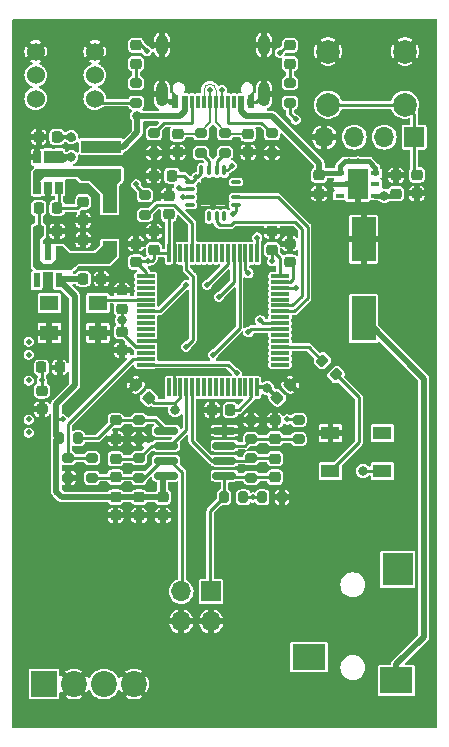
<source format=gtl>
G04 #@! TF.GenerationSoftware,KiCad,Pcbnew,7.0.5-7.0.5~ubuntu22.04.1*
G04 #@! TF.CreationDate,2023-06-24T11:50:08+02:00*
G04 #@! TF.ProjectId,Signal Generator,5369676e-616c-4204-9765-6e657261746f,2*
G04 #@! TF.SameCoordinates,Original*
G04 #@! TF.FileFunction,Copper,L1,Top*
G04 #@! TF.FilePolarity,Positive*
%FSLAX46Y46*%
G04 Gerber Fmt 4.6, Leading zero omitted, Abs format (unit mm)*
G04 Created by KiCad (PCBNEW 7.0.5-7.0.5~ubuntu22.04.1) date 2023-06-24 11:50:08*
%MOMM*%
%LPD*%
G01*
G04 APERTURE LIST*
G04 Aperture macros list*
%AMRoundRect*
0 Rectangle with rounded corners*
0 $1 Rounding radius*
0 $2 $3 $4 $5 $6 $7 $8 $9 X,Y pos of 4 corners*
0 Add a 4 corners polygon primitive as box body*
4,1,4,$2,$3,$4,$5,$6,$7,$8,$9,$2,$3,0*
0 Add four circle primitives for the rounded corners*
1,1,$1+$1,$2,$3*
1,1,$1+$1,$4,$5*
1,1,$1+$1,$6,$7*
1,1,$1+$1,$8,$9*
0 Add four rect primitives between the rounded corners*
20,1,$1+$1,$2,$3,$4,$5,0*
20,1,$1+$1,$4,$5,$6,$7,0*
20,1,$1+$1,$6,$7,$8,$9,0*
20,1,$1+$1,$8,$9,$2,$3,0*%
G04 Aperture macros list end*
G04 #@! TA.AperFunction,SMDPad,CuDef*
%ADD10RoundRect,0.218750X-0.256250X0.218750X-0.256250X-0.218750X0.256250X-0.218750X0.256250X0.218750X0*%
G04 #@! TD*
G04 #@! TA.AperFunction,SMDPad,CuDef*
%ADD11RoundRect,0.225000X-0.250000X0.225000X-0.250000X-0.225000X0.250000X-0.225000X0.250000X0.225000X0*%
G04 #@! TD*
G04 #@! TA.AperFunction,SMDPad,CuDef*
%ADD12RoundRect,0.075000X0.350000X0.075000X-0.350000X0.075000X-0.350000X-0.075000X0.350000X-0.075000X0*%
G04 #@! TD*
G04 #@! TA.AperFunction,SMDPad,CuDef*
%ADD13RoundRect,0.075000X0.075000X0.350000X-0.075000X0.350000X-0.075000X-0.350000X0.075000X-0.350000X0*%
G04 #@! TD*
G04 #@! TA.AperFunction,SMDPad,CuDef*
%ADD14R,2.100000X2.100000*%
G04 #@! TD*
G04 #@! TA.AperFunction,SMDPad,CuDef*
%ADD15RoundRect,0.200000X-0.200000X-0.275000X0.200000X-0.275000X0.200000X0.275000X-0.200000X0.275000X0*%
G04 #@! TD*
G04 #@! TA.AperFunction,SMDPad,CuDef*
%ADD16RoundRect,0.225000X-0.225000X-0.250000X0.225000X-0.250000X0.225000X0.250000X-0.225000X0.250000X0*%
G04 #@! TD*
G04 #@! TA.AperFunction,SMDPad,CuDef*
%ADD17RoundRect,0.050000X0.250000X0.500000X-0.250000X0.500000X-0.250000X-0.500000X0.250000X-0.500000X0*%
G04 #@! TD*
G04 #@! TA.AperFunction,SMDPad,CuDef*
%ADD18RoundRect,0.225000X0.250000X-0.225000X0.250000X0.225000X-0.250000X0.225000X-0.250000X-0.225000X0*%
G04 #@! TD*
G04 #@! TA.AperFunction,SMDPad,CuDef*
%ADD19R,3.400000X0.980000*%
G04 #@! TD*
G04 #@! TA.AperFunction,SMDPad,CuDef*
%ADD20RoundRect,0.200000X-0.275000X0.200000X-0.275000X-0.200000X0.275000X-0.200000X0.275000X0.200000X0*%
G04 #@! TD*
G04 #@! TA.AperFunction,SMDPad,CuDef*
%ADD21RoundRect,0.225000X0.225000X0.250000X-0.225000X0.250000X-0.225000X-0.250000X0.225000X-0.250000X0*%
G04 #@! TD*
G04 #@! TA.AperFunction,SMDPad,CuDef*
%ADD22R,0.600000X1.030000*%
G04 #@! TD*
G04 #@! TA.AperFunction,SMDPad,CuDef*
%ADD23R,0.300000X1.030000*%
G04 #@! TD*
G04 #@! TA.AperFunction,ComponentPad*
%ADD24O,1.000000X2.100000*%
G04 #@! TD*
G04 #@! TA.AperFunction,ComponentPad*
%ADD25O,1.000000X1.800000*%
G04 #@! TD*
G04 #@! TA.AperFunction,SMDPad,CuDef*
%ADD26RoundRect,0.200000X0.275000X-0.200000X0.275000X0.200000X-0.275000X0.200000X-0.275000X-0.200000X0*%
G04 #@! TD*
G04 #@! TA.AperFunction,SMDPad,CuDef*
%ADD27R,2.050000X3.800000*%
G04 #@! TD*
G04 #@! TA.AperFunction,SMDPad,CuDef*
%ADD28RoundRect,0.200000X0.200000X0.275000X-0.200000X0.275000X-0.200000X-0.275000X0.200000X-0.275000X0*%
G04 #@! TD*
G04 #@! TA.AperFunction,SMDPad,CuDef*
%ADD29RoundRect,0.225000X0.017678X-0.335876X0.335876X-0.017678X-0.017678X0.335876X-0.335876X0.017678X0*%
G04 #@! TD*
G04 #@! TA.AperFunction,SMDPad,CuDef*
%ADD30R,0.600000X1.200000*%
G04 #@! TD*
G04 #@! TA.AperFunction,SMDPad,CuDef*
%ADD31R,1.220000X0.910000*%
G04 #@! TD*
G04 #@! TA.AperFunction,SMDPad,CuDef*
%ADD32R,2.800000X2.200000*%
G04 #@! TD*
G04 #@! TA.AperFunction,SMDPad,CuDef*
%ADD33R,2.600000X2.800000*%
G04 #@! TD*
G04 #@! TA.AperFunction,SMDPad,CuDef*
%ADD34R,0.800000X0.400000*%
G04 #@! TD*
G04 #@! TA.AperFunction,SMDPad,CuDef*
%ADD35R,1.750000X2.500000*%
G04 #@! TD*
G04 #@! TA.AperFunction,SMDPad,CuDef*
%ADD36RoundRect,0.150000X0.825000X0.150000X-0.825000X0.150000X-0.825000X-0.150000X0.825000X-0.150000X0*%
G04 #@! TD*
G04 #@! TA.AperFunction,ComponentPad*
%ADD37R,1.700000X1.700000*%
G04 #@! TD*
G04 #@! TA.AperFunction,ComponentPad*
%ADD38O,1.700000X1.700000*%
G04 #@! TD*
G04 #@! TA.AperFunction,ComponentPad*
%ADD39C,2.000000*%
G04 #@! TD*
G04 #@! TA.AperFunction,ComponentPad*
%ADD40R,2.200000X2.200000*%
G04 #@! TD*
G04 #@! TA.AperFunction,ComponentPad*
%ADD41C,2.200000*%
G04 #@! TD*
G04 #@! TA.AperFunction,SMDPad,CuDef*
%ADD42R,1.600000X1.100000*%
G04 #@! TD*
G04 #@! TA.AperFunction,ComponentPad*
%ADD43C,1.524000*%
G04 #@! TD*
G04 #@! TA.AperFunction,SMDPad,CuDef*
%ADD44RoundRect,0.200000X-0.335876X-0.053033X-0.053033X-0.335876X0.335876X0.053033X0.053033X0.335876X0*%
G04 #@! TD*
G04 #@! TA.AperFunction,SMDPad,CuDef*
%ADD45RoundRect,0.075000X-0.700000X-0.075000X0.700000X-0.075000X0.700000X0.075000X-0.700000X0.075000X0*%
G04 #@! TD*
G04 #@! TA.AperFunction,SMDPad,CuDef*
%ADD46RoundRect,0.075000X-0.075000X-0.700000X0.075000X-0.700000X0.075000X0.700000X-0.075000X0.700000X0*%
G04 #@! TD*
G04 #@! TA.AperFunction,SMDPad,CuDef*
%ADD47R,1.600000X1.300000*%
G04 #@! TD*
G04 #@! TA.AperFunction,SMDPad,CuDef*
%ADD48RoundRect,0.225000X0.335876X0.017678X0.017678X0.335876X-0.335876X-0.017678X-0.017678X-0.335876X0*%
G04 #@! TD*
G04 #@! TA.AperFunction,ViaPad*
%ADD49C,0.460000*%
G04 #@! TD*
G04 #@! TA.AperFunction,ViaPad*
%ADD50C,0.800000*%
G04 #@! TD*
G04 #@! TA.AperFunction,Conductor*
%ADD51C,0.125000*%
G04 #@! TD*
G04 #@! TA.AperFunction,Conductor*
%ADD52C,0.200000*%
G04 #@! TD*
G04 #@! TA.AperFunction,Conductor*
%ADD53C,0.250000*%
G04 #@! TD*
G04 #@! TA.AperFunction,Conductor*
%ADD54C,0.300000*%
G04 #@! TD*
G04 #@! TA.AperFunction,Conductor*
%ADD55C,0.400000*%
G04 #@! TD*
G04 #@! TA.AperFunction,Conductor*
%ADD56C,0.500000*%
G04 #@! TD*
G04 APERTURE END LIST*
D10*
X113500000Y-99712500D03*
X113500000Y-101287500D03*
D11*
X104000000Y-107225000D03*
X104000000Y-108775000D03*
D12*
X108950000Y-113225000D03*
X108950000Y-112575000D03*
X108950000Y-111925000D03*
X108950000Y-111275000D03*
D13*
X107975000Y-110300000D03*
X107325000Y-110300000D03*
X106675000Y-110300000D03*
X106025000Y-110300000D03*
D12*
X105050000Y-111275000D03*
X105050000Y-111925000D03*
X105050000Y-112575000D03*
X105050000Y-113225000D03*
D13*
X106025000Y-114200000D03*
X106675000Y-114200000D03*
X107325000Y-114200000D03*
X107975000Y-114200000D03*
D14*
X107000000Y-112250000D03*
D15*
X107925000Y-138000000D03*
X109575000Y-138000000D03*
D16*
X96000000Y-119475000D03*
X97550000Y-119475000D03*
D17*
X92075000Y-111775000D03*
X93025000Y-111775000D03*
X93975000Y-111775000D03*
X93975000Y-109175000D03*
X93025000Y-109175000D03*
X92075000Y-109175000D03*
D18*
X103250000Y-114025000D03*
X103250000Y-112475000D03*
D19*
X97525000Y-108290000D03*
X97525000Y-110660000D03*
D20*
X106000000Y-107175000D03*
X106000000Y-108825000D03*
D21*
X103525000Y-110750000D03*
X101975000Y-110750000D03*
D16*
X92250000Y-113500000D03*
X93800000Y-113500000D03*
D11*
X98750000Y-134725000D03*
X98750000Y-136275000D03*
D22*
X110200000Y-104515000D03*
X109400000Y-104515000D03*
D23*
X108250000Y-104515000D03*
X107250000Y-104515000D03*
X106750000Y-104515000D03*
X105750000Y-104515000D03*
D22*
X104600000Y-104515000D03*
X103800000Y-104515000D03*
X103800000Y-104515000D03*
X104600000Y-104515000D03*
D23*
X105250000Y-104515000D03*
X106250000Y-104515000D03*
X107750000Y-104515000D03*
X108750000Y-104515000D03*
D22*
X109400000Y-104515000D03*
X110200000Y-104515000D03*
D24*
X111320000Y-103880000D03*
D25*
X111320000Y-99700000D03*
D24*
X102680000Y-103880000D03*
D25*
X102680000Y-99700000D03*
D26*
X96750000Y-136325000D03*
X96750000Y-134675000D03*
D11*
X124250000Y-110700000D03*
X124250000Y-112250000D03*
D26*
X101250000Y-114075000D03*
X101250000Y-112425000D03*
D27*
X119750000Y-122850000D03*
X119750000Y-116150000D03*
D28*
X95575000Y-133000000D03*
X93925000Y-133000000D03*
D29*
X112451992Y-129548008D03*
X113548008Y-128451992D03*
D15*
X111175000Y-138000000D03*
X112825000Y-138000000D03*
D18*
X112250000Y-133025000D03*
X112250000Y-131475000D03*
D30*
X92075000Y-119625000D03*
X93975000Y-117325000D03*
X93025000Y-117325000D03*
X92075000Y-117325000D03*
X93975000Y-119625000D03*
D20*
X100750000Y-134675000D03*
X100750000Y-136325000D03*
D18*
X113500000Y-118075000D03*
X113500000Y-116525000D03*
D31*
X98275000Y-116735000D03*
X98275000Y-113465000D03*
D20*
X102000000Y-107175000D03*
X102000000Y-108825000D03*
X110250000Y-131425000D03*
X110250000Y-133075000D03*
X94750000Y-134675000D03*
X94750000Y-136325000D03*
D32*
X115137500Y-151500000D03*
X122537500Y-153500000D03*
D33*
X122637500Y-144100000D03*
D26*
X100500000Y-104575000D03*
X100500000Y-102925000D03*
D11*
X102750000Y-137975000D03*
X102750000Y-139525000D03*
D18*
X99300000Y-122025000D03*
X99300000Y-120475000D03*
X122500000Y-112275000D03*
X122500000Y-110725000D03*
D11*
X98750000Y-131475000D03*
X98750000Y-133025000D03*
X92500000Y-128975000D03*
X92500000Y-130525000D03*
D26*
X114250000Y-133075000D03*
X114250000Y-131425000D03*
D16*
X92475000Y-127000000D03*
X94025000Y-127000000D03*
D21*
X108475000Y-130600000D03*
X106925000Y-130600000D03*
D34*
X117750000Y-110550000D03*
X117750000Y-111500000D03*
X117750000Y-112450000D03*
X120750000Y-112450000D03*
X120750000Y-111500000D03*
X120750000Y-110550000D03*
D35*
X119250000Y-111500000D03*
D18*
X100500000Y-118075000D03*
X100500000Y-116525000D03*
D20*
X110250000Y-134675000D03*
X110250000Y-136325000D03*
D26*
X108000000Y-108825000D03*
X108000000Y-107175000D03*
D18*
X102000000Y-117025000D03*
X102000000Y-115475000D03*
D36*
X107975000Y-136155000D03*
X107975000Y-134885000D03*
X107975000Y-133615000D03*
X107975000Y-132345000D03*
X103025000Y-132345000D03*
X103025000Y-133615000D03*
X103025000Y-134885000D03*
X103025000Y-136155000D03*
D16*
X92250000Y-115475000D03*
X93800000Y-115475000D03*
D21*
X93800000Y-107475000D03*
X92250000Y-107475000D03*
D26*
X112000000Y-108825000D03*
X112000000Y-107175000D03*
D10*
X100500000Y-99712500D03*
X100500000Y-101287500D03*
D11*
X110000000Y-107225000D03*
X110000000Y-108775000D03*
X98750000Y-137975000D03*
X98750000Y-139525000D03*
X96025000Y-112975000D03*
X96025000Y-114525000D03*
D20*
X113500000Y-102925000D03*
X113500000Y-104575000D03*
D37*
X106840000Y-145960000D03*
D38*
X106840000Y-148500000D03*
X104300000Y-145960000D03*
X104300000Y-148500000D03*
D39*
X116750000Y-100250000D03*
X123250000Y-100250000D03*
X116750000Y-104750000D03*
X123250000Y-104750000D03*
D11*
X116000000Y-110725000D03*
X116000000Y-112275000D03*
D40*
X92685000Y-153800000D03*
D41*
X95225000Y-153800000D03*
X97765000Y-153800000D03*
X100305000Y-153800000D03*
D11*
X100750000Y-137975000D03*
X100750000Y-139525000D03*
D42*
X116950000Y-132550000D03*
X116950000Y-135750000D03*
X121350000Y-135750000D03*
X121350000Y-132550000D03*
D18*
X96025000Y-117750000D03*
X96025000Y-116200000D03*
D43*
X92000000Y-100250000D03*
X97000000Y-100250000D03*
X92000000Y-102250000D03*
X97000000Y-102250000D03*
X92000000Y-104250000D03*
X97000000Y-104250000D03*
D26*
X100750000Y-133075000D03*
X100750000Y-131425000D03*
D18*
X112000000Y-117025000D03*
X112000000Y-115475000D03*
D11*
X99300000Y-123975000D03*
X99300000Y-125525000D03*
D44*
X116256637Y-126416637D03*
X117423363Y-127583363D03*
D45*
X101325000Y-119250000D03*
X101325000Y-119750000D03*
X101325000Y-120250000D03*
X101325000Y-120750000D03*
X101325000Y-121250000D03*
X101325000Y-121750000D03*
X101325000Y-122250000D03*
X101325000Y-122750000D03*
X101325000Y-123250000D03*
X101325000Y-123750000D03*
X101325000Y-124250000D03*
X101325000Y-124750000D03*
X101325000Y-125250000D03*
X101325000Y-125750000D03*
X101325000Y-126250000D03*
X101325000Y-126750000D03*
D46*
X103250000Y-128675000D03*
X103750000Y-128675000D03*
X104250000Y-128675000D03*
X104750000Y-128675000D03*
X105250000Y-128675000D03*
X105750000Y-128675000D03*
X106250000Y-128675000D03*
X106750000Y-128675000D03*
X107250000Y-128675000D03*
X107750000Y-128675000D03*
X108250000Y-128675000D03*
X108750000Y-128675000D03*
X109250000Y-128675000D03*
X109750000Y-128675000D03*
X110250000Y-128675000D03*
X110750000Y-128675000D03*
D45*
X112675000Y-126750000D03*
X112675000Y-126250000D03*
X112675000Y-125750000D03*
X112675000Y-125250000D03*
X112675000Y-124750000D03*
X112675000Y-124250000D03*
X112675000Y-123750000D03*
X112675000Y-123250000D03*
X112675000Y-122750000D03*
X112675000Y-122250000D03*
X112675000Y-121750000D03*
X112675000Y-121250000D03*
X112675000Y-120750000D03*
X112675000Y-120250000D03*
X112675000Y-119750000D03*
X112675000Y-119250000D03*
D46*
X110750000Y-117325000D03*
X110250000Y-117325000D03*
X109750000Y-117325000D03*
X109250000Y-117325000D03*
X108750000Y-117325000D03*
X108250000Y-117325000D03*
X107750000Y-117325000D03*
X107250000Y-117325000D03*
X106750000Y-117325000D03*
X106250000Y-117325000D03*
X105750000Y-117325000D03*
X105250000Y-117325000D03*
X104750000Y-117325000D03*
X104250000Y-117325000D03*
X103750000Y-117325000D03*
X103250000Y-117325000D03*
D47*
X93150000Y-124050000D03*
X97250000Y-124050000D03*
X97250000Y-121550000D03*
X93150000Y-121550000D03*
D48*
X101548008Y-129548008D03*
X100451992Y-128451992D03*
D11*
X112250000Y-134725000D03*
X112250000Y-136275000D03*
D37*
X124040000Y-107500000D03*
D38*
X121500000Y-107500000D03*
X118960000Y-107500000D03*
X116420000Y-107500000D03*
D49*
X104725000Y-125225000D03*
X99700000Y-133500000D03*
D50*
X103500000Y-118900000D03*
D49*
X103900000Y-123000000D03*
X91400000Y-130300000D03*
X93025000Y-116425000D03*
X97800000Y-133500000D03*
D50*
X102200000Y-127750000D03*
X102800000Y-119600000D03*
X106250000Y-132650000D03*
D49*
X108600000Y-109900000D03*
X112650000Y-100350000D03*
X104425000Y-112575000D03*
X101400000Y-100200000D03*
X112000000Y-118000000D03*
D50*
X121500000Y-112450000D03*
X93150000Y-121550000D03*
D49*
X91400000Y-128100000D03*
X101500000Y-118000000D03*
D50*
X103800000Y-130600000D03*
X99300000Y-123000000D03*
X111600000Y-128750000D03*
D49*
X92500000Y-128100000D03*
X114000000Y-106000000D03*
X100500000Y-111500000D03*
X110750000Y-116000000D03*
X118550000Y-109550000D03*
D50*
X95000000Y-107500000D03*
D49*
X104100000Y-111800000D03*
X104600000Y-104500000D03*
X119300000Y-109550000D03*
D50*
X119700000Y-135750000D03*
X95000000Y-109200000D03*
X100600000Y-105700000D03*
D49*
X109400000Y-104500000D03*
X114000000Y-120250000D03*
X107750000Y-103500000D03*
X106750000Y-103526780D03*
X108700000Y-114000000D03*
X105600000Y-110900000D03*
X107500000Y-121000000D03*
D50*
X115137500Y-151400000D03*
X122637500Y-144000000D03*
D49*
X113300000Y-131400000D03*
X94300000Y-131400000D03*
X104746045Y-119996045D03*
X110400000Y-138000000D03*
X109000000Y-127500000D03*
X110000000Y-119000000D03*
X91400000Y-124800000D03*
X91400000Y-125900000D03*
X107000000Y-125900000D03*
X106500000Y-120000000D03*
X110000000Y-124000000D03*
X91400000Y-131400000D03*
X91400000Y-132500000D03*
X111000000Y-123000000D03*
D51*
X106250000Y-104380000D02*
X106250000Y-103500000D01*
X107250000Y-103500000D02*
X107250000Y-104380000D01*
D52*
X108225000Y-107225000D02*
X107250000Y-106250000D01*
X110000000Y-107225000D02*
X108225000Y-107225000D01*
X107250000Y-106250000D02*
X107250000Y-104455000D01*
D51*
X106750000Y-103000000D02*
G75*
G03*
X106250000Y-103500000I0J-500000D01*
G01*
X107250000Y-103500000D02*
G75*
G03*
X106750000Y-103000000I-500000J0D01*
G01*
D53*
X104725000Y-125225000D02*
X105301045Y-124648955D01*
X105301045Y-124648955D02*
X105301045Y-119258887D01*
X105301045Y-119258887D02*
X104750000Y-118707842D01*
X104750000Y-118707842D02*
X104750000Y-117325000D01*
X93025000Y-116425000D02*
X93025000Y-117325000D01*
X110685000Y-104515000D02*
X111320000Y-103880000D01*
X103315000Y-104515000D02*
X102680000Y-103880000D01*
X103800000Y-104515000D02*
X103315000Y-104515000D01*
X110200000Y-104515000D02*
X110685000Y-104515000D01*
X108200000Y-110300000D02*
X108600000Y-109900000D01*
X112650000Y-100350000D02*
X113287500Y-99712500D01*
X107975000Y-110300000D02*
X108200000Y-110300000D01*
X113287500Y-99712500D02*
X113500000Y-99712500D01*
X107975000Y-133615000D02*
X109710000Y-133615000D01*
X112200000Y-133075000D02*
X112250000Y-133025000D01*
X110250000Y-133075000D02*
X112200000Y-133075000D01*
X114250000Y-133075000D02*
X112300000Y-133075000D01*
X112300000Y-133075000D02*
X112250000Y-133025000D01*
X109710000Y-133615000D02*
X110250000Y-133075000D01*
X100750000Y-131425000D02*
X102105000Y-131425000D01*
X102105000Y-131425000D02*
X103025000Y-132345000D01*
X95575000Y-133000000D02*
X97225000Y-133000000D01*
X97225000Y-133000000D02*
X98750000Y-131475000D01*
X98750000Y-131475000D02*
X100700000Y-131475000D01*
X100700000Y-131475000D02*
X100750000Y-131425000D01*
X100912500Y-99712500D02*
X100500000Y-99712500D01*
X104425000Y-112575000D02*
X105050000Y-112575000D01*
X101400000Y-100200000D02*
X100912500Y-99712500D01*
X119380000Y-133320000D02*
X119380000Y-129540000D01*
X116950000Y-135750000D02*
X119380000Y-133320000D01*
X119380000Y-129540000D02*
X117423363Y-127583363D01*
X101325000Y-121250000D02*
X97550000Y-121250000D01*
X97550000Y-121250000D02*
X97250000Y-121550000D01*
X106675000Y-109500000D02*
X106675000Y-110300000D01*
X106000000Y-108825000D02*
X106675000Y-109500000D01*
X97325000Y-104575000D02*
X97000000Y-104250000D01*
X112000000Y-118000000D02*
X112000000Y-117025000D01*
X103800000Y-130034315D02*
X103765685Y-130000000D01*
X112675000Y-119250000D02*
X112675000Y-117700000D01*
X101800000Y-118000000D02*
X102000000Y-117800000D01*
X102300000Y-117325000D02*
X102000000Y-117025000D01*
X113500000Y-105500000D02*
X114000000Y-106000000D01*
X92500000Y-127025000D02*
X92475000Y-127000000D01*
X102000000Y-130000000D02*
X101548008Y-129548008D01*
D54*
X111603984Y-128700000D02*
X111600000Y-128700000D01*
D53*
X113500000Y-104575000D02*
X113500000Y-105500000D01*
X92500000Y-128100000D02*
X92500000Y-127025000D01*
D55*
X121500000Y-112450000D02*
X122325000Y-112450000D01*
D53*
X101500000Y-118000000D02*
X100575000Y-118000000D01*
X104250000Y-128675000D02*
X104250000Y-129515685D01*
D55*
X120750000Y-112450000D02*
X121500000Y-112450000D01*
D54*
X111600000Y-128696016D02*
X111603984Y-128700000D01*
D55*
X122325000Y-112450000D02*
X122500000Y-112275000D01*
D53*
X102000000Y-117800000D02*
X102000000Y-117025000D01*
D54*
X112451992Y-129548008D02*
X111653984Y-128750000D01*
D53*
X101325000Y-118900000D02*
X100500000Y-118075000D01*
D54*
X111578984Y-128675000D02*
X110750000Y-128675000D01*
X111600000Y-128696016D02*
X111578984Y-128675000D01*
D53*
X100500000Y-104575000D02*
X97325000Y-104575000D01*
D54*
X111600000Y-128750000D02*
X111600000Y-128696016D01*
D53*
X92500000Y-128975000D02*
X92500000Y-128100000D01*
X103250000Y-117325000D02*
X102300000Y-117325000D01*
X103250000Y-114025000D02*
X103250000Y-117325000D01*
X100484315Y-125250000D02*
X99300000Y-124065685D01*
X99300000Y-123000000D02*
X99300000Y-122025000D01*
X112675000Y-117700000D02*
X112000000Y-117025000D01*
X99300000Y-124065685D02*
X99300000Y-123000000D01*
D54*
X111600000Y-128700000D02*
X111600000Y-128696016D01*
D53*
X103800000Y-130600000D02*
X103800000Y-130034315D01*
X100575000Y-118000000D02*
X100500000Y-118075000D01*
D54*
X111653984Y-128750000D02*
X111600000Y-128750000D01*
D53*
X101500000Y-118000000D02*
X101800000Y-118000000D01*
X103765685Y-130000000D02*
X102000000Y-130000000D01*
X104250000Y-129515685D02*
X103765685Y-130000000D01*
X101325000Y-119250000D02*
X101325000Y-118900000D01*
X101325000Y-125250000D02*
X100484315Y-125250000D01*
X108000000Y-108825000D02*
X107325000Y-109500000D01*
X107325000Y-109500000D02*
X107325000Y-110300000D01*
X100500000Y-111675000D02*
X101250000Y-112425000D01*
X100500000Y-111500000D02*
X100500000Y-111675000D01*
X110750000Y-117325000D02*
X110750000Y-116000000D01*
X121350000Y-135750000D02*
X119700000Y-135750000D01*
D55*
X120750000Y-110075000D02*
X120750000Y-110550000D01*
D56*
X116000000Y-109725000D02*
X116000000Y-110725000D01*
X99410000Y-108290000D02*
X97525000Y-108290000D01*
D53*
X104225000Y-111925000D02*
X104100000Y-111800000D01*
D56*
X100600000Y-105700000D02*
X100600000Y-107100000D01*
D55*
X117750000Y-110550000D02*
X116175000Y-110550000D01*
D56*
X104600000Y-105280000D02*
X104600000Y-104515000D01*
X104180000Y-105700000D02*
X104600000Y-105280000D01*
D55*
X116175000Y-110550000D02*
X116000000Y-110725000D01*
D56*
X109820000Y-105700000D02*
X111975000Y-105700000D01*
D53*
X105050000Y-111925000D02*
X104225000Y-111925000D01*
D56*
X109400000Y-105280000D02*
X109820000Y-105700000D01*
X100600000Y-105700000D02*
X104180000Y-105700000D01*
D55*
X117750000Y-109950000D02*
X118150000Y-109550000D01*
D56*
X111975000Y-105700000D02*
X116000000Y-109725000D01*
X109400000Y-104500000D02*
X109400000Y-105280000D01*
D55*
X117750000Y-110550000D02*
X117750000Y-109950000D01*
X118150000Y-109550000D02*
X118550000Y-109550000D01*
X120225000Y-109550000D02*
X120750000Y-110075000D01*
X118550000Y-109550000D02*
X119300000Y-109550000D01*
X119300000Y-109550000D02*
X120225000Y-109550000D01*
D56*
X100600000Y-107100000D02*
X99410000Y-108290000D01*
D53*
X112675000Y-120250000D02*
X114000000Y-120250000D01*
X115005000Y-121129315D02*
X113884315Y-122250000D01*
X115005000Y-115090787D02*
X115005000Y-121129315D01*
X112489213Y-112575000D02*
X115005000Y-115090787D01*
X108950000Y-112575000D02*
X112489213Y-112575000D01*
X113884315Y-122250000D02*
X112675000Y-122250000D01*
X114555000Y-115277183D02*
X114555000Y-120910685D01*
X113715685Y-121750000D02*
X112675000Y-121750000D01*
X107592157Y-114950000D02*
X108534889Y-114950000D01*
X114555000Y-120910685D02*
X113715685Y-121750000D01*
X107325000Y-114200000D02*
X107325000Y-114682843D01*
X107325000Y-114682843D02*
X107592157Y-114950000D01*
X108784889Y-114700000D02*
X113977817Y-114700000D01*
X113977817Y-114700000D02*
X114555000Y-115277183D01*
X108534889Y-114950000D02*
X108784889Y-114700000D01*
D52*
X107750000Y-103500000D02*
X107750000Y-104380000D01*
X105775000Y-107225000D02*
X106750000Y-106250000D01*
X104000000Y-107225000D02*
X105775000Y-107225000D01*
X106750000Y-106250000D02*
X106750000Y-103526780D01*
D53*
X111105000Y-106280000D02*
X112000000Y-107175000D01*
X108250000Y-104455000D02*
X108250000Y-106255000D01*
X108250000Y-106255000D02*
X108275000Y-106280000D01*
X108275000Y-106280000D02*
X111105000Y-106280000D01*
X102895000Y-106280000D02*
X102000000Y-107175000D01*
X105250000Y-106255000D02*
X105225000Y-106280000D01*
X105225000Y-106280000D02*
X102895000Y-106280000D01*
X105250000Y-104455000D02*
X105250000Y-106255000D01*
X103525000Y-110750000D02*
X104525000Y-110750000D01*
X108700000Y-114000000D02*
X108950000Y-113750000D01*
X105637500Y-110900000D02*
X105600000Y-110900000D01*
X104525000Y-110750000D02*
X105050000Y-111275000D01*
X105600000Y-110900000D02*
X105600000Y-110937500D01*
X106025000Y-110512500D02*
X105637500Y-110900000D01*
X108950000Y-113750000D02*
X108950000Y-113225000D01*
X105600000Y-110937500D02*
X105262500Y-111275000D01*
X105262500Y-111275000D02*
X105050000Y-111275000D01*
X106025000Y-110300000D02*
X106025000Y-110512500D01*
X108750000Y-119750000D02*
X107500000Y-121000000D01*
X108750000Y-117325000D02*
X108750000Y-119750000D01*
X103401751Y-134885000D02*
X104400000Y-135883249D01*
X104400000Y-145860000D02*
X104300000Y-145960000D01*
X96750000Y-136325000D02*
X101175000Y-136325000D01*
X102615000Y-134885000D02*
X103025000Y-134885000D01*
X103025000Y-134885000D02*
X103401751Y-134885000D01*
X101175000Y-136325000D02*
X102615000Y-134885000D01*
X104400000Y-135883249D02*
X104400000Y-145860000D01*
X107975000Y-134885000D02*
X110040000Y-134885000D01*
X106885000Y-134885000D02*
X107975000Y-134885000D01*
X110250000Y-134675000D02*
X112200000Y-134675000D01*
X112200000Y-134675000D02*
X112250000Y-134725000D01*
X105250000Y-128675000D02*
X105250000Y-133250000D01*
X110040000Y-134885000D02*
X110250000Y-134675000D01*
X105250000Y-133250000D02*
X106885000Y-134885000D01*
X103401751Y-133615000D02*
X103025000Y-133615000D01*
X104750000Y-132266751D02*
X103401751Y-133615000D01*
X100750000Y-134675000D02*
X101810000Y-133615000D01*
X101810000Y-133615000D02*
X103025000Y-133615000D01*
X98750000Y-134725000D02*
X100700000Y-134725000D01*
X104750000Y-128675000D02*
X104750000Y-132266751D01*
X100700000Y-134725000D02*
X100750000Y-134675000D01*
X106775000Y-139150000D02*
X106775000Y-145895000D01*
X108095000Y-136275000D02*
X107975000Y-136155000D01*
X107975000Y-136155000D02*
X107975000Y-137950000D01*
X112250000Y-136275000D02*
X108095000Y-136275000D01*
X107925000Y-138000000D02*
X106775000Y-139150000D01*
X106775000Y-145895000D02*
X106840000Y-145960000D01*
X107975000Y-137950000D02*
X107925000Y-138000000D01*
D56*
X93750000Y-133175000D02*
X93750000Y-137500000D01*
D53*
X114225000Y-131400000D02*
X114250000Y-131425000D01*
D56*
X98750000Y-137975000D02*
X100750000Y-137975000D01*
X95975000Y-119500000D02*
X96000000Y-119475000D01*
X93925000Y-133000000D02*
X93750000Y-133175000D01*
X93975000Y-119625000D02*
X95280000Y-120930000D01*
X93750000Y-131400000D02*
X93750000Y-132825000D01*
X93975000Y-119625000D02*
X94100000Y-119500000D01*
X94225000Y-137975000D02*
X98750000Y-137975000D01*
X94100000Y-119500000D02*
X95975000Y-119500000D01*
D53*
X113300000Y-131400000D02*
X114225000Y-131400000D01*
X94300000Y-131400000D02*
X93750000Y-131400000D01*
D56*
X102750000Y-136430000D02*
X103025000Y-136155000D01*
X102750000Y-137975000D02*
X102750000Y-136430000D01*
X93750000Y-132825000D02*
X93925000Y-133000000D01*
X100750000Y-137975000D02*
X102750000Y-137975000D01*
X95280000Y-120930000D02*
X95280000Y-128520000D01*
X93750000Y-130050000D02*
X93750000Y-131400000D01*
X93750000Y-137500000D02*
X94225000Y-137975000D01*
X95280000Y-128520000D02*
X93750000Y-130050000D01*
D53*
X124040000Y-107500000D02*
X124040000Y-105540000D01*
X104746045Y-119996045D02*
X102492091Y-122250000D01*
X123250000Y-104750000D02*
X116750000Y-104750000D01*
X124040000Y-110490000D02*
X124250000Y-110700000D01*
X102492091Y-122250000D02*
X101325000Y-122250000D01*
X124040000Y-105540000D02*
X123250000Y-104750000D01*
X124040000Y-107500000D02*
X124040000Y-110490000D01*
X100500000Y-101287500D02*
X100500000Y-102925000D01*
X113500000Y-101287500D02*
X113500000Y-102925000D01*
X100250000Y-126250000D02*
X101325000Y-126250000D01*
X94750000Y-131750000D02*
X100250000Y-126250000D01*
X94750000Y-134675000D02*
X94750000Y-131750000D01*
X94750000Y-134675000D02*
X96750000Y-134675000D01*
X110400000Y-138000000D02*
X111175000Y-138000000D01*
X109575000Y-138000000D02*
X110400000Y-138000000D01*
X108250000Y-126750000D02*
X101325000Y-126750000D01*
X109000000Y-127500000D02*
X108250000Y-126750000D01*
X102250000Y-113250000D02*
X103727817Y-113250000D01*
X105250000Y-114772183D02*
X105250000Y-117325000D01*
X101425000Y-114075000D02*
X102250000Y-113250000D01*
X103727817Y-113250000D02*
X105250000Y-114772183D01*
X101250000Y-114075000D02*
X101425000Y-114075000D01*
X92250000Y-113500000D02*
X92250000Y-115475000D01*
D56*
X119750000Y-122850000D02*
X124850000Y-127950000D01*
X124850000Y-127950000D02*
X124850000Y-149800000D01*
X122537500Y-152112500D02*
X122537500Y-153500000D01*
X124850000Y-149800000D02*
X122537500Y-152112500D01*
D53*
X109165685Y-130600000D02*
X108475000Y-130600000D01*
X110250000Y-129515685D02*
X109165685Y-130600000D01*
X110250000Y-128675000D02*
X110250000Y-129515685D01*
X112675000Y-119750000D02*
X113515685Y-119750000D01*
X113515685Y-119750000D02*
X113775000Y-119490685D01*
X113775000Y-118350000D02*
X113500000Y-118075000D01*
X113775000Y-119490685D02*
X113775000Y-118350000D01*
X109750000Y-118750000D02*
X110000000Y-119000000D01*
X109750000Y-117325000D02*
X109750000Y-118750000D01*
X107000000Y-125900000D02*
X109250000Y-123650000D01*
X109250000Y-123650000D02*
X109250000Y-117325000D01*
X112675000Y-125250000D02*
X115090000Y-125250000D01*
X115090000Y-125250000D02*
X116256637Y-126416637D01*
X108250000Y-118250000D02*
X106500000Y-120000000D01*
X108250000Y-117325000D02*
X108250000Y-118250000D01*
X110250000Y-123750000D02*
X112675000Y-123750000D01*
X110000000Y-124000000D02*
X110250000Y-123750000D01*
X111000000Y-123000000D02*
X111250000Y-123250000D01*
X111250000Y-123250000D02*
X112675000Y-123250000D01*
X93800000Y-113500000D02*
X95500000Y-113500000D01*
X93975000Y-111775000D02*
X93975000Y-113325000D01*
X95500000Y-113500000D02*
X96025000Y-112975000D01*
X93975000Y-113325000D02*
X93800000Y-113500000D01*
G04 #@! TA.AperFunction,Conductor*
G36*
X99184191Y-110193907D02*
G01*
X99220155Y-110243407D01*
X99225000Y-110274000D01*
X99225000Y-111108992D01*
X99206093Y-111167183D01*
X99196004Y-111178995D01*
X98875000Y-111499999D01*
X98875000Y-113776000D01*
X98856093Y-113834191D01*
X98806593Y-113870155D01*
X98776000Y-113875000D01*
X97774000Y-113875000D01*
X97715809Y-113856093D01*
X97679845Y-113806593D01*
X97675000Y-113776000D01*
X97675000Y-112300001D01*
X97675000Y-112300000D01*
X96525000Y-111150000D01*
X96524999Y-111150000D01*
X95866008Y-111150000D01*
X95807817Y-111131093D01*
X95796005Y-111121004D01*
X95550000Y-110875000D01*
X92725000Y-110875000D01*
X92375000Y-111225000D01*
X92375000Y-111225001D01*
X92375000Y-112226000D01*
X92356093Y-112284191D01*
X92306593Y-112320155D01*
X92276000Y-112325000D01*
X91874000Y-112325000D01*
X91815809Y-112306093D01*
X91779845Y-112256593D01*
X91775000Y-112226000D01*
X91775000Y-110466008D01*
X91793907Y-110407817D01*
X91803996Y-110396004D01*
X91996004Y-110203996D01*
X92050521Y-110176219D01*
X92066008Y-110175000D01*
X99126000Y-110175000D01*
X99184191Y-110193907D01*
G37*
G04 #@! TD.AperFunction*
G04 #@! TA.AperFunction,Conductor*
G36*
X92659191Y-115018907D02*
G01*
X92695155Y-115068407D01*
X92700000Y-115099000D01*
X92700000Y-115783992D01*
X92681093Y-115842183D01*
X92671004Y-115853995D01*
X92375000Y-116149999D01*
X92375000Y-116150000D01*
X92375000Y-116725000D01*
X91788324Y-116725000D01*
X91793907Y-116707816D01*
X91799451Y-116701324D01*
X91800000Y-116699999D01*
X91800000Y-115099000D01*
X91818907Y-115040809D01*
X91868407Y-115004845D01*
X91899000Y-115000000D01*
X92601000Y-115000000D01*
X92659191Y-115018907D01*
G37*
G04 #@! TD.AperFunction*
G04 #@! TA.AperFunction,Conductor*
G36*
X98834191Y-116693907D02*
G01*
X98870155Y-116743407D01*
X98875000Y-116774000D01*
X98875000Y-117508992D01*
X98856093Y-117567183D01*
X98846004Y-117578996D01*
X98253996Y-118171004D01*
X98199479Y-118198781D01*
X98183992Y-118200000D01*
X95550000Y-118200000D01*
X95300521Y-118449479D01*
X95053996Y-118696004D01*
X94999479Y-118723781D01*
X94983992Y-118725000D01*
X92066008Y-118725000D01*
X92007817Y-118706093D01*
X91996004Y-118696004D01*
X91803996Y-118503996D01*
X91776219Y-118449479D01*
X91775000Y-118433992D01*
X91775000Y-116766007D01*
X91788324Y-116725000D01*
X92375000Y-116725000D01*
X92375000Y-117925000D01*
X92725000Y-118275000D01*
X93324999Y-118275000D01*
X93325000Y-118275000D01*
X93675000Y-117925000D01*
X93675000Y-116824000D01*
X93693907Y-116765809D01*
X93743407Y-116729845D01*
X93774000Y-116725000D01*
X94233992Y-116725000D01*
X94292183Y-116743907D01*
X94303996Y-116753996D01*
X94850000Y-117300000D01*
X97049999Y-117300000D01*
X97050000Y-117300000D01*
X97646003Y-116703996D01*
X97700521Y-116676219D01*
X97716008Y-116675000D01*
X98776000Y-116675000D01*
X98834191Y-116693907D01*
G37*
G04 #@! TD.AperFunction*
G04 #@! TA.AperFunction,Conductor*
G36*
X104817491Y-114800000D02*
G01*
X104400000Y-114800000D01*
X104400000Y-114382509D01*
X104817491Y-114800000D01*
G37*
G04 #@! TD.AperFunction*
G04 #@! TA.AperFunction,Conductor*
G36*
X109600000Y-112249500D02*
G01*
X109448952Y-112249500D01*
X109411065Y-112241964D01*
X109407493Y-112240484D01*
X109327133Y-112224500D01*
X108572870Y-112224500D01*
X108572863Y-112224501D01*
X108492505Y-112240484D01*
X108492503Y-112240485D01*
X108401379Y-112301373D01*
X108401373Y-112301379D01*
X108340486Y-112392501D01*
X108340486Y-112392503D01*
X108340485Y-112392505D01*
X108340485Y-112392506D01*
X108324500Y-112472867D01*
X108324500Y-112677129D01*
X108324501Y-112677137D01*
X108340484Y-112757494D01*
X108340485Y-112757496D01*
X108398953Y-112844998D01*
X108415562Y-112903886D01*
X108398953Y-112955002D01*
X108340487Y-113042501D01*
X108340486Y-113042503D01*
X108340485Y-113042505D01*
X108329911Y-113095664D01*
X108324500Y-113122867D01*
X108324500Y-113327129D01*
X108324501Y-113327137D01*
X108340484Y-113407494D01*
X108340485Y-113407496D01*
X108401373Y-113498620D01*
X108401376Y-113498624D01*
X108414270Y-113507240D01*
X108452150Y-113555289D01*
X108454552Y-113616427D01*
X108420560Y-113667301D01*
X108416278Y-113670354D01*
X108415179Y-113671307D01*
X108413666Y-113673053D01*
X108412016Y-113674047D01*
X108409830Y-113675942D01*
X108409502Y-113675563D01*
X108361267Y-113704645D01*
X108300307Y-113699404D01*
X108256537Y-113663219D01*
X108248624Y-113651376D01*
X108244998Y-113648953D01*
X108157497Y-113590486D01*
X108157496Y-113590485D01*
X108157495Y-113590485D01*
X108077133Y-113574500D01*
X108077132Y-113574500D01*
X107872870Y-113574500D01*
X107872862Y-113574501D01*
X107792505Y-113590484D01*
X107792503Y-113590485D01*
X107705002Y-113648953D01*
X107646114Y-113665562D01*
X107594998Y-113648953D01*
X107507498Y-113590487D01*
X107507496Y-113590486D01*
X107507495Y-113590485D01*
X107427133Y-113574500D01*
X107427132Y-113574500D01*
X107222870Y-113574500D01*
X107222862Y-113574501D01*
X107142505Y-113590484D01*
X107142503Y-113590485D01*
X107055002Y-113648953D01*
X106996114Y-113665562D01*
X106944998Y-113648953D01*
X106857498Y-113590487D01*
X106857496Y-113590486D01*
X106857495Y-113590485D01*
X106777133Y-113574500D01*
X106777132Y-113574500D01*
X106572870Y-113574500D01*
X106572862Y-113574501D01*
X106492505Y-113590484D01*
X106492503Y-113590485D01*
X106401379Y-113651373D01*
X106401373Y-113651379D01*
X106340486Y-113742501D01*
X106340486Y-113742503D01*
X106340485Y-113742505D01*
X106333264Y-113778807D01*
X106324500Y-113822867D01*
X106324500Y-114577129D01*
X106324501Y-114577136D01*
X106340484Y-114657494D01*
X106340485Y-114657496D01*
X106397869Y-114743376D01*
X106401376Y-114748624D01*
X106401379Y-114748626D01*
X106478265Y-114800000D01*
X105575500Y-114800000D01*
X105575500Y-114788556D01*
X105575687Y-114784255D01*
X105579264Y-114743376D01*
X105568640Y-114703731D01*
X105567710Y-114699531D01*
X105563043Y-114673064D01*
X105560588Y-114659138D01*
X105559840Y-114657842D01*
X105549942Y-114633950D01*
X105549554Y-114632499D01*
X105549552Y-114632496D01*
X105549551Y-114632494D01*
X105526025Y-114598895D01*
X105523703Y-114595251D01*
X105513244Y-114577136D01*
X105503194Y-114559728D01*
X105503193Y-114559726D01*
X105482069Y-114542002D01*
X105471765Y-114533356D01*
X105468588Y-114530444D01*
X104682646Y-113744503D01*
X104654869Y-113689986D01*
X104664440Y-113629554D01*
X104707705Y-113586289D01*
X104752646Y-113575499D01*
X105427132Y-113575499D01*
X105507495Y-113559515D01*
X105598624Y-113498624D01*
X105659515Y-113407495D01*
X105675500Y-113327133D01*
X105675499Y-113122868D01*
X105659515Y-113042505D01*
X105601044Y-112954999D01*
X105584437Y-112896115D01*
X105601044Y-112845001D01*
X105659515Y-112757495D01*
X105675500Y-112677133D01*
X105675499Y-112500000D01*
X105950000Y-112500000D01*
X105950000Y-113299998D01*
X105950001Y-113300000D01*
X106749999Y-113300000D01*
X106750000Y-113299998D01*
X106750000Y-112500001D01*
X106749999Y-112500000D01*
X107250000Y-112500000D01*
X107250000Y-113299999D01*
X107250001Y-113300000D01*
X108049999Y-113300000D01*
X108050000Y-113299999D01*
X108050000Y-112500001D01*
X108049999Y-112500000D01*
X107250000Y-112500000D01*
X106749999Y-112500000D01*
X105950000Y-112500000D01*
X105675499Y-112500000D01*
X105675499Y-112472868D01*
X105659515Y-112392505D01*
X105601044Y-112304999D01*
X105584437Y-112246115D01*
X105601044Y-112195001D01*
X105659515Y-112107495D01*
X105675500Y-112027133D01*
X105675499Y-111822868D01*
X105659515Y-111742505D01*
X105601044Y-111654999D01*
X105584437Y-111596115D01*
X105601044Y-111545001D01*
X105659515Y-111457495D01*
X105674501Y-111382151D01*
X105704398Y-111328769D01*
X105743708Y-111306477D01*
X105780675Y-111295624D01*
X105797477Y-111284825D01*
X105856651Y-111269271D01*
X105913667Y-111291469D01*
X105946747Y-111342941D01*
X105950000Y-111368110D01*
X105950000Y-111999999D01*
X105950001Y-112000000D01*
X106749999Y-112000000D01*
X106750000Y-111999998D01*
X106750000Y-111200001D01*
X106749999Y-111200000D01*
X107250000Y-111200000D01*
X107250000Y-111999999D01*
X107250001Y-112000000D01*
X108049999Y-112000000D01*
X108050000Y-111999999D01*
X108050000Y-111377129D01*
X108324500Y-111377129D01*
X108324501Y-111377137D01*
X108340484Y-111457494D01*
X108340485Y-111457496D01*
X108398952Y-111544997D01*
X108401376Y-111548624D01*
X108492505Y-111609515D01*
X108572867Y-111625500D01*
X109327132Y-111625499D01*
X109407495Y-111609515D01*
X109498624Y-111548624D01*
X109559515Y-111457495D01*
X109575500Y-111377133D01*
X109575499Y-111172868D01*
X109567594Y-111133126D01*
X109559515Y-111092505D01*
X109559514Y-111092503D01*
X109498626Y-111001379D01*
X109498624Y-111001376D01*
X109456847Y-110973461D01*
X109407497Y-110940486D01*
X109407496Y-110940485D01*
X109407495Y-110940485D01*
X109327133Y-110924500D01*
X109327132Y-110924500D01*
X108572870Y-110924500D01*
X108572863Y-110924501D01*
X108492505Y-110940484D01*
X108492503Y-110940485D01*
X108401379Y-111001373D01*
X108401373Y-111001379D01*
X108340486Y-111092501D01*
X108340486Y-111092503D01*
X108340485Y-111092505D01*
X108332710Y-111131593D01*
X108324500Y-111172867D01*
X108324500Y-111377129D01*
X108050000Y-111377129D01*
X108050000Y-111200001D01*
X108049999Y-111200000D01*
X107250000Y-111200000D01*
X106749999Y-111200000D01*
X106090310Y-111200000D01*
X106032119Y-111181093D01*
X105996155Y-111131593D01*
X105996155Y-111070407D01*
X106000256Y-111059875D01*
X106004906Y-111049689D01*
X106017309Y-111022533D01*
X106019051Y-111010411D01*
X106046046Y-110955504D01*
X106100159Y-110926950D01*
X106117044Y-110925499D01*
X106127130Y-110925499D01*
X106127132Y-110925499D01*
X106207495Y-110909515D01*
X106295000Y-110851044D01*
X106353885Y-110834437D01*
X106404998Y-110851044D01*
X106492505Y-110909515D01*
X106572867Y-110925500D01*
X106777132Y-110925499D01*
X106857495Y-110909515D01*
X106945000Y-110851044D01*
X107003885Y-110834437D01*
X107054998Y-110851044D01*
X107142505Y-110909515D01*
X107222867Y-110925500D01*
X107427132Y-110925499D01*
X107507495Y-110909515D01*
X107595000Y-110851044D01*
X107653885Y-110834437D01*
X107704998Y-110851044D01*
X107792505Y-110909515D01*
X107872867Y-110925500D01*
X108077132Y-110925499D01*
X108157495Y-110909515D01*
X108248624Y-110848624D01*
X108309515Y-110757495D01*
X108325500Y-110677133D01*
X108325499Y-110661023D01*
X108344404Y-110602834D01*
X108367701Y-110579935D01*
X108373300Y-110576014D01*
X108376906Y-110573717D01*
X108412455Y-110553194D01*
X108438832Y-110521757D01*
X108441731Y-110518593D01*
X108601142Y-110359183D01*
X108655657Y-110331407D01*
X108657062Y-110331195D01*
X108661896Y-110330500D01*
X108661897Y-110330500D01*
X108780675Y-110295624D01*
X108884817Y-110228696D01*
X108965884Y-110135139D01*
X109017309Y-110022533D01*
X109031639Y-109922867D01*
X109034927Y-109900002D01*
X109034927Y-109899997D01*
X109017310Y-109777472D01*
X109017309Y-109777469D01*
X109017309Y-109777467D01*
X108981931Y-109700000D01*
X109600000Y-109700000D01*
X109600000Y-112249500D01*
G37*
G04 #@! TD.AperFunction*
G04 #@! TA.AperFunction,Conductor*
G36*
X105751379Y-109751373D02*
G01*
X105751373Y-109751379D01*
X105690486Y-109842501D01*
X105690486Y-109842503D01*
X105690485Y-109842505D01*
X105679049Y-109899997D01*
X105674500Y-109922866D01*
X105674500Y-110361666D01*
X105655593Y-110419857D01*
X105645511Y-110431662D01*
X105636672Y-110440501D01*
X105582160Y-110468280D01*
X105566667Y-110469500D01*
X105538101Y-110469500D01*
X105419325Y-110504376D01*
X105419320Y-110504378D01*
X105315184Y-110571302D01*
X105234115Y-110664862D01*
X105188658Y-110764398D01*
X105147286Y-110809475D01*
X105087319Y-110821626D01*
X105031663Y-110796208D01*
X105028601Y-110793275D01*
X104766741Y-110531414D01*
X104763822Y-110528229D01*
X104737456Y-110496806D01*
X104714818Y-110483736D01*
X104701918Y-110476288D01*
X104698288Y-110473975D01*
X104664684Y-110450446D01*
X104664679Y-110450443D01*
X104663224Y-110450054D01*
X104639348Y-110440164D01*
X104638045Y-110439411D01*
X104597652Y-110432289D01*
X104593436Y-110431354D01*
X104567153Y-110424312D01*
X104553807Y-110420736D01*
X104553806Y-110420736D01*
X104549381Y-110421123D01*
X104512926Y-110424312D01*
X104508626Y-110424500D01*
X104400000Y-110424500D01*
X104400000Y-109700000D01*
X105828263Y-109700000D01*
X105751379Y-109751373D01*
G37*
G04 #@! TD.AperFunction*
G04 #@! TA.AperFunction,Conductor*
G36*
X93313619Y-108646683D02*
G01*
X93316776Y-108648792D01*
X93330834Y-108658185D01*
X93330838Y-108658187D01*
X93330837Y-108658187D01*
X93374315Y-108679274D01*
X93381494Y-108682756D01*
X93432606Y-108699364D01*
X93460552Y-108706323D01*
X93551892Y-108701708D01*
X93610780Y-108685100D01*
X93669168Y-108658182D01*
X93686372Y-108646685D01*
X93741375Y-108630000D01*
X94180538Y-108630000D01*
X94238729Y-108648907D01*
X94274693Y-108698407D01*
X94277168Y-108707469D01*
X94280532Y-108722570D01*
X94280539Y-108722588D01*
X94318079Y-108802983D01*
X94318081Y-108802986D01*
X94318082Y-108802988D01*
X94355329Y-108851530D01*
X94380287Y-108878631D01*
X94459998Y-108923468D01*
X94518664Y-108940846D01*
X94518665Y-108940846D01*
X94518668Y-108940847D01*
X94530616Y-108943246D01*
X94554782Y-108948101D01*
X94645624Y-108937523D01*
X94703300Y-108917100D01*
X94759807Y-108886420D01*
X94790461Y-108862897D01*
X94812832Y-108849981D01*
X94884845Y-108820152D01*
X94909798Y-108813466D01*
X94987080Y-108803292D01*
X95012920Y-108803292D01*
X95029016Y-108805410D01*
X95090192Y-108813464D01*
X95115147Y-108820150D01*
X95187158Y-108849977D01*
X95209537Y-108862898D01*
X95275630Y-108913612D01*
X95279807Y-108917203D01*
X95309355Y-108945611D01*
X95338199Y-108999571D01*
X95329817Y-109060179D01*
X95292475Y-109101384D01*
X94298808Y-109710407D01*
X94247074Y-109725000D01*
X92824000Y-109725000D01*
X92765809Y-109706093D01*
X92729845Y-109656593D01*
X92725000Y-109626000D01*
X92725000Y-108729000D01*
X92743907Y-108670809D01*
X92793407Y-108634845D01*
X92824000Y-108630000D01*
X93258620Y-108630000D01*
X93313619Y-108646683D01*
G37*
G04 #@! TD.AperFunction*
G04 #@! TA.AperFunction,Conductor*
G36*
X99184190Y-107823907D02*
G01*
X99220154Y-107873407D01*
X99224999Y-107904000D01*
X99225000Y-108676000D01*
X99206093Y-108734191D01*
X99156593Y-108770155D01*
X99126000Y-108775000D01*
X95929000Y-108775000D01*
X95870809Y-108756093D01*
X95834845Y-108706593D01*
X95830000Y-108676000D01*
X95830000Y-107964209D01*
X95823119Y-107918847D01*
X95833085Y-107858479D01*
X95876632Y-107815498D01*
X95920999Y-107805000D01*
X99125999Y-107805000D01*
X99184190Y-107823907D01*
G37*
G04 #@! TD.AperFunction*
G04 #@! TA.AperFunction,Conductor*
G36*
X94050012Y-107006219D02*
G01*
X94078343Y-107010706D01*
X94107801Y-107020277D01*
X94141949Y-107037676D01*
X94167008Y-107055881D01*
X94194116Y-107082989D01*
X94212318Y-107108042D01*
X94229195Y-107141163D01*
X94229198Y-107141167D01*
X94229200Y-107141171D01*
X94266977Y-107193168D01*
X94266980Y-107193172D01*
X94310236Y-107236432D01*
X94310242Y-107236437D01*
X94310245Y-107236440D01*
X94328195Y-107251427D01*
X94338512Y-107260041D01*
X94423391Y-107294096D01*
X94483823Y-107303672D01*
X94497606Y-107304602D01*
X94520573Y-107306153D01*
X94520574Y-107306152D01*
X94520578Y-107306153D01*
X94609264Y-107283814D01*
X94659445Y-107258251D01*
X94659444Y-107258250D01*
X94662644Y-107256621D01*
X94662645Y-107256622D01*
X94663741Y-107256064D01*
X94663745Y-107256060D01*
X94665261Y-107255289D01*
X94665289Y-107255274D01*
X94672545Y-107251577D01*
X94732978Y-107242007D01*
X94762889Y-107251813D01*
X95255582Y-107506107D01*
X95341268Y-107550332D01*
X95384305Y-107593822D01*
X95393561Y-107654303D01*
X95365499Y-107708674D01*
X95351939Y-107719892D01*
X95330561Y-107734585D01*
X95279294Y-107783235D01*
X95275352Y-107786602D01*
X95241657Y-107812457D01*
X95209545Y-107837097D01*
X95187165Y-107850018D01*
X95115156Y-107879845D01*
X95090191Y-107886534D01*
X95012920Y-107896706D01*
X94987078Y-107896706D01*
X94909806Y-107886534D01*
X94884841Y-107879845D01*
X94812834Y-107850018D01*
X94790453Y-107837096D01*
X94724236Y-107786286D01*
X94710076Y-107773025D01*
X94709384Y-107772236D01*
X94680802Y-107750006D01*
X94648179Y-107724634D01*
X94648177Y-107724633D01*
X94648176Y-107724632D01*
X94593672Y-107696861D01*
X94593666Y-107696858D01*
X94593663Y-107696857D01*
X94559469Y-107683141D01*
X94559467Y-107683140D01*
X94559465Y-107683140D01*
X94468220Y-107676989D01*
X94407786Y-107686561D01*
X94372068Y-107695561D01*
X94294629Y-107744217D01*
X94251370Y-107787473D01*
X94251365Y-107787479D01*
X94213571Y-107839498D01*
X94213565Y-107839507D01*
X94212312Y-107841967D01*
X94194113Y-107867013D01*
X94167012Y-107894114D01*
X94141953Y-107912319D01*
X94107800Y-107929721D01*
X94078344Y-107939293D01*
X94050012Y-107943781D01*
X94034523Y-107945000D01*
X93565477Y-107945000D01*
X93549989Y-107943781D01*
X93521655Y-107939293D01*
X93492197Y-107929721D01*
X93458045Y-107912319D01*
X93432989Y-107894115D01*
X93405884Y-107867011D01*
X93387677Y-107841952D01*
X93370279Y-107807807D01*
X93360707Y-107778346D01*
X93359864Y-107773025D01*
X93356219Y-107750006D01*
X93355000Y-107734521D01*
X93355000Y-107215472D01*
X93356217Y-107199996D01*
X93360706Y-107171648D01*
X93370274Y-107142201D01*
X93387678Y-107108042D01*
X93405879Y-107082991D01*
X93432992Y-107055878D01*
X93458045Y-107037677D01*
X93492193Y-107020277D01*
X93521643Y-107010708D01*
X93549999Y-107006217D01*
X93565477Y-107005000D01*
X94034526Y-107005000D01*
X94050012Y-107006219D01*
G37*
G04 #@! TD.AperFunction*
G04 #@! TA.AperFunction,Conductor*
G36*
X100295445Y-126761622D02*
G01*
X100338710Y-126804887D01*
X100348897Y-126847307D01*
X100349025Y-126847295D01*
X100349115Y-126848218D01*
X100349500Y-126849818D01*
X100349500Y-126852122D01*
X100349501Y-126852137D01*
X100365484Y-126932494D01*
X100365485Y-126932496D01*
X100371839Y-126942005D01*
X100426376Y-127023624D01*
X100517505Y-127084515D01*
X100597867Y-127100500D01*
X102052132Y-127100499D01*
X102132495Y-127084515D01*
X102132496Y-127084513D01*
X102136068Y-127083035D01*
X102173952Y-127075500D01*
X108074167Y-127075500D01*
X108132358Y-127094407D01*
X108144171Y-127104497D01*
X108546039Y-127506366D01*
X108573816Y-127560882D01*
X108574027Y-127562280D01*
X108581843Y-127616644D01*
X108571410Y-127676934D01*
X108527531Y-127719576D01*
X108466969Y-127728283D01*
X108441901Y-127718265D01*
X108441507Y-127719218D01*
X108432496Y-127715486D01*
X108432495Y-127715485D01*
X108352133Y-127699500D01*
X108352132Y-127699500D01*
X108147870Y-127699500D01*
X108147862Y-127699501D01*
X108067505Y-127715484D01*
X108067501Y-127715486D01*
X108054999Y-127723840D01*
X107996111Y-127740447D01*
X107945001Y-127723840D01*
X107932496Y-127715485D01*
X107932495Y-127715484D01*
X107852134Y-127699500D01*
X107647870Y-127699500D01*
X107647862Y-127699501D01*
X107567505Y-127715484D01*
X107567501Y-127715486D01*
X107554999Y-127723840D01*
X107496111Y-127740447D01*
X107445001Y-127723840D01*
X107432496Y-127715485D01*
X107432495Y-127715484D01*
X107352134Y-127699500D01*
X107147870Y-127699500D01*
X107147862Y-127699501D01*
X107067505Y-127715484D01*
X107067503Y-127715485D01*
X107055000Y-127723840D01*
X106996112Y-127740448D01*
X106944998Y-127723839D01*
X106932498Y-127715487D01*
X106932496Y-127715486D01*
X106932495Y-127715485D01*
X106852133Y-127699500D01*
X106852132Y-127699500D01*
X106647870Y-127699500D01*
X106647862Y-127699501D01*
X106567505Y-127715484D01*
X106567501Y-127715486D01*
X106554999Y-127723840D01*
X106496111Y-127740447D01*
X106445001Y-127723840D01*
X106432496Y-127715485D01*
X106432495Y-127715484D01*
X106352134Y-127699500D01*
X106147870Y-127699500D01*
X106147862Y-127699501D01*
X106067505Y-127715484D01*
X106067501Y-127715486D01*
X106054999Y-127723840D01*
X105996111Y-127740447D01*
X105945001Y-127723840D01*
X105932496Y-127715485D01*
X105932495Y-127715484D01*
X105852134Y-127699500D01*
X105647870Y-127699500D01*
X105647862Y-127699501D01*
X105567505Y-127715484D01*
X105567501Y-127715486D01*
X105554999Y-127723840D01*
X105496111Y-127740447D01*
X105445001Y-127723840D01*
X105432496Y-127715485D01*
X105432495Y-127715484D01*
X105352134Y-127699500D01*
X105147870Y-127699500D01*
X105147862Y-127699501D01*
X105067505Y-127715484D01*
X105067501Y-127715486D01*
X105054999Y-127723840D01*
X104996111Y-127740447D01*
X104945001Y-127723840D01*
X104932496Y-127715485D01*
X104932495Y-127715484D01*
X104852134Y-127699500D01*
X104647870Y-127699500D01*
X104647862Y-127699501D01*
X104567505Y-127715484D01*
X104567501Y-127715486D01*
X104554999Y-127723840D01*
X104496111Y-127740447D01*
X104445001Y-127723840D01*
X104432496Y-127715485D01*
X104432495Y-127715484D01*
X104352134Y-127699500D01*
X104147870Y-127699500D01*
X104147862Y-127699501D01*
X104067505Y-127715484D01*
X104067500Y-127715486D01*
X104054550Y-127724140D01*
X103995662Y-127740748D01*
X103944548Y-127724139D01*
X103932301Y-127715955D01*
X103900000Y-127709530D01*
X103900000Y-127940354D01*
X103899762Y-127945207D01*
X103899500Y-127947866D01*
X103899500Y-127947867D01*
X103899500Y-128665020D01*
X103899501Y-128726000D01*
X103880594Y-128784191D01*
X103831094Y-128820155D01*
X103800501Y-128825000D01*
X103699500Y-128825000D01*
X103641309Y-128806093D01*
X103605345Y-128756593D01*
X103600500Y-128726000D01*
X103600499Y-127947868D01*
X103600238Y-127945217D01*
X103600000Y-127940365D01*
X103600000Y-127709530D01*
X103567699Y-127715955D01*
X103555447Y-127724142D01*
X103496559Y-127740748D01*
X103445450Y-127724141D01*
X103438080Y-127719217D01*
X103432495Y-127715485D01*
X103352133Y-127699500D01*
X103352132Y-127699500D01*
X103147870Y-127699500D01*
X103147862Y-127699501D01*
X103067505Y-127715484D01*
X103067503Y-127715485D01*
X102976379Y-127776373D01*
X102976373Y-127776379D01*
X102915486Y-127867501D01*
X102915486Y-127867503D01*
X102915485Y-127867505D01*
X102903469Y-127927911D01*
X102899500Y-127947866D01*
X102899500Y-129402129D01*
X102899501Y-129402136D01*
X102915484Y-129482494D01*
X102915485Y-129482496D01*
X102940878Y-129520498D01*
X102957487Y-129579386D01*
X102936310Y-129636790D01*
X102885436Y-129670783D01*
X102858563Y-129674500D01*
X102408384Y-129674500D01*
X102350193Y-129655593D01*
X102314229Y-129606093D01*
X102309384Y-129575500D01*
X102309384Y-129462939D01*
X102309384Y-129462937D01*
X102267733Y-129334750D01*
X102208437Y-129253136D01*
X101842880Y-128887579D01*
X101842876Y-128887576D01*
X101842875Y-128887575D01*
X101761266Y-128828283D01*
X101761264Y-128828282D01*
X101716378Y-128813698D01*
X101633079Y-128786632D01*
X101498293Y-128786632D01*
X101370105Y-128828283D01*
X101370104Y-128828283D01*
X101288495Y-128887575D01*
X100887575Y-129288495D01*
X100828283Y-129370104D01*
X100828283Y-129370105D01*
X100786632Y-129498293D01*
X100786632Y-129633079D01*
X100805367Y-129690739D01*
X100828282Y-129761264D01*
X100828283Y-129761266D01*
X100883392Y-129837118D01*
X100887579Y-129842880D01*
X101253136Y-130208437D01*
X101253139Y-130208439D01*
X101253140Y-130208440D01*
X101264963Y-130217030D01*
X101334750Y-130267733D01*
X101462937Y-130309384D01*
X101462939Y-130309384D01*
X101597721Y-130309384D01*
X101597723Y-130309384D01*
X101725911Y-130267733D01*
X101725911Y-130267732D01*
X101733321Y-130265325D01*
X101733896Y-130267094D01*
X101784553Y-130259065D01*
X101818565Y-130271104D01*
X101823064Y-130273701D01*
X101826707Y-130276021D01*
X101860316Y-130299554D01*
X101861767Y-130299942D01*
X101885659Y-130309840D01*
X101886954Y-130310588D01*
X101895854Y-130312157D01*
X101927365Y-130317713D01*
X101931544Y-130318638D01*
X101971193Y-130329263D01*
X102012065Y-130325687D01*
X102016365Y-130325500D01*
X103117569Y-130325500D01*
X103175760Y-130344407D01*
X103211724Y-130393907D01*
X103215722Y-130437422D01*
X103194318Y-130599999D01*
X103194318Y-130600000D01*
X103214955Y-130756758D01*
X103214957Y-130756766D01*
X103275462Y-130902838D01*
X103275462Y-130902839D01*
X103365403Y-131020052D01*
X103371718Y-131028282D01*
X103497159Y-131124536D01*
X103497160Y-131124536D01*
X103497161Y-131124537D01*
X103636864Y-131182404D01*
X103643238Y-131185044D01*
X103760809Y-131200522D01*
X103799999Y-131205682D01*
X103800000Y-131205682D01*
X103800001Y-131205682D01*
X103831352Y-131201554D01*
X103956762Y-131185044D01*
X104102841Y-131124536D01*
X104228282Y-131028282D01*
X104246957Y-131003943D01*
X104297382Y-130969287D01*
X104358547Y-130970888D01*
X104407088Y-131008135D01*
X104424500Y-131064210D01*
X104424500Y-132090917D01*
X104405593Y-132149108D01*
X104395502Y-132160922D01*
X104364714Y-132191709D01*
X104310197Y-132219485D01*
X104249766Y-132209913D01*
X104206502Y-132166648D01*
X104196746Y-132135978D01*
X104190573Y-132093607D01*
X104139198Y-131988517D01*
X104056483Y-131905802D01*
X104013576Y-131884826D01*
X103951395Y-131854427D01*
X103924139Y-131850456D01*
X103883260Y-131844500D01*
X103883257Y-131844500D01*
X103025835Y-131844500D01*
X102967644Y-131825593D01*
X102955831Y-131815504D01*
X102346741Y-131206414D01*
X102343822Y-131203229D01*
X102317456Y-131171806D01*
X102294818Y-131158736D01*
X102281918Y-131151288D01*
X102278288Y-131148975D01*
X102244684Y-131125446D01*
X102244679Y-131125443D01*
X102243224Y-131125054D01*
X102219348Y-131115164D01*
X102218045Y-131114411D01*
X102177652Y-131107289D01*
X102173436Y-131106354D01*
X102149176Y-131099854D01*
X102133807Y-131095736D01*
X102133806Y-131095736D01*
X102129381Y-131096123D01*
X102092926Y-131099312D01*
X102088626Y-131099500D01*
X101471213Y-131099500D01*
X101413022Y-131080593D01*
X101383004Y-131045445D01*
X101353051Y-130986660D01*
X101353050Y-130986658D01*
X101263342Y-130896950D01*
X101150304Y-130839354D01*
X101150305Y-130839354D01*
X101056522Y-130824500D01*
X100443479Y-130824500D01*
X100443476Y-130824501D01*
X100349700Y-130839352D01*
X100349695Y-130839354D01*
X100236659Y-130896949D01*
X100146949Y-130986659D01*
X100091519Y-131095446D01*
X100048254Y-131138710D01*
X100003310Y-131149500D01*
X99487010Y-131149500D01*
X99428819Y-131130593D01*
X99398801Y-131095445D01*
X99348529Y-130996782D01*
X99348528Y-130996780D01*
X99253220Y-130901472D01*
X99253217Y-130901470D01*
X99133132Y-130840283D01*
X99133127Y-130840281D01*
X99133126Y-130840281D01*
X99099913Y-130835020D01*
X99033490Y-130824500D01*
X99033488Y-130824500D01*
X98466512Y-130824500D01*
X98466510Y-130824500D01*
X98366874Y-130840281D01*
X98366867Y-130840283D01*
X98246782Y-130901470D01*
X98151470Y-130996782D01*
X98090283Y-131116867D01*
X98090281Y-131116874D01*
X98074500Y-131216510D01*
X98074500Y-131649165D01*
X98055593Y-131707356D01*
X98045504Y-131719169D01*
X97119170Y-132645504D01*
X97064653Y-132673281D01*
X97049166Y-132674500D01*
X96256879Y-132674500D01*
X96198688Y-132655593D01*
X96162724Y-132606093D01*
X96162724Y-132606092D01*
X96160645Y-132599693D01*
X96109848Y-132500000D01*
X96103050Y-132486658D01*
X96013342Y-132396950D01*
X95900304Y-132339354D01*
X95900305Y-132339354D01*
X95806522Y-132324500D01*
X95343479Y-132324500D01*
X95343476Y-132324501D01*
X95249700Y-132339352D01*
X95249692Y-132339354D01*
X95219445Y-132354767D01*
X95159013Y-132364339D01*
X95104497Y-132336562D01*
X95076719Y-132282045D01*
X95075500Y-132266558D01*
X95075500Y-131925833D01*
X95094407Y-131867642D01*
X95104490Y-131855835D01*
X97854259Y-129106065D01*
X100151471Y-129106065D01*
X100157438Y-129112031D01*
X100157447Y-129112039D01*
X100238963Y-129171266D01*
X100367001Y-129212867D01*
X100367002Y-129212868D01*
X100501625Y-129212868D01*
X100501625Y-129212867D01*
X100629663Y-129171266D01*
X100629666Y-129171265D01*
X100711180Y-129112042D01*
X101112039Y-128711181D01*
X101171266Y-128629665D01*
X101212867Y-128501625D01*
X101212868Y-128501624D01*
X101212868Y-128367002D01*
X101212867Y-128367001D01*
X101171266Y-128238963D01*
X101112037Y-128157441D01*
X101106065Y-128151471D01*
X100451992Y-128805545D01*
X100151471Y-129106064D01*
X100151471Y-129106065D01*
X97854259Y-129106065D01*
X98423342Y-128536982D01*
X99691116Y-128536982D01*
X99732717Y-128665020D01*
X99791946Y-128746542D01*
X99797917Y-128752511D01*
X99797918Y-128752511D01*
X100098438Y-128451992D01*
X99815595Y-128169149D01*
X99791945Y-128192801D01*
X99732717Y-128274318D01*
X99691116Y-128402358D01*
X99691116Y-128536982D01*
X98423342Y-128536982D01*
X99144730Y-127815594D01*
X100169149Y-127815594D01*
X100451992Y-128098436D01*
X100752511Y-127797917D01*
X100746545Y-127791952D01*
X100746536Y-127791944D01*
X100665020Y-127732717D01*
X100536982Y-127691116D01*
X100402358Y-127691116D01*
X100274320Y-127732717D01*
X100274317Y-127732719D01*
X100192803Y-127791940D01*
X100169149Y-127815594D01*
X99144730Y-127815594D01*
X100180498Y-126779826D01*
X100235013Y-126752051D01*
X100295445Y-126761622D01*
G37*
G04 #@! TD.AperFunction*
G04 #@! TA.AperFunction,Conductor*
G36*
X107555000Y-118276159D02*
G01*
X107567505Y-118284515D01*
X107567506Y-118284515D01*
X107575613Y-118289932D01*
X107574186Y-118292067D01*
X107609830Y-118322504D01*
X107624120Y-118381997D01*
X107600711Y-118438527D01*
X107595428Y-118444244D01*
X106498858Y-119540815D01*
X106444341Y-119568592D01*
X106442946Y-119568803D01*
X106438105Y-119569499D01*
X106319325Y-119604376D01*
X106319320Y-119604378D01*
X106215184Y-119671302D01*
X106134116Y-119764861D01*
X106082690Y-119877469D01*
X106082689Y-119877472D01*
X106065073Y-119999997D01*
X106065073Y-120000002D01*
X106082689Y-120122527D01*
X106082690Y-120122530D01*
X106082690Y-120122531D01*
X106082691Y-120122533D01*
X106134116Y-120235139D01*
X106215183Y-120328696D01*
X106215184Y-120328697D01*
X106278750Y-120369548D01*
X106319325Y-120395624D01*
X106438103Y-120430500D01*
X106438104Y-120430500D01*
X106561896Y-120430500D01*
X106561897Y-120430500D01*
X106680675Y-120395624D01*
X106784817Y-120328696D01*
X106865884Y-120235139D01*
X106917309Y-120122533D01*
X106925972Y-120062277D01*
X106952965Y-120007374D01*
X106953891Y-120006433D01*
X108255497Y-118704828D01*
X108310013Y-118677052D01*
X108370445Y-118686623D01*
X108413710Y-118729888D01*
X108424500Y-118774833D01*
X108424500Y-119574165D01*
X108405593Y-119632356D01*
X108395504Y-119644169D01*
X107498858Y-120540815D01*
X107444341Y-120568592D01*
X107442946Y-120568803D01*
X107438105Y-120569499D01*
X107319325Y-120604376D01*
X107319320Y-120604378D01*
X107215184Y-120671302D01*
X107134116Y-120764861D01*
X107082690Y-120877469D01*
X107082689Y-120877472D01*
X107065073Y-120999997D01*
X107065073Y-121000002D01*
X107082689Y-121122527D01*
X107082690Y-121122530D01*
X107082690Y-121122531D01*
X107082691Y-121122533D01*
X107134116Y-121235139D01*
X107163456Y-121268999D01*
X107215184Y-121328697D01*
X107281098Y-121371057D01*
X107319325Y-121395624D01*
X107438103Y-121430500D01*
X107438104Y-121430500D01*
X107561896Y-121430500D01*
X107561897Y-121430500D01*
X107680675Y-121395624D01*
X107784817Y-121328696D01*
X107865884Y-121235139D01*
X107917309Y-121122533D01*
X107925972Y-121062277D01*
X107952965Y-121007374D01*
X107953891Y-121006433D01*
X108755498Y-120204827D01*
X108810012Y-120177052D01*
X108870444Y-120186623D01*
X108913709Y-120229888D01*
X108924499Y-120274833D01*
X108924500Y-123474166D01*
X108905593Y-123532357D01*
X108895504Y-123544170D01*
X106998858Y-125440815D01*
X106944341Y-125468592D01*
X106942946Y-125468803D01*
X106938105Y-125469499D01*
X106819325Y-125504376D01*
X106819320Y-125504378D01*
X106715184Y-125571302D01*
X106634116Y-125664861D01*
X106582690Y-125777469D01*
X106582689Y-125777472D01*
X106565073Y-125899997D01*
X106565073Y-125900002D01*
X106582689Y-126022527D01*
X106582690Y-126022530D01*
X106582690Y-126022531D01*
X106582691Y-126022533D01*
X106634116Y-126135139D01*
X106672567Y-126179514D01*
X106715184Y-126228697D01*
X106736220Y-126242216D01*
X106774952Y-126289582D01*
X106778445Y-126350668D01*
X106745365Y-126402140D01*
X106688349Y-126424339D01*
X106682697Y-126424500D01*
X102399500Y-126424500D01*
X102341309Y-126405593D01*
X102305345Y-126356093D01*
X102300500Y-126325501D01*
X102300499Y-126147870D01*
X102300498Y-126147862D01*
X102284515Y-126067506D01*
X102284515Y-126067505D01*
X102276159Y-126054999D01*
X102259551Y-125996114D01*
X102276159Y-125944999D01*
X102284515Y-125932495D01*
X102300500Y-125852133D01*
X102300499Y-125647868D01*
X102284515Y-125567505D01*
X102276159Y-125554999D01*
X102259551Y-125496114D01*
X102276159Y-125444999D01*
X102284515Y-125432495D01*
X102300500Y-125352133D01*
X102300499Y-125147868D01*
X102284515Y-125067505D01*
X102275859Y-125054551D01*
X102259251Y-124995665D01*
X102275863Y-124944543D01*
X102284044Y-124932300D01*
X102290469Y-124900000D01*
X102059644Y-124900000D01*
X102054791Y-124899762D01*
X102052135Y-124899500D01*
X102052133Y-124899500D01*
X102052130Y-124899500D01*
X101274000Y-124899500D01*
X101215809Y-124880593D01*
X101179845Y-124831093D01*
X101175000Y-124800500D01*
X101175000Y-124699499D01*
X101193907Y-124641308D01*
X101243407Y-124605344D01*
X101273996Y-124600499D01*
X102052132Y-124600499D01*
X102052134Y-124600498D01*
X102054780Y-124600238D01*
X102059633Y-124600000D01*
X102290469Y-124600000D01*
X102284043Y-124567698D01*
X102275861Y-124555452D01*
X102259251Y-124496564D01*
X102275860Y-124445447D01*
X102284515Y-124432495D01*
X102300500Y-124352133D01*
X102300499Y-124147868D01*
X102284515Y-124067505D01*
X102276159Y-124054999D01*
X102259551Y-123996114D01*
X102276159Y-123944999D01*
X102284515Y-123932495D01*
X102300500Y-123852133D01*
X102300499Y-123647868D01*
X102284515Y-123567505D01*
X102276159Y-123554999D01*
X102259551Y-123496114D01*
X102276159Y-123444999D01*
X102284515Y-123432495D01*
X102300500Y-123352133D01*
X102300499Y-123147868D01*
X102284515Y-123067505D01*
X102276159Y-123055000D01*
X102259551Y-122996114D01*
X102276159Y-122944999D01*
X102284515Y-122932495D01*
X102300500Y-122852133D01*
X102300499Y-122674500D01*
X102319406Y-122616310D01*
X102368906Y-122580346D01*
X102399499Y-122575500D01*
X102475717Y-122575500D01*
X102480017Y-122575687D01*
X102520898Y-122579264D01*
X102560543Y-122568640D01*
X102564741Y-122567710D01*
X102605136Y-122560588D01*
X102606436Y-122559838D01*
X102630327Y-122549942D01*
X102630555Y-122549880D01*
X102631775Y-122549554D01*
X102665394Y-122526012D01*
X102669002Y-122523714D01*
X102704546Y-122503194D01*
X102730929Y-122471750D01*
X102733817Y-122468598D01*
X104747188Y-120455227D01*
X104801703Y-120427452D01*
X104803107Y-120427240D01*
X104807941Y-120426545D01*
X104807942Y-120426545D01*
X104848653Y-120414591D01*
X104909813Y-120416338D01*
X104958266Y-120453701D01*
X104975545Y-120509581D01*
X104975545Y-124473121D01*
X104956638Y-124531312D01*
X104946554Y-124543118D01*
X104835178Y-124654496D01*
X104723859Y-124765815D01*
X104669342Y-124793592D01*
X104667946Y-124793803D01*
X104663106Y-124794498D01*
X104544325Y-124829376D01*
X104544320Y-124829378D01*
X104440184Y-124896302D01*
X104359116Y-124989861D01*
X104307690Y-125102469D01*
X104307689Y-125102472D01*
X104290073Y-125224997D01*
X104290073Y-125225002D01*
X104307689Y-125347527D01*
X104307690Y-125347530D01*
X104307690Y-125347531D01*
X104307691Y-125347533D01*
X104359116Y-125460139D01*
X104417517Y-125527538D01*
X104440184Y-125553697D01*
X104519229Y-125604496D01*
X104544325Y-125620624D01*
X104663103Y-125655500D01*
X104663104Y-125655500D01*
X104786896Y-125655500D01*
X104786897Y-125655500D01*
X104905675Y-125620624D01*
X105009817Y-125553696D01*
X105090884Y-125460139D01*
X105142309Y-125347533D01*
X105150972Y-125287277D01*
X105177965Y-125232374D01*
X105178892Y-125231432D01*
X105519628Y-124890697D01*
X105522805Y-124887784D01*
X105554239Y-124861410D01*
X105574759Y-124825866D01*
X105577057Y-124822258D01*
X105600599Y-124788639D01*
X105600986Y-124787191D01*
X105610883Y-124763300D01*
X105611633Y-124762000D01*
X105618754Y-124721611D01*
X105619685Y-124717407D01*
X105630309Y-124677762D01*
X105626732Y-124636877D01*
X105626545Y-124632578D01*
X105626545Y-119275249D01*
X105626732Y-119270948D01*
X105630308Y-119230080D01*
X105619683Y-119190431D01*
X105618758Y-119186252D01*
X105611633Y-119145842D01*
X105611633Y-119145841D01*
X105610885Y-119144546D01*
X105600987Y-119120654D01*
X105600599Y-119119203D01*
X105577067Y-119085596D01*
X105574752Y-119081961D01*
X105554238Y-119046431D01*
X105534060Y-119029500D01*
X105522810Y-119020059D01*
X105519633Y-119017148D01*
X105317766Y-118815281D01*
X105104495Y-118602011D01*
X105076718Y-118547495D01*
X105075499Y-118532008D01*
X105075499Y-118430499D01*
X105075499Y-118399497D01*
X105094406Y-118341308D01*
X105143906Y-118305344D01*
X105174493Y-118300499D01*
X105352132Y-118300499D01*
X105432495Y-118284515D01*
X105444996Y-118276161D01*
X105503883Y-118259551D01*
X105555000Y-118276159D01*
X105567505Y-118284515D01*
X105647867Y-118300500D01*
X105852132Y-118300499D01*
X105932495Y-118284515D01*
X105944996Y-118276161D01*
X106003883Y-118259551D01*
X106055000Y-118276159D01*
X106067505Y-118284515D01*
X106147867Y-118300500D01*
X106352132Y-118300499D01*
X106432495Y-118284515D01*
X106444996Y-118276161D01*
X106503883Y-118259551D01*
X106555000Y-118276159D01*
X106567505Y-118284515D01*
X106647867Y-118300500D01*
X106852132Y-118300499D01*
X106932495Y-118284515D01*
X106944996Y-118276161D01*
X107003883Y-118259551D01*
X107055000Y-118276159D01*
X107067505Y-118284515D01*
X107147867Y-118300500D01*
X107352132Y-118300499D01*
X107432495Y-118284515D01*
X107444996Y-118276161D01*
X107503883Y-118259551D01*
X107555000Y-118276159D01*
G37*
G04 #@! TD.AperFunction*
G04 #@! TA.AperFunction,Conductor*
G36*
X105842698Y-114809044D02*
G01*
X105842701Y-114809045D01*
X105875000Y-114815469D01*
X105875000Y-114800000D01*
X106175000Y-114800000D01*
X106175000Y-114815468D01*
X106207298Y-114809045D01*
X106220835Y-114800000D01*
X106478265Y-114800000D01*
X106492505Y-114809515D01*
X106572867Y-114825500D01*
X106777132Y-114825499D01*
X106857495Y-114809515D01*
X106871735Y-114800000D01*
X107005622Y-114800000D01*
X107021265Y-114816556D01*
X107025446Y-114822527D01*
X107045082Y-114850571D01*
X107048971Y-114856124D01*
X107051288Y-114859761D01*
X107064685Y-114882965D01*
X107071806Y-114895298D01*
X107103224Y-114921661D01*
X107106410Y-114924580D01*
X107350414Y-115168584D01*
X107353332Y-115171769D01*
X107369928Y-115191546D01*
X107379702Y-115203194D01*
X107415230Y-115223706D01*
X107418869Y-115226025D01*
X107452468Y-115249551D01*
X107452470Y-115249552D01*
X107452473Y-115249554D01*
X107453924Y-115249942D01*
X107477816Y-115259840D01*
X107478343Y-115260143D01*
X107479112Y-115260588D01*
X107519508Y-115267710D01*
X107523705Y-115268640D01*
X107563350Y-115279264D01*
X107604230Y-115275687D01*
X107608531Y-115275500D01*
X108518515Y-115275500D01*
X108522815Y-115275687D01*
X108563696Y-115279264D01*
X108603341Y-115268640D01*
X108607539Y-115267710D01*
X108647934Y-115260588D01*
X108647936Y-115260587D01*
X108649234Y-115259838D01*
X108673125Y-115249942D01*
X108673353Y-115249880D01*
X108674573Y-115249554D01*
X108708182Y-115226019D01*
X108711800Y-115223714D01*
X108747344Y-115203194D01*
X108773731Y-115171746D01*
X108776619Y-115168595D01*
X108890719Y-115054496D01*
X108945237Y-115026719D01*
X108960723Y-115025500D01*
X111239345Y-115025500D01*
X111297536Y-115044407D01*
X111333500Y-115093907D01*
X111337126Y-115139987D01*
X111325000Y-115216546D01*
X111324999Y-115224998D01*
X111325001Y-115225000D01*
X112674998Y-115225000D01*
X112674999Y-115224999D01*
X112674999Y-115216546D01*
X112662874Y-115139986D01*
X112672446Y-115079554D01*
X112715711Y-115036290D01*
X112760655Y-115025500D01*
X113801983Y-115025500D01*
X113860174Y-115044407D01*
X113871986Y-115054496D01*
X114200503Y-115383012D01*
X114228281Y-115437529D01*
X114229500Y-115453016D01*
X114229500Y-115939452D01*
X114210593Y-115997643D01*
X114161093Y-116033607D01*
X114099907Y-116033607D01*
X114060496Y-116009456D01*
X114002921Y-115951881D01*
X113882969Y-115890762D01*
X113882970Y-115890762D01*
X113783454Y-115875000D01*
X113750001Y-115875000D01*
X113750000Y-115875001D01*
X113750000Y-117174997D01*
X113750001Y-117174999D01*
X113783453Y-117174999D01*
X113882965Y-117159239D01*
X113882969Y-117159237D01*
X114002921Y-117098118D01*
X114060496Y-117040544D01*
X114115013Y-117012767D01*
X114175445Y-117022338D01*
X114218710Y-117065603D01*
X114229500Y-117110548D01*
X114229500Y-117488745D01*
X114210593Y-117546936D01*
X114161093Y-117582900D01*
X114099907Y-117582900D01*
X114060498Y-117558750D01*
X114003220Y-117501472D01*
X114003217Y-117501470D01*
X113883132Y-117440283D01*
X113883127Y-117440281D01*
X113883126Y-117440281D01*
X113849913Y-117435020D01*
X113783490Y-117424500D01*
X113783488Y-117424500D01*
X113216512Y-117424500D01*
X113216510Y-117424500D01*
X113116874Y-117440281D01*
X113116872Y-117440281D01*
X113022817Y-117488205D01*
X112962385Y-117497776D01*
X112914236Y-117475833D01*
X112896772Y-117461179D01*
X112893594Y-117458266D01*
X112704496Y-117269169D01*
X112676719Y-117214652D01*
X112675500Y-117199165D01*
X112675500Y-116970988D01*
X112694407Y-116912797D01*
X112743907Y-116876833D01*
X112805093Y-116876833D01*
X112854593Y-116912797D01*
X112862709Y-116926042D01*
X112901881Y-117002921D01*
X112997078Y-117098118D01*
X113117030Y-117159237D01*
X113117029Y-117159237D01*
X113216546Y-117174999D01*
X113249999Y-117174999D01*
X113250000Y-117174998D01*
X113250000Y-116775001D01*
X113249999Y-116775000D01*
X112815865Y-116775000D01*
X112779972Y-116793288D01*
X112719540Y-116783714D01*
X112676276Y-116740449D01*
X112666707Y-116710995D01*
X112659719Y-116666874D01*
X112659717Y-116666871D01*
X112659716Y-116666867D01*
X112598529Y-116546782D01*
X112598528Y-116546780D01*
X112503220Y-116451472D01*
X112503217Y-116451470D01*
X112383132Y-116390283D01*
X112383127Y-116390281D01*
X112383126Y-116390281D01*
X112349913Y-116385020D01*
X112283490Y-116374500D01*
X112283488Y-116374500D01*
X111716512Y-116374500D01*
X111716510Y-116374500D01*
X111616874Y-116390281D01*
X111616867Y-116390283D01*
X111496782Y-116451470D01*
X111401470Y-116546782D01*
X111340283Y-116666867D01*
X111340281Y-116666874D01*
X111324500Y-116766510D01*
X111324500Y-117283489D01*
X111340281Y-117383125D01*
X111340283Y-117383132D01*
X111398698Y-117497776D01*
X111401472Y-117503220D01*
X111496780Y-117598528D01*
X111585306Y-117643634D01*
X111628569Y-117686897D01*
X111638140Y-117747329D01*
X111630413Y-117772967D01*
X111582691Y-117877466D01*
X111582689Y-117877472D01*
X111565073Y-117999997D01*
X111565073Y-118000002D01*
X111582689Y-118122527D01*
X111582690Y-118122530D01*
X111582690Y-118122531D01*
X111582691Y-118122533D01*
X111634116Y-118235139D01*
X111705663Y-118317709D01*
X111715184Y-118328697D01*
X111739144Y-118344095D01*
X111819325Y-118395624D01*
X111938103Y-118430500D01*
X111938104Y-118430500D01*
X112061896Y-118430500D01*
X112061897Y-118430500D01*
X112180675Y-118395624D01*
X112196976Y-118385147D01*
X112256150Y-118369592D01*
X112313167Y-118391790D01*
X112346247Y-118443261D01*
X112349500Y-118468431D01*
X112349499Y-118800500D01*
X112330592Y-118858691D01*
X112281091Y-118894655D01*
X112250499Y-118899500D01*
X111947870Y-118899500D01*
X111947863Y-118899501D01*
X111867505Y-118915484D01*
X111867503Y-118915485D01*
X111776379Y-118976373D01*
X111776373Y-118976379D01*
X111715486Y-119067501D01*
X111715486Y-119067503D01*
X111715485Y-119067505D01*
X111704540Y-119122530D01*
X111699500Y-119147867D01*
X111699500Y-119352129D01*
X111699501Y-119352137D01*
X111715484Y-119432494D01*
X111715486Y-119432498D01*
X111723840Y-119445001D01*
X111740447Y-119503889D01*
X111723840Y-119554999D01*
X111715485Y-119567503D01*
X111715484Y-119567504D01*
X111699500Y-119647864D01*
X111699500Y-119852129D01*
X111699501Y-119852137D01*
X111715484Y-119932494D01*
X111715486Y-119932498D01*
X111723840Y-119945001D01*
X111740447Y-120003889D01*
X111723840Y-120054999D01*
X111715485Y-120067503D01*
X111715484Y-120067504D01*
X111699500Y-120147864D01*
X111699500Y-120352129D01*
X111699501Y-120352137D01*
X111715484Y-120432494D01*
X111715486Y-120432498D01*
X111723840Y-120445001D01*
X111740447Y-120503889D01*
X111723840Y-120554999D01*
X111715485Y-120567503D01*
X111715484Y-120567504D01*
X111699500Y-120647864D01*
X111699500Y-120852129D01*
X111699501Y-120852137D01*
X111715484Y-120932494D01*
X111715486Y-120932498D01*
X111723840Y-120945001D01*
X111740447Y-121003889D01*
X111723840Y-121054999D01*
X111715485Y-121067503D01*
X111715484Y-121067504D01*
X111699500Y-121147864D01*
X111699500Y-121352129D01*
X111699501Y-121352137D01*
X111715484Y-121432494D01*
X111715486Y-121432498D01*
X111723840Y-121445001D01*
X111740447Y-121503889D01*
X111723840Y-121554999D01*
X111715485Y-121567503D01*
X111715484Y-121567504D01*
X111699500Y-121647864D01*
X111699500Y-121852129D01*
X111699501Y-121852137D01*
X111715484Y-121932494D01*
X111715486Y-121932498D01*
X111723840Y-121945001D01*
X111740447Y-122003889D01*
X111723840Y-122054999D01*
X111715485Y-122067503D01*
X111715484Y-122067504D01*
X111699500Y-122147864D01*
X111699500Y-122352129D01*
X111699501Y-122352137D01*
X111715484Y-122432494D01*
X111715486Y-122432498D01*
X111723840Y-122445001D01*
X111740447Y-122503889D01*
X111723840Y-122554999D01*
X111715485Y-122567503D01*
X111715484Y-122567504D01*
X111699500Y-122647864D01*
X111699500Y-122647867D01*
X111699501Y-122825499D01*
X111680594Y-122883690D01*
X111631094Y-122919654D01*
X111600501Y-122924500D01*
X111502412Y-122924500D01*
X111444221Y-122905593D01*
X111412358Y-122866626D01*
X111405739Y-122852132D01*
X111365884Y-122764861D01*
X111284817Y-122671304D01*
X111284816Y-122671303D01*
X111284815Y-122671302D01*
X111180679Y-122604378D01*
X111180676Y-122604377D01*
X111180675Y-122604376D01*
X111103917Y-122581838D01*
X111061898Y-122569500D01*
X111061897Y-122569500D01*
X110938103Y-122569500D01*
X110938101Y-122569500D01*
X110819325Y-122604376D01*
X110819320Y-122604378D01*
X110715184Y-122671302D01*
X110634116Y-122764861D01*
X110582690Y-122877469D01*
X110582689Y-122877472D01*
X110565073Y-122999997D01*
X110565073Y-123000002D01*
X110582689Y-123122527D01*
X110582690Y-123122530D01*
X110582690Y-123122531D01*
X110582691Y-123122533D01*
X110634116Y-123235139D01*
X110634117Y-123235140D01*
X110656238Y-123260670D01*
X110680055Y-123317029D01*
X110666196Y-123376624D01*
X110619955Y-123416692D01*
X110581418Y-123424500D01*
X110266363Y-123424500D01*
X110262062Y-123424312D01*
X110221193Y-123420737D01*
X110221186Y-123420737D01*
X110181575Y-123431351D01*
X110177360Y-123432285D01*
X110136958Y-123439410D01*
X110136951Y-123439413D01*
X110135632Y-123440175D01*
X110111790Y-123450050D01*
X110110326Y-123450442D01*
X110110315Y-123450447D01*
X110076719Y-123473970D01*
X110073079Y-123476289D01*
X110037544Y-123496806D01*
X110037543Y-123496807D01*
X110011184Y-123528220D01*
X110008266Y-123531405D01*
X109998857Y-123540815D01*
X109944340Y-123568592D01*
X109942946Y-123568803D01*
X109938105Y-123569499D01*
X109819325Y-123604376D01*
X109819322Y-123604377D01*
X109728021Y-123663052D01*
X109668846Y-123678605D01*
X109611830Y-123656406D01*
X109578751Y-123604934D01*
X109575499Y-123579774D01*
X109575499Y-119420230D01*
X109594406Y-119362040D01*
X109643906Y-119326076D01*
X109705092Y-119326076D01*
X109728018Y-119336944D01*
X109819325Y-119395624D01*
X109938103Y-119430500D01*
X109938104Y-119430500D01*
X110061896Y-119430500D01*
X110061897Y-119430500D01*
X110180675Y-119395624D01*
X110284817Y-119328696D01*
X110365884Y-119235139D01*
X110417309Y-119122533D01*
X110425221Y-119067505D01*
X110434927Y-119000002D01*
X110434927Y-118999997D01*
X110417310Y-118877472D01*
X110417309Y-118877469D01*
X110417309Y-118877467D01*
X110365884Y-118764861D01*
X110284817Y-118671304D01*
X110284816Y-118671303D01*
X110284815Y-118671302D01*
X110180679Y-118604378D01*
X110180676Y-118604377D01*
X110180675Y-118604376D01*
X110146606Y-118594372D01*
X110096101Y-118559837D01*
X110075539Y-118502210D01*
X110075499Y-118499383D01*
X110075499Y-118399499D01*
X110094406Y-118341308D01*
X110143906Y-118305344D01*
X110174493Y-118300499D01*
X110352132Y-118300499D01*
X110432495Y-118284515D01*
X110444996Y-118276161D01*
X110503883Y-118259551D01*
X110555000Y-118276159D01*
X110567505Y-118284515D01*
X110647867Y-118300500D01*
X110852132Y-118300499D01*
X110932495Y-118284515D01*
X111023624Y-118223624D01*
X111084515Y-118132495D01*
X111100500Y-118052133D01*
X111100499Y-116597868D01*
X111086006Y-116525000D01*
X111084515Y-116517504D01*
X111083036Y-116513934D01*
X111075499Y-116476046D01*
X111075499Y-116400000D01*
X111075499Y-116318666D01*
X111089688Y-116274998D01*
X112824999Y-116274998D01*
X112825001Y-116275000D01*
X113249999Y-116275000D01*
X113250000Y-116274999D01*
X113250000Y-115875000D01*
X113216547Y-115875000D01*
X113216544Y-115875001D01*
X113117034Y-115890760D01*
X113117030Y-115890762D01*
X112997078Y-115951881D01*
X112901881Y-116047078D01*
X112840762Y-116167030D01*
X112825000Y-116266546D01*
X112824999Y-116274998D01*
X111089688Y-116274998D01*
X111094406Y-116260478D01*
X111099664Y-116253857D01*
X111115884Y-116235139D01*
X111167309Y-116122533D01*
X111167310Y-116122527D01*
X111184927Y-116000002D01*
X111184927Y-115999997D01*
X111175233Y-115932575D01*
X111185666Y-115872286D01*
X111191560Y-115866557D01*
X111162401Y-115851698D01*
X111149728Y-115833445D01*
X111313814Y-115833445D01*
X111344221Y-115849489D01*
X111361434Y-115873540D01*
X111401881Y-115952921D01*
X111497078Y-116048118D01*
X111617030Y-116109237D01*
X111617029Y-116109237D01*
X111716546Y-116124999D01*
X111749999Y-116124999D01*
X111750000Y-116124998D01*
X112250000Y-116124998D01*
X112250001Y-116124999D01*
X112283453Y-116124999D01*
X112382965Y-116109239D01*
X112382969Y-116109237D01*
X112502921Y-116048118D01*
X112598118Y-115952921D01*
X112659237Y-115832969D01*
X112675000Y-115733453D01*
X112675000Y-115725001D01*
X112674999Y-115725000D01*
X112250001Y-115725000D01*
X112250000Y-115725001D01*
X112250000Y-116124998D01*
X111750000Y-116124998D01*
X111750000Y-115725001D01*
X111749999Y-115725000D01*
X111325002Y-115725000D01*
X111325001Y-115725001D01*
X111325001Y-115733449D01*
X111330189Y-115766213D01*
X111320615Y-115826645D01*
X111313814Y-115833445D01*
X111149728Y-115833445D01*
X111142354Y-115822824D01*
X111115884Y-115764861D01*
X111034817Y-115671304D01*
X111034816Y-115671303D01*
X111034815Y-115671302D01*
X110930679Y-115604378D01*
X110930676Y-115604377D01*
X110930675Y-115604376D01*
X110871285Y-115586937D01*
X110811898Y-115569500D01*
X110811897Y-115569500D01*
X110688103Y-115569500D01*
X110688101Y-115569500D01*
X110569325Y-115604376D01*
X110569320Y-115604378D01*
X110465184Y-115671302D01*
X110384116Y-115764861D01*
X110332690Y-115877469D01*
X110332689Y-115877472D01*
X110315073Y-115999997D01*
X110315073Y-116000002D01*
X110332689Y-116122527D01*
X110332690Y-116122530D01*
X110332690Y-116122531D01*
X110332691Y-116122533D01*
X110368875Y-116201766D01*
X110372350Y-116209374D01*
X110379324Y-116270161D01*
X110349237Y-116323438D01*
X110293581Y-116348855D01*
X110282297Y-116349500D01*
X110147870Y-116349500D01*
X110147862Y-116349501D01*
X110067505Y-116365484D01*
X110067501Y-116365486D01*
X110054999Y-116373840D01*
X109996111Y-116390447D01*
X109945001Y-116373840D01*
X109932496Y-116365485D01*
X109932495Y-116365484D01*
X109852134Y-116349500D01*
X109647870Y-116349500D01*
X109647862Y-116349501D01*
X109567505Y-116365484D01*
X109567501Y-116365486D01*
X109554999Y-116373840D01*
X109496111Y-116390447D01*
X109445001Y-116373840D01*
X109432496Y-116365485D01*
X109432495Y-116365484D01*
X109352134Y-116349500D01*
X109147870Y-116349500D01*
X109147862Y-116349501D01*
X109067505Y-116365484D01*
X109067501Y-116365486D01*
X109054999Y-116373840D01*
X108996111Y-116390447D01*
X108945001Y-116373840D01*
X108932496Y-116365485D01*
X108932495Y-116365484D01*
X108852134Y-116349500D01*
X108647870Y-116349500D01*
X108647862Y-116349501D01*
X108567505Y-116365484D01*
X108567501Y-116365486D01*
X108554999Y-116373840D01*
X108496111Y-116390447D01*
X108445001Y-116373840D01*
X108432496Y-116365485D01*
X108432495Y-116365484D01*
X108352134Y-116349500D01*
X108147870Y-116349500D01*
X108147862Y-116349501D01*
X108067505Y-116365484D01*
X108067501Y-116365486D01*
X108054999Y-116373840D01*
X107996111Y-116390447D01*
X107945001Y-116373840D01*
X107932496Y-116365485D01*
X107932495Y-116365484D01*
X107852134Y-116349500D01*
X107647870Y-116349500D01*
X107647862Y-116349501D01*
X107567505Y-116365484D01*
X107567501Y-116365486D01*
X107554999Y-116373840D01*
X107496111Y-116390447D01*
X107445001Y-116373840D01*
X107432496Y-116365485D01*
X107432495Y-116365484D01*
X107352134Y-116349500D01*
X107147870Y-116349500D01*
X107147862Y-116349501D01*
X107067505Y-116365484D01*
X107067503Y-116365485D01*
X107055000Y-116373840D01*
X106996112Y-116390448D01*
X106944998Y-116373839D01*
X106932498Y-116365487D01*
X106932496Y-116365486D01*
X106932495Y-116365485D01*
X106852133Y-116349500D01*
X106852132Y-116349500D01*
X106647870Y-116349500D01*
X106647862Y-116349501D01*
X106567505Y-116365484D01*
X106567501Y-116365486D01*
X106554999Y-116373840D01*
X106496111Y-116390447D01*
X106445001Y-116373840D01*
X106432496Y-116365485D01*
X106432495Y-116365484D01*
X106352134Y-116349500D01*
X106147870Y-116349500D01*
X106147862Y-116349501D01*
X106067505Y-116365484D01*
X106067501Y-116365486D01*
X106054999Y-116373840D01*
X105996111Y-116390447D01*
X105945001Y-116373840D01*
X105932496Y-116365485D01*
X105932495Y-116365484D01*
X105852135Y-116349500D01*
X105674500Y-116349500D01*
X105616309Y-116330593D01*
X105580345Y-116281093D01*
X105575500Y-116250500D01*
X105575500Y-114810867D01*
X105579031Y-114800000D01*
X105829163Y-114800000D01*
X105842698Y-114809044D01*
G37*
G04 #@! TD.AperFunction*
G04 #@! TA.AperFunction,Conductor*
G36*
X104094504Y-114077013D02*
G01*
X104400000Y-114382509D01*
X104400000Y-114800000D01*
X104817491Y-114800000D01*
X104895504Y-114878013D01*
X104923281Y-114932530D01*
X104924500Y-114948017D01*
X104924500Y-116250500D01*
X104905593Y-116308691D01*
X104856093Y-116344655D01*
X104825501Y-116349500D01*
X104647870Y-116349500D01*
X104647862Y-116349501D01*
X104567505Y-116365484D01*
X104567501Y-116365486D01*
X104554999Y-116373840D01*
X104496111Y-116390447D01*
X104445001Y-116373840D01*
X104432496Y-116365485D01*
X104432495Y-116365484D01*
X104352134Y-116349500D01*
X104147870Y-116349500D01*
X104147862Y-116349501D01*
X104067505Y-116365484D01*
X104067500Y-116365486D01*
X104054550Y-116374140D01*
X103995662Y-116390748D01*
X103944548Y-116374139D01*
X103932301Y-116365955D01*
X103900000Y-116359530D01*
X103900000Y-116590354D01*
X103899762Y-116595207D01*
X103899500Y-116597868D01*
X103899500Y-118052132D01*
X103899761Y-118054772D01*
X103900000Y-118059630D01*
X103900000Y-118290468D01*
X103932296Y-118284045D01*
X103932300Y-118284044D01*
X103944545Y-118275862D01*
X104003433Y-118259251D01*
X104054551Y-118275859D01*
X104067505Y-118284515D01*
X104147867Y-118300500D01*
X104325499Y-118300499D01*
X104383690Y-118319406D01*
X104419654Y-118368906D01*
X104424500Y-118399499D01*
X104424500Y-118691467D01*
X104424312Y-118695769D01*
X104421605Y-118726718D01*
X104420736Y-118736648D01*
X104431354Y-118776278D01*
X104432289Y-118780494D01*
X104439411Y-118820887D01*
X104440164Y-118822190D01*
X104450054Y-118846066D01*
X104450443Y-118847521D01*
X104450446Y-118847526D01*
X104473599Y-118880593D01*
X104473971Y-118881123D01*
X104476292Y-118884766D01*
X104496806Y-118920297D01*
X104528224Y-118946660D01*
X104531410Y-118949579D01*
X104946549Y-119364717D01*
X104974326Y-119419234D01*
X104975545Y-119434721D01*
X104975545Y-119482508D01*
X104956638Y-119540699D01*
X104907138Y-119576663D01*
X104848655Y-119577498D01*
X104807948Y-119565546D01*
X104807942Y-119565545D01*
X104684148Y-119565545D01*
X104684146Y-119565545D01*
X104565370Y-119600421D01*
X104565365Y-119600423D01*
X104461229Y-119667347D01*
X104380161Y-119760906D01*
X104328735Y-119873514D01*
X104328734Y-119873516D01*
X104320072Y-119933764D01*
X104293076Y-119988671D01*
X104292084Y-119989678D01*
X102469503Y-121812261D01*
X102414986Y-121840038D01*
X102354554Y-121830467D01*
X102311289Y-121787202D01*
X102300499Y-121742257D01*
X102300499Y-121647870D01*
X102300498Y-121647862D01*
X102284515Y-121567506D01*
X102284515Y-121567505D01*
X102276159Y-121554999D01*
X102259551Y-121496114D01*
X102276159Y-121444999D01*
X102284515Y-121432495D01*
X102300500Y-121352133D01*
X102300499Y-121147868D01*
X102294280Y-121116603D01*
X102284515Y-121067506D01*
X102284515Y-121067505D01*
X102276159Y-121054999D01*
X102259551Y-120996114D01*
X102276160Y-120944998D01*
X102284515Y-120932495D01*
X102300500Y-120852133D01*
X102300499Y-120647868D01*
X102300052Y-120645623D01*
X102284515Y-120567505D01*
X102284514Y-120567503D01*
X102276159Y-120554999D01*
X102259551Y-120496114D01*
X102276159Y-120444999D01*
X102284515Y-120432495D01*
X102300500Y-120352133D01*
X102300499Y-120147868D01*
X102297883Y-120134718D01*
X102284515Y-120067506D01*
X102284515Y-120067505D01*
X102276159Y-120054999D01*
X102259551Y-119996114D01*
X102276159Y-119944999D01*
X102284515Y-119932495D01*
X102300500Y-119852133D01*
X102300499Y-119647868D01*
X102297018Y-119630369D01*
X102284515Y-119567505D01*
X102283205Y-119565545D01*
X102276159Y-119554999D01*
X102259551Y-119496114D01*
X102276159Y-119444999D01*
X102284515Y-119432495D01*
X102300500Y-119352133D01*
X102300499Y-119147868D01*
X102295085Y-119120650D01*
X102284515Y-119067505D01*
X102284514Y-119067503D01*
X102223626Y-118976379D01*
X102223624Y-118976376D01*
X102183520Y-118949579D01*
X102132497Y-118915486D01*
X102132496Y-118915485D01*
X102132495Y-118915485D01*
X102052133Y-118899500D01*
X101738503Y-118899500D01*
X101680312Y-118880593D01*
X101644348Y-118831093D01*
X101641007Y-118817690D01*
X101640582Y-118815281D01*
X101635588Y-118786955D01*
X101634840Y-118785659D01*
X101624942Y-118761767D01*
X101624554Y-118760316D01*
X101601022Y-118726709D01*
X101598707Y-118723074D01*
X101578193Y-118687544D01*
X101558839Y-118671304D01*
X101546771Y-118661178D01*
X101543594Y-118658266D01*
X101484831Y-118599504D01*
X101457054Y-118544987D01*
X101466625Y-118484555D01*
X101509890Y-118441290D01*
X101554835Y-118430500D01*
X101561896Y-118430500D01*
X101561897Y-118430500D01*
X101680675Y-118395624D01*
X101760856Y-118344094D01*
X101820029Y-118328540D01*
X101822955Y-118328751D01*
X101828807Y-118329264D01*
X101868452Y-118318640D01*
X101872650Y-118317710D01*
X101913045Y-118310588D01*
X101914345Y-118309838D01*
X101938236Y-118299942D01*
X101938464Y-118299880D01*
X101939684Y-118299554D01*
X101973303Y-118276012D01*
X101976911Y-118273714D01*
X102012455Y-118253194D01*
X102038838Y-118221750D01*
X102041726Y-118218598D01*
X102218583Y-118041742D01*
X102221760Y-118038829D01*
X102253194Y-118012455D01*
X102273714Y-117976911D01*
X102276012Y-117973303D01*
X102299554Y-117939684D01*
X102299941Y-117938236D01*
X102309838Y-117914345D01*
X102310588Y-117913045D01*
X102317709Y-117872656D01*
X102318640Y-117868452D01*
X102329264Y-117828807D01*
X102325687Y-117787922D01*
X102325500Y-117783623D01*
X102325500Y-117749748D01*
X102344407Y-117691557D01*
X102379575Y-117661528D01*
X102380062Y-117661280D01*
X102424987Y-117650500D01*
X102800501Y-117650500D01*
X102858692Y-117669407D01*
X102894656Y-117718907D01*
X102899501Y-117749500D01*
X102899501Y-118052136D01*
X102915484Y-118132494D01*
X102915485Y-118132496D01*
X102973010Y-118218587D01*
X102976376Y-118223624D01*
X103067505Y-118284515D01*
X103147867Y-118300500D01*
X103352132Y-118300499D01*
X103432495Y-118284515D01*
X103445446Y-118275861D01*
X103504330Y-118259251D01*
X103555450Y-118275860D01*
X103567698Y-118284044D01*
X103567701Y-118284045D01*
X103600000Y-118290469D01*
X103600000Y-118059640D01*
X103600239Y-118054783D01*
X103600499Y-118052136D01*
X103600500Y-118052133D01*
X103600499Y-116597868D01*
X103600499Y-116597867D01*
X103600238Y-116595217D01*
X103600000Y-116590365D01*
X103600000Y-116350859D01*
X103578707Y-116317596D01*
X103575500Y-116292600D01*
X103575500Y-114749747D01*
X103594407Y-114691556D01*
X103629555Y-114661537D01*
X103633121Y-114659719D01*
X103633126Y-114659719D01*
X103753220Y-114598528D01*
X103848528Y-114503220D01*
X103909719Y-114383126D01*
X103925500Y-114283488D01*
X103925500Y-114147016D01*
X103944407Y-114088826D01*
X103993907Y-114052862D01*
X104055093Y-114052862D01*
X104094504Y-114077013D01*
G37*
G04 #@! TD.AperFunction*
G04 #@! TA.AperFunction,Conductor*
G36*
X125958691Y-97519407D02*
G01*
X125994655Y-97568907D01*
X125999500Y-97599500D01*
X125999500Y-157400500D01*
X125980593Y-157458691D01*
X125931093Y-157494655D01*
X125900500Y-157499500D01*
X90099500Y-157499500D01*
X90041309Y-157480593D01*
X90005345Y-157431093D01*
X90000500Y-157400500D01*
X90000500Y-154919746D01*
X91384500Y-154919746D01*
X91384501Y-154919758D01*
X91396132Y-154978227D01*
X91396134Y-154978233D01*
X91440445Y-155044548D01*
X91440448Y-155044552D01*
X91506769Y-155088867D01*
X91551231Y-155097711D01*
X91565241Y-155100498D01*
X91565246Y-155100498D01*
X91565252Y-155100500D01*
X91565253Y-155100500D01*
X93804747Y-155100500D01*
X93804748Y-155100500D01*
X93863231Y-155088867D01*
X93929552Y-155044552D01*
X93973867Y-154978231D01*
X93985500Y-154919748D01*
X93985500Y-154610281D01*
X94004407Y-154552090D01*
X94053907Y-154516126D01*
X94115093Y-154516126D01*
X94125491Y-154523680D01*
X94145971Y-154525472D01*
X94699069Y-153972373D01*
X94701884Y-153985915D01*
X94771442Y-154120156D01*
X94874638Y-154230652D01*
X95003819Y-154309209D01*
X95055002Y-154323550D01*
X94499527Y-154879026D01*
X94572518Y-154930134D01*
X94778676Y-155026266D01*
X94998402Y-155085142D01*
X95224997Y-155104966D01*
X95225003Y-155104966D01*
X95451597Y-155085142D01*
X95671323Y-155026266D01*
X95877483Y-154930133D01*
X95877484Y-154930133D01*
X95950471Y-154879026D01*
X95396566Y-154325121D01*
X95513458Y-154274349D01*
X95630739Y-154178934D01*
X95717928Y-154055415D01*
X95748355Y-153969800D01*
X96304026Y-154525471D01*
X96355133Y-154452484D01*
X96355133Y-154452483D01*
X96404999Y-154345545D01*
X96446727Y-154300797D01*
X96506788Y-154289122D01*
X96562241Y-154314979D01*
X96584448Y-154345545D01*
X96634426Y-154452724D01*
X96634434Y-154452737D01*
X96764946Y-154639130D01*
X96764947Y-154639132D01*
X96764950Y-154639135D01*
X96764953Y-154639139D01*
X96925861Y-154800047D01*
X96925864Y-154800049D01*
X96925867Y-154800052D01*
X96925869Y-154800053D01*
X97038656Y-154879026D01*
X97112266Y-154930568D01*
X97112272Y-154930571D01*
X97112276Y-154930573D01*
X97318500Y-155026737D01*
X97318504Y-155026739D01*
X97538308Y-155085635D01*
X97538312Y-155085635D01*
X97538315Y-155085636D01*
X97764997Y-155105468D01*
X97765000Y-155105468D01*
X97765003Y-155105468D01*
X97991684Y-155085636D01*
X97991685Y-155085635D01*
X97991692Y-155085635D01*
X98211496Y-155026739D01*
X98417734Y-154930568D01*
X98604139Y-154800047D01*
X98765047Y-154639139D01*
X98895568Y-154452734D01*
X98945552Y-154345542D01*
X98987278Y-154300797D01*
X99047339Y-154289122D01*
X99102792Y-154314979D01*
X99124999Y-154345545D01*
X99174860Y-154452472D01*
X99174863Y-154452478D01*
X99225972Y-154525471D01*
X99779069Y-153972373D01*
X99781884Y-153985915D01*
X99851442Y-154120156D01*
X99954638Y-154230652D01*
X100083819Y-154309209D01*
X100135002Y-154323550D01*
X99579527Y-154879026D01*
X99652518Y-154930134D01*
X99858676Y-155026266D01*
X100078402Y-155085142D01*
X100304997Y-155104966D01*
X100305003Y-155104966D01*
X100531597Y-155085142D01*
X100751323Y-155026266D01*
X100957483Y-154930133D01*
X100957484Y-154930133D01*
X101030471Y-154879026D01*
X100476566Y-154325121D01*
X100593458Y-154274349D01*
X100710739Y-154178934D01*
X100797928Y-154055415D01*
X100828355Y-153969800D01*
X101384026Y-154525471D01*
X101435133Y-154452484D01*
X101435133Y-154452483D01*
X101531266Y-154246323D01*
X101590142Y-154026597D01*
X101609966Y-153800003D01*
X101609966Y-153799996D01*
X101590142Y-153573402D01*
X101531266Y-153353676D01*
X101435134Y-153147518D01*
X101384026Y-153074527D01*
X100830929Y-153627623D01*
X100828116Y-153614085D01*
X100758558Y-153479844D01*
X100655362Y-153369348D01*
X100526181Y-153290791D01*
X100474993Y-153276449D01*
X101030471Y-152720972D01*
X100957480Y-152669864D01*
X100850000Y-152619746D01*
X113537000Y-152619746D01*
X113537001Y-152619758D01*
X113546970Y-152669871D01*
X113548633Y-152678231D01*
X113592948Y-152744552D01*
X113659269Y-152788867D01*
X113703731Y-152797711D01*
X113717741Y-152800498D01*
X113717746Y-152800498D01*
X113717752Y-152800500D01*
X113717753Y-152800500D01*
X116557247Y-152800500D01*
X116557248Y-152800500D01*
X116615731Y-152788867D01*
X116682052Y-152744552D01*
X116726367Y-152678231D01*
X116738000Y-152619748D01*
X116738000Y-152400003D01*
X117781917Y-152400003D01*
X117802198Y-152605929D01*
X117802199Y-152605934D01*
X117862268Y-152803954D01*
X117959816Y-152986452D01*
X118040192Y-153084390D01*
X118091090Y-153146410D01*
X118091095Y-153146414D01*
X118251047Y-153277683D01*
X118251048Y-153277683D01*
X118251050Y-153277685D01*
X118433546Y-153375232D01*
X118571496Y-153417078D01*
X118631565Y-153435300D01*
X118631571Y-153435301D01*
X118744711Y-153446444D01*
X118785892Y-153450500D01*
X118785893Y-153450500D01*
X118889107Y-153450500D01*
X118889108Y-153450500D01*
X118930289Y-153446444D01*
X119043428Y-153435301D01*
X119043434Y-153435300D01*
X119043434Y-153435299D01*
X119241454Y-153375232D01*
X119423950Y-153277685D01*
X119583910Y-153146410D01*
X119715185Y-152986450D01*
X119812732Y-152803954D01*
X119872800Y-152605934D01*
X119872801Y-152605929D01*
X119893083Y-152400003D01*
X119893083Y-152399996D01*
X119872801Y-152194070D01*
X119872800Y-152194065D01*
X119827460Y-152044599D01*
X119812732Y-151996046D01*
X119715185Y-151813550D01*
X119706214Y-151802619D01*
X119583914Y-151653595D01*
X119583910Y-151653590D01*
X119583904Y-151653585D01*
X119423952Y-151522316D01*
X119241454Y-151424768D01*
X119043434Y-151364699D01*
X119043428Y-151364698D01*
X118899189Y-151350492D01*
X118889108Y-151349500D01*
X118785892Y-151349500D01*
X118776428Y-151350432D01*
X118631571Y-151364698D01*
X118631565Y-151364699D01*
X118433545Y-151424768D01*
X118251047Y-151522316D01*
X118091095Y-151653585D01*
X118091085Y-151653595D01*
X117959816Y-151813547D01*
X117862268Y-151996045D01*
X117802199Y-152194065D01*
X117802198Y-152194070D01*
X117781917Y-152399996D01*
X117781917Y-152400003D01*
X116738000Y-152400003D01*
X116738000Y-150380252D01*
X116726367Y-150321769D01*
X116682052Y-150255448D01*
X116682048Y-150255445D01*
X116615733Y-150211134D01*
X116615731Y-150211133D01*
X116615728Y-150211132D01*
X116615727Y-150211132D01*
X116557258Y-150199501D01*
X116557248Y-150199500D01*
X113717752Y-150199500D01*
X113717751Y-150199500D01*
X113717741Y-150199501D01*
X113659272Y-150211132D01*
X113659266Y-150211134D01*
X113592951Y-150255445D01*
X113592945Y-150255451D01*
X113548634Y-150321766D01*
X113548632Y-150321772D01*
X113537001Y-150380241D01*
X113537000Y-150380253D01*
X113537000Y-152619746D01*
X100850000Y-152619746D01*
X100751323Y-152573733D01*
X100531597Y-152514857D01*
X100305003Y-152495034D01*
X100304997Y-152495034D01*
X100078402Y-152514857D01*
X99858671Y-152573734D01*
X99652525Y-152669861D01*
X99652508Y-152669871D01*
X99579527Y-152720972D01*
X100133433Y-153274878D01*
X100016542Y-153325651D01*
X99899261Y-153421066D01*
X99812072Y-153544585D01*
X99781644Y-153630199D01*
X99225972Y-153074527D01*
X99174871Y-153147508D01*
X99174863Y-153147521D01*
X99124999Y-153254455D01*
X99083271Y-153299203D01*
X99023209Y-153310877D01*
X98967757Y-153285019D01*
X98945551Y-153254455D01*
X98895568Y-153147266D01*
X98844636Y-153074527D01*
X98765053Y-152960869D01*
X98765052Y-152960867D01*
X98765049Y-152960864D01*
X98765047Y-152960861D01*
X98604139Y-152799953D01*
X98604135Y-152799950D01*
X98604132Y-152799947D01*
X98604130Y-152799946D01*
X98417737Y-152669434D01*
X98417736Y-152669433D01*
X98417734Y-152669432D01*
X98417731Y-152669430D01*
X98417723Y-152669426D01*
X98211499Y-152573262D01*
X98211500Y-152573262D01*
X97993528Y-152514857D01*
X97991692Y-152514365D01*
X97991691Y-152514364D01*
X97991684Y-152514363D01*
X97765003Y-152494532D01*
X97764997Y-152494532D01*
X97538315Y-152514363D01*
X97318499Y-152573262D01*
X97112276Y-152669426D01*
X97112262Y-152669434D01*
X96925869Y-152799946D01*
X96925867Y-152799947D01*
X96764947Y-152960867D01*
X96764946Y-152960869D01*
X96634434Y-153147262D01*
X96634426Y-153147276D01*
X96584448Y-153254454D01*
X96542720Y-153299203D01*
X96482659Y-153310877D01*
X96427206Y-153285019D01*
X96404999Y-153254454D01*
X96355134Y-153147518D01*
X96304026Y-153074527D01*
X95750929Y-153627623D01*
X95748116Y-153614085D01*
X95678558Y-153479844D01*
X95575362Y-153369348D01*
X95446181Y-153290791D01*
X95394993Y-153276449D01*
X95950471Y-152720972D01*
X95877480Y-152669864D01*
X95671323Y-152573733D01*
X95451597Y-152514857D01*
X95225003Y-152495034D01*
X95224997Y-152495034D01*
X94998402Y-152514857D01*
X94778671Y-152573734D01*
X94572525Y-152669861D01*
X94572508Y-152669871D01*
X94499527Y-152720972D01*
X95053433Y-153274878D01*
X94936542Y-153325651D01*
X94819261Y-153421066D01*
X94732072Y-153544585D01*
X94701644Y-153630199D01*
X94145972Y-153074527D01*
X94126093Y-153076266D01*
X94116724Y-153083326D01*
X94055548Y-153084390D01*
X94005430Y-153049292D01*
X93985514Y-152991439D01*
X93985500Y-152989832D01*
X93985500Y-152680252D01*
X93985098Y-152678233D01*
X93982711Y-152666231D01*
X93973867Y-152621769D01*
X93929552Y-152555448D01*
X93929548Y-152555445D01*
X93863233Y-152511134D01*
X93863231Y-152511133D01*
X93863228Y-152511132D01*
X93863227Y-152511132D01*
X93804758Y-152499501D01*
X93804748Y-152499500D01*
X91565252Y-152499500D01*
X91565251Y-152499500D01*
X91565241Y-152499501D01*
X91506772Y-152511132D01*
X91506766Y-152511134D01*
X91440451Y-152555445D01*
X91440445Y-152555451D01*
X91396134Y-152621766D01*
X91396132Y-152621772D01*
X91384501Y-152680241D01*
X91384500Y-152680253D01*
X91384500Y-154919746D01*
X90000500Y-154919746D01*
X90000500Y-148249999D01*
X103278588Y-148249999D01*
X103278589Y-148250000D01*
X103866314Y-148250000D01*
X103840507Y-148290156D01*
X103800000Y-148428111D01*
X103800000Y-148571889D01*
X103840507Y-148709844D01*
X103866314Y-148750000D01*
X103278589Y-148750000D01*
X103325232Y-148903762D01*
X103325234Y-148903767D01*
X103422724Y-149086160D01*
X103422731Y-149086170D01*
X103553940Y-149246050D01*
X103553949Y-149246059D01*
X103713829Y-149377268D01*
X103713839Y-149377275D01*
X103896232Y-149474765D01*
X103896237Y-149474767D01*
X104049999Y-149521411D01*
X104050000Y-149521411D01*
X104050000Y-148935501D01*
X104157685Y-148984680D01*
X104264237Y-149000000D01*
X104335763Y-149000000D01*
X104442315Y-148984680D01*
X104549999Y-148935501D01*
X104550000Y-149521411D01*
X104703762Y-149474767D01*
X104703767Y-149474765D01*
X104886160Y-149377275D01*
X104886170Y-149377268D01*
X105046050Y-149246059D01*
X105046059Y-149246050D01*
X105177268Y-149086170D01*
X105177275Y-149086160D01*
X105274765Y-148903767D01*
X105274767Y-148903762D01*
X105321411Y-148750000D01*
X104733686Y-148750000D01*
X104759493Y-148709844D01*
X104800000Y-148571889D01*
X104800000Y-148428111D01*
X104759493Y-148290156D01*
X104733686Y-148250000D01*
X105321411Y-148250000D01*
X105321411Y-148249999D01*
X105818588Y-148249999D01*
X105818589Y-148250000D01*
X106406314Y-148250000D01*
X106380507Y-148290156D01*
X106340000Y-148428111D01*
X106340000Y-148571889D01*
X106380507Y-148709844D01*
X106406314Y-148750000D01*
X105818589Y-148750000D01*
X105865232Y-148903762D01*
X105865234Y-148903767D01*
X105962724Y-149086160D01*
X105962731Y-149086170D01*
X106093940Y-149246050D01*
X106093949Y-149246059D01*
X106253829Y-149377268D01*
X106253839Y-149377275D01*
X106436232Y-149474765D01*
X106436237Y-149474767D01*
X106589999Y-149521411D01*
X106590000Y-149521411D01*
X106590000Y-148935501D01*
X106697685Y-148984680D01*
X106804237Y-149000000D01*
X106875763Y-149000000D01*
X106982315Y-148984680D01*
X107090000Y-148935501D01*
X107090000Y-149521411D01*
X107243762Y-149474767D01*
X107243767Y-149474765D01*
X107426160Y-149377275D01*
X107426170Y-149377268D01*
X107586050Y-149246059D01*
X107586059Y-149246050D01*
X107717268Y-149086170D01*
X107717275Y-149086160D01*
X107814765Y-148903767D01*
X107814767Y-148903762D01*
X107861411Y-148750000D01*
X107273686Y-148750000D01*
X107299493Y-148709844D01*
X107340000Y-148571889D01*
X107340000Y-148428111D01*
X107299493Y-148290156D01*
X107273686Y-148250000D01*
X107861411Y-148250000D01*
X107861411Y-148249999D01*
X107814767Y-148096237D01*
X107814765Y-148096232D01*
X107717275Y-147913839D01*
X107717268Y-147913829D01*
X107586059Y-147753949D01*
X107586050Y-147753940D01*
X107426170Y-147622731D01*
X107426160Y-147622724D01*
X107243771Y-147525236D01*
X107243758Y-147525231D01*
X107090000Y-147478588D01*
X107089999Y-148064498D01*
X106982315Y-148015320D01*
X106875763Y-148000000D01*
X106804237Y-148000000D01*
X106697685Y-148015320D01*
X106590000Y-148064498D01*
X106590000Y-147478588D01*
X106436241Y-147525231D01*
X106436228Y-147525236D01*
X106253839Y-147622724D01*
X106253829Y-147622731D01*
X106093949Y-147753940D01*
X106093940Y-147753949D01*
X105962731Y-147913829D01*
X105962724Y-147913839D01*
X105865234Y-148096232D01*
X105865232Y-148096237D01*
X105818588Y-148249999D01*
X105321411Y-148249999D01*
X105274767Y-148096237D01*
X105274765Y-148096232D01*
X105177275Y-147913839D01*
X105177268Y-147913829D01*
X105046059Y-147753949D01*
X105046050Y-147753940D01*
X104886170Y-147622731D01*
X104886160Y-147622724D01*
X104703771Y-147525236D01*
X104703758Y-147525231D01*
X104550000Y-147478588D01*
X104549999Y-148064498D01*
X104442315Y-148015320D01*
X104335763Y-148000000D01*
X104264237Y-148000000D01*
X104157685Y-148015320D01*
X104050000Y-148064498D01*
X104050000Y-147478588D01*
X103896241Y-147525231D01*
X103896228Y-147525236D01*
X103713839Y-147622724D01*
X103713829Y-147622731D01*
X103553949Y-147753940D01*
X103553940Y-147753949D01*
X103422731Y-147913829D01*
X103422724Y-147913839D01*
X103325234Y-148096232D01*
X103325232Y-148096237D01*
X103278588Y-148249999D01*
X90000500Y-148249999D01*
X90000500Y-139783453D01*
X98075000Y-139783453D01*
X98090760Y-139882965D01*
X98090762Y-139882969D01*
X98151881Y-140002921D01*
X98247078Y-140098118D01*
X98367030Y-140159237D01*
X98367029Y-140159237D01*
X98466546Y-140174999D01*
X98499999Y-140174999D01*
X98500000Y-140174998D01*
X99000000Y-140174998D01*
X99000001Y-140174999D01*
X99033453Y-140174999D01*
X99132965Y-140159239D01*
X99132969Y-140159237D01*
X99252921Y-140098118D01*
X99348118Y-140002921D01*
X99409237Y-139882969D01*
X99425000Y-139783453D01*
X100075000Y-139783453D01*
X100090760Y-139882965D01*
X100090762Y-139882969D01*
X100151881Y-140002921D01*
X100247078Y-140098118D01*
X100367030Y-140159237D01*
X100367029Y-140159237D01*
X100466546Y-140174999D01*
X100499999Y-140174999D01*
X100500000Y-140174998D01*
X101000000Y-140174998D01*
X101000001Y-140174999D01*
X101033453Y-140174999D01*
X101132965Y-140159239D01*
X101132969Y-140159237D01*
X101252921Y-140098118D01*
X101348118Y-140002921D01*
X101409237Y-139882969D01*
X101425000Y-139783453D01*
X102075000Y-139783453D01*
X102090760Y-139882965D01*
X102090762Y-139882969D01*
X102151881Y-140002921D01*
X102247078Y-140098118D01*
X102367030Y-140159237D01*
X102367029Y-140159237D01*
X102466546Y-140174999D01*
X102499999Y-140174999D01*
X102500000Y-140174998D01*
X103000000Y-140174998D01*
X103000001Y-140174999D01*
X103033453Y-140174999D01*
X103132965Y-140159239D01*
X103132969Y-140159237D01*
X103252921Y-140098118D01*
X103348118Y-140002921D01*
X103409237Y-139882969D01*
X103425000Y-139783453D01*
X103424999Y-139775001D01*
X103424999Y-139775000D01*
X103000001Y-139775000D01*
X103000000Y-139775001D01*
X103000000Y-140174998D01*
X102500000Y-140174998D01*
X102500000Y-139775001D01*
X102499999Y-139775000D01*
X102075002Y-139775000D01*
X102075001Y-139775001D01*
X102075001Y-139783453D01*
X102075000Y-139783453D01*
X101425000Y-139783453D01*
X101424999Y-139775001D01*
X101424999Y-139775000D01*
X101000001Y-139775000D01*
X101000000Y-139775001D01*
X101000000Y-140174998D01*
X100500000Y-140174998D01*
X100500000Y-139775001D01*
X100499999Y-139775000D01*
X100075002Y-139775000D01*
X100075001Y-139775001D01*
X100075001Y-139783453D01*
X100075000Y-139783453D01*
X99425000Y-139783453D01*
X99424999Y-139775001D01*
X99424999Y-139775000D01*
X99000001Y-139775000D01*
X99000000Y-139775001D01*
X99000000Y-140174998D01*
X98500000Y-140174998D01*
X98500000Y-139775001D01*
X98499999Y-139775000D01*
X98075002Y-139775000D01*
X98075001Y-139775001D01*
X98075001Y-139783453D01*
X98075000Y-139783453D01*
X90000500Y-139783453D01*
X90000500Y-139274999D01*
X98075000Y-139274999D01*
X98075001Y-139275000D01*
X98499999Y-139275000D01*
X98500000Y-139274999D01*
X99000000Y-139274999D01*
X99000001Y-139275000D01*
X99424998Y-139275000D01*
X99424998Y-139274999D01*
X100075000Y-139274999D01*
X100075001Y-139275000D01*
X100499999Y-139275000D01*
X100499999Y-139274999D01*
X101000000Y-139274999D01*
X101000001Y-139275000D01*
X101424998Y-139275000D01*
X101424998Y-139274999D01*
X102075000Y-139274999D01*
X102075001Y-139275000D01*
X102499999Y-139275000D01*
X102500000Y-139274999D01*
X103000000Y-139274999D01*
X103000001Y-139275000D01*
X103424998Y-139275000D01*
X103424998Y-139274999D01*
X103424999Y-139266546D01*
X103409239Y-139167034D01*
X103409237Y-139167030D01*
X103348118Y-139047078D01*
X103252921Y-138951881D01*
X103132969Y-138890762D01*
X103132970Y-138890762D01*
X103033454Y-138875000D01*
X103000001Y-138875000D01*
X103000000Y-138875001D01*
X103000000Y-139274999D01*
X102500000Y-139274999D01*
X102500000Y-138875000D01*
X102466547Y-138875000D01*
X102466544Y-138875001D01*
X102367034Y-138890760D01*
X102367030Y-138890762D01*
X102247078Y-138951881D01*
X102151881Y-139047078D01*
X102090762Y-139167030D01*
X102075000Y-139266546D01*
X102075000Y-139274999D01*
X101424998Y-139274999D01*
X101424999Y-139266546D01*
X101409239Y-139167034D01*
X101409237Y-139167030D01*
X101348118Y-139047078D01*
X101252921Y-138951881D01*
X101132969Y-138890762D01*
X101132970Y-138890762D01*
X101033454Y-138875000D01*
X101000001Y-138875000D01*
X101000000Y-138875001D01*
X101000000Y-139274999D01*
X100499999Y-139274999D01*
X100500000Y-138875000D01*
X100466547Y-138875000D01*
X100466544Y-138875001D01*
X100367034Y-138890760D01*
X100367030Y-138890762D01*
X100247078Y-138951881D01*
X100151881Y-139047078D01*
X100090762Y-139167030D01*
X100075000Y-139266546D01*
X100075000Y-139274999D01*
X99424998Y-139274999D01*
X99424999Y-139266546D01*
X99409239Y-139167034D01*
X99409237Y-139167030D01*
X99348118Y-139047078D01*
X99252921Y-138951881D01*
X99132969Y-138890762D01*
X99132970Y-138890762D01*
X99033454Y-138875000D01*
X99000001Y-138875000D01*
X99000000Y-138875001D01*
X99000000Y-139274999D01*
X98500000Y-139274999D01*
X98500000Y-138875000D01*
X98466547Y-138875000D01*
X98466544Y-138875001D01*
X98367034Y-138890760D01*
X98367030Y-138890762D01*
X98247078Y-138951881D01*
X98151881Y-139047078D01*
X98090762Y-139167030D01*
X98075000Y-139266546D01*
X98075000Y-139274999D01*
X90000500Y-139274999D01*
X90000500Y-132500002D01*
X90965073Y-132500002D01*
X90982689Y-132622527D01*
X90982690Y-132622530D01*
X90982690Y-132622531D01*
X90982691Y-132622533D01*
X91034116Y-132735139D01*
X91115183Y-132828696D01*
X91115184Y-132828697D01*
X91170750Y-132864407D01*
X91219325Y-132895624D01*
X91338103Y-132930500D01*
X91338104Y-132930500D01*
X91461896Y-132930500D01*
X91461897Y-132930500D01*
X91580675Y-132895624D01*
X91684817Y-132828696D01*
X91765884Y-132735139D01*
X91817309Y-132622533D01*
X91821067Y-132596395D01*
X91834927Y-132500002D01*
X91834927Y-132499997D01*
X91817310Y-132377472D01*
X91817309Y-132377469D01*
X91817309Y-132377467D01*
X91765884Y-132264861D01*
X91684817Y-132171304D01*
X91684816Y-132171303D01*
X91684815Y-132171302D01*
X91580679Y-132104378D01*
X91580676Y-132104377D01*
X91580675Y-132104376D01*
X91521286Y-132086937D01*
X91461898Y-132069500D01*
X91461897Y-132069500D01*
X91338103Y-132069500D01*
X91338101Y-132069500D01*
X91219325Y-132104376D01*
X91219320Y-132104378D01*
X91115184Y-132171302D01*
X91034116Y-132264861D01*
X90982690Y-132377469D01*
X90982689Y-132377472D01*
X90965073Y-132499997D01*
X90965073Y-132500002D01*
X90000500Y-132500002D01*
X90000500Y-131400002D01*
X90965073Y-131400002D01*
X90982689Y-131522527D01*
X90982690Y-131522530D01*
X90982690Y-131522531D01*
X90982691Y-131522533D01*
X91034116Y-131635139D01*
X91111981Y-131725001D01*
X91115184Y-131728697D01*
X91212117Y-131790992D01*
X91219325Y-131795624D01*
X91338103Y-131830500D01*
X91338104Y-131830500D01*
X91461896Y-131830500D01*
X91461897Y-131830500D01*
X91580675Y-131795624D01*
X91684817Y-131728696D01*
X91765884Y-131635139D01*
X91817309Y-131522533D01*
X91834927Y-131400000D01*
X91817309Y-131277467D01*
X91765884Y-131164861D01*
X91684817Y-131071304D01*
X91684816Y-131071303D01*
X91684815Y-131071302D01*
X91580679Y-131004378D01*
X91580676Y-131004377D01*
X91580675Y-131004376D01*
X91508324Y-130983132D01*
X91461898Y-130969500D01*
X91461897Y-130969500D01*
X91338103Y-130969500D01*
X91338101Y-130969500D01*
X91219325Y-131004376D01*
X91219320Y-131004378D01*
X91115184Y-131071302D01*
X91034116Y-131164861D01*
X90982690Y-131277469D01*
X90982689Y-131277472D01*
X90965073Y-131399997D01*
X90965073Y-131400002D01*
X90000500Y-131400002D01*
X90000500Y-130783453D01*
X91825000Y-130783453D01*
X91840760Y-130882965D01*
X91840762Y-130882969D01*
X91901881Y-131002921D01*
X91997078Y-131098118D01*
X92117030Y-131159237D01*
X92117029Y-131159237D01*
X92216546Y-131174999D01*
X92249999Y-131174999D01*
X92250000Y-131174998D01*
X92250000Y-130775001D01*
X92249999Y-130775000D01*
X91825002Y-130775000D01*
X91825001Y-130775001D01*
X91825001Y-130783453D01*
X91825000Y-130783453D01*
X90000500Y-130783453D01*
X90000500Y-130274999D01*
X91825000Y-130274999D01*
X91825001Y-130275000D01*
X92249999Y-130275000D01*
X92250000Y-130274999D01*
X92250000Y-129875000D01*
X92216547Y-129875000D01*
X92216544Y-129875001D01*
X92117034Y-129890760D01*
X92117030Y-129890762D01*
X91997078Y-129951881D01*
X91901881Y-130047078D01*
X91840762Y-130167030D01*
X91825000Y-130266546D01*
X91825000Y-130274999D01*
X90000500Y-130274999D01*
X90000500Y-129233489D01*
X91824500Y-129233489D01*
X91840281Y-129333125D01*
X91840283Y-129333132D01*
X91901470Y-129453217D01*
X91901472Y-129453220D01*
X91996780Y-129548528D01*
X91996782Y-129548529D01*
X92116867Y-129609716D01*
X92116869Y-129609716D01*
X92116874Y-129609719D01*
X92192541Y-129621703D01*
X92216510Y-129625500D01*
X92216512Y-129625500D01*
X92783490Y-129625500D01*
X92804885Y-129622111D01*
X92883126Y-129609719D01*
X93003220Y-129548528D01*
X93098528Y-129453220D01*
X93159719Y-129333126D01*
X93175500Y-129233488D01*
X93175500Y-128716512D01*
X93174655Y-128711180D01*
X93171703Y-128692541D01*
X93159719Y-128616874D01*
X93159716Y-128616869D01*
X93159716Y-128616867D01*
X93098529Y-128496782D01*
X93098528Y-128496780D01*
X93003220Y-128401472D01*
X92951741Y-128375242D01*
X92908477Y-128331977D01*
X92898906Y-128271545D01*
X92906634Y-128245907D01*
X92917309Y-128222533D01*
X92924985Y-128169149D01*
X92934927Y-128100002D01*
X92934927Y-128099997D01*
X92917310Y-127977472D01*
X92917309Y-127977469D01*
X92917309Y-127977467D01*
X92865884Y-127864861D01*
X92849679Y-127846159D01*
X92825863Y-127789801D01*
X92825500Y-127781330D01*
X92825500Y-127724271D01*
X92844407Y-127666080D01*
X92879551Y-127636064D01*
X92953220Y-127598528D01*
X93048528Y-127503220D01*
X93109719Y-127383126D01*
X93125500Y-127283488D01*
X93125500Y-127283453D01*
X93375000Y-127283453D01*
X93390760Y-127382965D01*
X93390762Y-127382969D01*
X93451881Y-127502921D01*
X93547078Y-127598118D01*
X93667030Y-127659237D01*
X93667029Y-127659237D01*
X93766540Y-127674998D01*
X93766551Y-127674999D01*
X93775000Y-127674998D01*
X93775000Y-127250000D01*
X93375002Y-127250000D01*
X93375001Y-127250001D01*
X93375001Y-127283453D01*
X93375000Y-127283453D01*
X93125500Y-127283453D01*
X93125500Y-126749999D01*
X93375000Y-126749999D01*
X93375001Y-126750000D01*
X93774999Y-126750000D01*
X93775000Y-126749999D01*
X93774999Y-126324999D01*
X93766558Y-126325000D01*
X93766544Y-126325001D01*
X93667035Y-126340760D01*
X93667030Y-126340762D01*
X93547078Y-126401881D01*
X93451881Y-126497078D01*
X93390762Y-126617030D01*
X93375000Y-126716546D01*
X93375000Y-126749999D01*
X93125500Y-126749999D01*
X93125500Y-126716512D01*
X93109719Y-126616874D01*
X93109716Y-126616869D01*
X93109716Y-126616867D01*
X93048529Y-126496782D01*
X93048528Y-126496780D01*
X92953220Y-126401472D01*
X92953217Y-126401470D01*
X92833132Y-126340283D01*
X92833127Y-126340281D01*
X92833126Y-126340281D01*
X92799913Y-126335020D01*
X92733490Y-126324500D01*
X92733488Y-126324500D01*
X92216512Y-126324500D01*
X92216510Y-126324500D01*
X92116874Y-126340281D01*
X92116867Y-126340283D01*
X91996782Y-126401470D01*
X91901470Y-126496782D01*
X91840283Y-126616867D01*
X91840281Y-126616874D01*
X91824500Y-126716510D01*
X91824500Y-127283489D01*
X91840281Y-127383125D01*
X91840283Y-127383132D01*
X91901470Y-127503217D01*
X91901472Y-127503220D01*
X91996780Y-127598528D01*
X92116874Y-127659719D01*
X92116876Y-127659719D01*
X92120444Y-127661537D01*
X92163709Y-127704802D01*
X92174499Y-127749747D01*
X92174499Y-127781330D01*
X92155592Y-127839521D01*
X92150320Y-127846159D01*
X92134117Y-127864858D01*
X92082690Y-127977469D01*
X92082689Y-127977472D01*
X92065073Y-128099997D01*
X92065073Y-128100002D01*
X92082689Y-128222527D01*
X92082690Y-128222530D01*
X92082690Y-128222531D01*
X92082691Y-128222533D01*
X92093366Y-128245908D01*
X92100340Y-128306694D01*
X92070253Y-128359970D01*
X92048258Y-128375242D01*
X91996781Y-128401471D01*
X91901470Y-128496782D01*
X91840283Y-128616867D01*
X91840281Y-128616874D01*
X91824500Y-128716510D01*
X91824500Y-129233489D01*
X90000500Y-129233489D01*
X90000500Y-128100002D01*
X90965073Y-128100002D01*
X90982689Y-128222527D01*
X90982690Y-128222530D01*
X90982690Y-128222531D01*
X90982691Y-128222533D01*
X91034116Y-128335139D01*
X91092362Y-128402359D01*
X91115184Y-128428697D01*
X91219320Y-128495621D01*
X91219325Y-128495624D01*
X91338103Y-128530500D01*
X91338104Y-128530500D01*
X91461896Y-128530500D01*
X91461897Y-128530500D01*
X91580675Y-128495624D01*
X91684817Y-128428696D01*
X91765884Y-128335139D01*
X91817309Y-128222533D01*
X91824985Y-128169149D01*
X91834927Y-128100002D01*
X91834927Y-128099997D01*
X91817310Y-127977472D01*
X91817309Y-127977469D01*
X91817309Y-127977467D01*
X91765884Y-127864861D01*
X91684817Y-127771304D01*
X91684816Y-127771303D01*
X91684815Y-127771302D01*
X91580679Y-127704378D01*
X91580676Y-127704377D01*
X91580675Y-127704376D01*
X91495825Y-127679462D01*
X91461898Y-127669500D01*
X91461897Y-127669500D01*
X91338103Y-127669500D01*
X91338101Y-127669500D01*
X91219325Y-127704376D01*
X91219320Y-127704378D01*
X91115184Y-127771302D01*
X91034116Y-127864861D01*
X90982690Y-127977469D01*
X90982689Y-127977472D01*
X90965073Y-128099997D01*
X90965073Y-128100002D01*
X90000500Y-128100002D01*
X90000500Y-125900002D01*
X90965073Y-125900002D01*
X90982689Y-126022527D01*
X90982690Y-126022530D01*
X90982690Y-126022531D01*
X90982691Y-126022533D01*
X91034116Y-126135139D01*
X91072567Y-126179514D01*
X91115184Y-126228697D01*
X91194360Y-126279580D01*
X91219325Y-126295624D01*
X91338103Y-126330500D01*
X91338104Y-126330500D01*
X91461896Y-126330500D01*
X91461897Y-126330500D01*
X91580675Y-126295624D01*
X91684817Y-126228696D01*
X91765884Y-126135139D01*
X91817309Y-126022533D01*
X91828458Y-125944995D01*
X91834927Y-125900002D01*
X91834927Y-125899997D01*
X91817310Y-125777472D01*
X91817309Y-125777469D01*
X91817309Y-125777467D01*
X91765884Y-125664861D01*
X91684817Y-125571304D01*
X91684816Y-125571303D01*
X91684815Y-125571302D01*
X91580679Y-125504378D01*
X91580676Y-125504377D01*
X91580675Y-125504376D01*
X91521286Y-125486937D01*
X91461898Y-125469500D01*
X91461897Y-125469500D01*
X91338103Y-125469500D01*
X91338101Y-125469500D01*
X91219325Y-125504376D01*
X91219320Y-125504378D01*
X91115184Y-125571302D01*
X91034116Y-125664861D01*
X90982690Y-125777469D01*
X90982689Y-125777472D01*
X90965073Y-125899997D01*
X90965073Y-125900002D01*
X90000500Y-125900002D01*
X90000500Y-124800002D01*
X90965073Y-124800002D01*
X90982689Y-124922527D01*
X90982690Y-124922530D01*
X90982690Y-124922531D01*
X90982691Y-124922533D01*
X91034116Y-125035139D01*
X91092460Y-125102472D01*
X91115184Y-125128697D01*
X91219320Y-125195621D01*
X91219325Y-125195624D01*
X91338103Y-125230500D01*
X91338104Y-125230500D01*
X91461896Y-125230500D01*
X91461897Y-125230500D01*
X91580675Y-125195624D01*
X91684817Y-125128696D01*
X91765884Y-125035139D01*
X91817309Y-124922533D01*
X91817310Y-124922527D01*
X91834927Y-124800002D01*
X91834927Y-124799997D01*
X91817310Y-124677472D01*
X91817309Y-124677469D01*
X91817309Y-124677467D01*
X91765884Y-124564861D01*
X91684817Y-124471304D01*
X91684816Y-124471303D01*
X91684815Y-124471302D01*
X91580679Y-124404378D01*
X91580676Y-124404377D01*
X91580675Y-124404376D01*
X91521286Y-124386937D01*
X91461898Y-124369500D01*
X91461897Y-124369500D01*
X91338103Y-124369500D01*
X91338101Y-124369500D01*
X91219325Y-124404376D01*
X91219320Y-124404378D01*
X91115184Y-124471302D01*
X91034116Y-124564861D01*
X90982690Y-124677469D01*
X90982689Y-124677472D01*
X90965073Y-124799997D01*
X90965073Y-124800002D01*
X90000500Y-124800002D01*
X90000500Y-124300000D01*
X92150000Y-124300000D01*
X92150000Y-124719700D01*
X92161603Y-124778036D01*
X92205806Y-124844189D01*
X92205810Y-124844193D01*
X92271963Y-124888396D01*
X92330299Y-124899999D01*
X92330303Y-124900000D01*
X92899999Y-124900000D01*
X92900000Y-124899999D01*
X93400000Y-124899999D01*
X93400001Y-124900000D01*
X93969697Y-124900000D01*
X93969700Y-124899999D01*
X94028036Y-124888396D01*
X94094189Y-124844193D01*
X94094193Y-124844189D01*
X94138396Y-124778036D01*
X94149999Y-124719700D01*
X94150000Y-124719697D01*
X94150000Y-124300001D01*
X94149999Y-124300000D01*
X93400001Y-124300000D01*
X93400000Y-124300001D01*
X93400000Y-124899999D01*
X92900000Y-124899999D01*
X92900000Y-124300001D01*
X92899999Y-124300000D01*
X92150000Y-124300000D01*
X90000500Y-124300000D01*
X90000500Y-123799999D01*
X92150000Y-123799999D01*
X92150001Y-123800000D01*
X92899999Y-123800000D01*
X92900000Y-123799999D01*
X93400000Y-123799999D01*
X93400001Y-123800000D01*
X94149999Y-123800000D01*
X94150000Y-123799999D01*
X94150000Y-123380302D01*
X94149999Y-123380299D01*
X94138396Y-123321963D01*
X94094193Y-123255810D01*
X94094189Y-123255806D01*
X94028036Y-123211603D01*
X93969700Y-123200000D01*
X93400001Y-123200000D01*
X93400000Y-123200001D01*
X93400000Y-123799999D01*
X92900000Y-123799999D01*
X92900000Y-123200001D01*
X92899999Y-123200000D01*
X92330299Y-123200000D01*
X92271963Y-123211603D01*
X92205810Y-123255806D01*
X92205806Y-123255810D01*
X92161603Y-123321963D01*
X92150000Y-123380299D01*
X92150000Y-123799999D01*
X90000500Y-123799999D01*
X90000500Y-122219746D01*
X92149500Y-122219746D01*
X92149501Y-122219758D01*
X92161132Y-122278227D01*
X92161134Y-122278233D01*
X92164646Y-122283489D01*
X92205448Y-122344552D01*
X92271769Y-122388867D01*
X92316231Y-122397711D01*
X92330241Y-122400498D01*
X92330246Y-122400498D01*
X92330252Y-122400500D01*
X92330253Y-122400500D01*
X93969747Y-122400500D01*
X93969748Y-122400500D01*
X94028231Y-122388867D01*
X94094552Y-122344552D01*
X94138867Y-122278231D01*
X94150500Y-122219748D01*
X94150500Y-120880252D01*
X94149946Y-120877469D01*
X94145197Y-120853591D01*
X94138867Y-120821769D01*
X94094552Y-120755448D01*
X94085652Y-120749501D01*
X94028233Y-120711134D01*
X94028231Y-120711133D01*
X94028228Y-120711132D01*
X94028227Y-120711132D01*
X93969758Y-120699501D01*
X93969748Y-120699500D01*
X92330252Y-120699500D01*
X92330251Y-120699500D01*
X92330241Y-120699501D01*
X92271772Y-120711132D01*
X92271766Y-120711134D01*
X92205451Y-120755445D01*
X92205445Y-120755451D01*
X92161134Y-120821766D01*
X92161132Y-120821772D01*
X92149501Y-120880241D01*
X92149500Y-120880253D01*
X92149500Y-122219746D01*
X90000500Y-122219746D01*
X90000500Y-118438044D01*
X91569500Y-118438044D01*
X91569816Y-118446076D01*
X91569817Y-118446097D01*
X91571353Y-118465603D01*
X91571354Y-118465608D01*
X91593115Y-118542769D01*
X91593117Y-118542775D01*
X91620894Y-118597291D01*
X91658681Y-118649300D01*
X91658683Y-118649302D01*
X91658686Y-118649306D01*
X91700636Y-118691256D01*
X91728412Y-118745771D01*
X91718841Y-118806203D01*
X91685634Y-118843573D01*
X91630449Y-118880447D01*
X91630445Y-118880451D01*
X91586134Y-118946766D01*
X91586132Y-118946772D01*
X91574501Y-119005241D01*
X91574500Y-119005253D01*
X91574500Y-120244746D01*
X91574501Y-120244758D01*
X91586132Y-120303227D01*
X91586134Y-120303233D01*
X91618811Y-120352137D01*
X91630448Y-120369552D01*
X91696769Y-120413867D01*
X91741231Y-120422711D01*
X91755241Y-120425498D01*
X91755246Y-120425498D01*
X91755252Y-120425500D01*
X91755253Y-120425500D01*
X92394747Y-120425500D01*
X92394748Y-120425500D01*
X92453231Y-120413867D01*
X92519552Y-120369552D01*
X92563867Y-120303231D01*
X92575500Y-120244748D01*
X92575500Y-119029500D01*
X92594407Y-118971309D01*
X92643907Y-118935345D01*
X92674500Y-118930500D01*
X93375500Y-118930500D01*
X93433691Y-118949407D01*
X93469655Y-118998907D01*
X93474500Y-119029500D01*
X93474500Y-120244746D01*
X93474501Y-120244758D01*
X93486132Y-120303227D01*
X93486134Y-120303233D01*
X93518811Y-120352137D01*
X93530448Y-120369552D01*
X93596769Y-120413867D01*
X93641231Y-120422711D01*
X93655241Y-120425498D01*
X93655246Y-120425498D01*
X93655252Y-120425500D01*
X94097388Y-120425500D01*
X94155579Y-120444407D01*
X94167392Y-120454496D01*
X94800504Y-121087607D01*
X94828281Y-121142124D01*
X94829500Y-121157611D01*
X94829500Y-126538824D01*
X94810593Y-126597015D01*
X94761093Y-126632979D01*
X94699907Y-126632979D01*
X94650407Y-126597015D01*
X94642291Y-126583770D01*
X94598118Y-126497078D01*
X94502921Y-126401881D01*
X94382969Y-126340762D01*
X94382970Y-126340762D01*
X94283454Y-126325000D01*
X94275000Y-126325000D01*
X94275000Y-127674998D01*
X94275001Y-127674999D01*
X94283453Y-127674999D01*
X94382965Y-127659239D01*
X94382969Y-127659237D01*
X94502921Y-127598118D01*
X94598119Y-127502920D01*
X94642291Y-127416230D01*
X94685555Y-127372965D01*
X94745987Y-127363394D01*
X94800504Y-127391172D01*
X94828281Y-127445688D01*
X94829500Y-127461175D01*
X94829500Y-128292388D01*
X94810593Y-128350579D01*
X94800504Y-128362392D01*
X93451301Y-129711593D01*
X93447160Y-129715294D01*
X93416030Y-129740119D01*
X93416029Y-129740120D01*
X93383035Y-129788512D01*
X93381965Y-129790020D01*
X93347207Y-129837116D01*
X93343742Y-129843674D01*
X93343353Y-129843468D01*
X93342350Y-129845455D01*
X93342746Y-129845646D01*
X93339526Y-129852331D01*
X93322264Y-129908294D01*
X93321686Y-129910050D01*
X93302355Y-129965295D01*
X93300976Y-129972587D01*
X93300544Y-129972505D01*
X93300171Y-129974700D01*
X93300605Y-129974766D01*
X93299500Y-129982099D01*
X93299500Y-130029947D01*
X93280593Y-130088138D01*
X93231093Y-130124102D01*
X93169907Y-130124102D01*
X93120407Y-130088138D01*
X93112291Y-130074893D01*
X93098118Y-130047078D01*
X93002921Y-129951881D01*
X92882969Y-129890762D01*
X92882970Y-129890762D01*
X92783454Y-129875000D01*
X92750001Y-129875000D01*
X92750000Y-129875001D01*
X92750000Y-131174997D01*
X92750001Y-131174999D01*
X92783453Y-131174999D01*
X92882965Y-131159239D01*
X92882969Y-131159237D01*
X93002921Y-131098118D01*
X93098117Y-131002922D01*
X93112290Y-130975107D01*
X93155555Y-130931842D01*
X93215987Y-130922271D01*
X93270503Y-130950048D01*
X93298281Y-131004565D01*
X93299500Y-131020052D01*
X93299500Y-132796913D01*
X93299189Y-132802459D01*
X93294730Y-132842034D01*
X93294730Y-132842038D01*
X93305616Y-132899573D01*
X93305926Y-132901397D01*
X93314652Y-132959287D01*
X93316840Y-132966381D01*
X93316417Y-132966511D01*
X93317108Y-132968610D01*
X93317525Y-132968465D01*
X93318943Y-132972517D01*
X93319528Y-132975964D01*
X93320802Y-132979833D01*
X93321356Y-132982761D01*
X93320704Y-132982884D01*
X93324500Y-133005218D01*
X93324500Y-133010188D01*
X93318945Y-133042884D01*
X93302355Y-133090297D01*
X93300976Y-133097587D01*
X93300544Y-133097505D01*
X93300171Y-133099700D01*
X93300605Y-133099766D01*
X93299500Y-133107099D01*
X93299500Y-133165641D01*
X93299465Y-133167491D01*
X93297276Y-133226010D01*
X93298107Y-133233385D01*
X93297668Y-133233434D01*
X93299500Y-133247344D01*
X93299500Y-137471913D01*
X93299189Y-137477459D01*
X93294730Y-137517034D01*
X93294730Y-137517038D01*
X93305616Y-137574573D01*
X93305926Y-137576397D01*
X93314652Y-137634287D01*
X93316840Y-137641381D01*
X93316417Y-137641511D01*
X93317109Y-137643613D01*
X93317526Y-137643468D01*
X93319975Y-137650468D01*
X93347338Y-137702242D01*
X93348172Y-137703894D01*
X93373574Y-137756641D01*
X93377753Y-137762770D01*
X93377389Y-137763017D01*
X93378677Y-137764831D01*
X93379030Y-137764571D01*
X93383434Y-137770538D01*
X93424855Y-137811960D01*
X93426139Y-137813293D01*
X93465944Y-137856194D01*
X93471743Y-137860818D01*
X93471467Y-137861163D01*
X93482600Y-137869704D01*
X93886596Y-138273701D01*
X93890297Y-138277843D01*
X93915120Y-138308969D01*
X93915119Y-138308969D01*
X93963498Y-138341953D01*
X93964995Y-138343015D01*
X94012117Y-138377792D01*
X94012119Y-138377792D01*
X94018676Y-138381258D01*
X94018469Y-138381648D01*
X94020452Y-138382648D01*
X94020643Y-138382253D01*
X94027324Y-138385470D01*
X94027327Y-138385472D01*
X94083325Y-138402744D01*
X94085015Y-138403300D01*
X94140300Y-138422646D01*
X94140303Y-138422647D01*
X94147592Y-138424026D01*
X94147509Y-138424460D01*
X94149697Y-138424831D01*
X94149763Y-138424394D01*
X94157096Y-138425499D01*
X94157098Y-138425500D01*
X94215641Y-138425500D01*
X94217491Y-138425535D01*
X94240554Y-138426397D01*
X94276010Y-138427724D01*
X94276016Y-138427722D01*
X94283385Y-138426893D01*
X94283434Y-138427331D01*
X94297344Y-138425500D01*
X98082745Y-138425500D01*
X98140936Y-138444407D01*
X98152742Y-138454490D01*
X98246780Y-138548528D01*
X98246782Y-138548529D01*
X98366867Y-138609716D01*
X98366869Y-138609716D01*
X98366874Y-138609719D01*
X98442541Y-138621703D01*
X98466510Y-138625500D01*
X98466512Y-138625500D01*
X99033490Y-138625500D01*
X99054885Y-138622111D01*
X99133126Y-138609719D01*
X99253220Y-138548528D01*
X99347253Y-138454494D01*
X99401768Y-138426719D01*
X99417255Y-138425500D01*
X100082745Y-138425500D01*
X100140936Y-138444407D01*
X100152742Y-138454490D01*
X100246780Y-138548528D01*
X100246782Y-138548529D01*
X100366867Y-138609716D01*
X100366869Y-138609716D01*
X100366874Y-138609719D01*
X100442541Y-138621703D01*
X100466510Y-138625500D01*
X100466512Y-138625500D01*
X101033490Y-138625500D01*
X101054885Y-138622111D01*
X101133126Y-138609719D01*
X101253220Y-138548528D01*
X101347253Y-138454494D01*
X101401768Y-138426719D01*
X101417255Y-138425500D01*
X102082745Y-138425500D01*
X102140936Y-138444407D01*
X102152742Y-138454490D01*
X102246780Y-138548528D01*
X102246782Y-138548529D01*
X102366867Y-138609716D01*
X102366869Y-138609716D01*
X102366874Y-138609719D01*
X102442541Y-138621703D01*
X102466510Y-138625500D01*
X102466512Y-138625500D01*
X103033490Y-138625500D01*
X103054885Y-138622111D01*
X103133126Y-138609719D01*
X103253220Y-138548528D01*
X103348528Y-138453220D01*
X103409719Y-138333126D01*
X103425500Y-138233488D01*
X103425500Y-137716512D01*
X103421857Y-137693514D01*
X103415040Y-137650472D01*
X103409719Y-137616874D01*
X103409716Y-137616869D01*
X103409716Y-137616867D01*
X103348529Y-137496782D01*
X103348528Y-137496780D01*
X103253220Y-137401472D01*
X103253217Y-137401470D01*
X103246916Y-137396892D01*
X103247916Y-137395515D01*
X103211287Y-137358880D01*
X103200500Y-137313942D01*
X103200500Y-136754500D01*
X103219407Y-136696309D01*
X103268907Y-136660345D01*
X103299500Y-136655500D01*
X103883257Y-136655500D01*
X103883260Y-136655500D01*
X103951393Y-136645573D01*
X103951394Y-136645572D01*
X103959001Y-136644464D01*
X103959421Y-136647350D01*
X104007420Y-136648030D01*
X104056407Y-136684690D01*
X104074499Y-136741742D01*
X104074500Y-144857211D01*
X104055593Y-144915402D01*
X104006093Y-144951366D01*
X104004239Y-144951948D01*
X103959967Y-144965377D01*
X103896046Y-144984768D01*
X103896044Y-144984768D01*
X103896044Y-144984769D01*
X103713547Y-145082316D01*
X103553595Y-145213585D01*
X103553585Y-145213595D01*
X103422316Y-145373547D01*
X103324768Y-145556045D01*
X103264699Y-145754065D01*
X103264698Y-145754070D01*
X103244417Y-145959996D01*
X103244417Y-145960003D01*
X103264698Y-146165929D01*
X103264699Y-146165934D01*
X103324768Y-146363954D01*
X103422316Y-146546452D01*
X103553585Y-146706404D01*
X103553590Y-146706410D01*
X103553595Y-146706414D01*
X103713547Y-146837683D01*
X103713548Y-146837683D01*
X103713550Y-146837685D01*
X103896046Y-146935232D01*
X104033996Y-146977078D01*
X104094065Y-146995300D01*
X104094070Y-146995301D01*
X104299997Y-147015583D01*
X104300000Y-147015583D01*
X104300003Y-147015583D01*
X104505929Y-146995301D01*
X104505934Y-146995300D01*
X104505933Y-146995300D01*
X104703954Y-146935232D01*
X104886450Y-146837685D01*
X104896124Y-146829746D01*
X105789500Y-146829746D01*
X105789501Y-146829758D01*
X105801132Y-146888227D01*
X105801134Y-146888233D01*
X105845445Y-146954548D01*
X105845448Y-146954552D01*
X105911769Y-146998867D01*
X105956231Y-147007711D01*
X105970241Y-147010498D01*
X105970246Y-147010498D01*
X105970252Y-147010500D01*
X105970253Y-147010500D01*
X107709747Y-147010500D01*
X107709748Y-147010500D01*
X107768231Y-146998867D01*
X107834552Y-146954552D01*
X107878867Y-146888231D01*
X107890500Y-146829748D01*
X107890500Y-145400003D01*
X117781917Y-145400003D01*
X117802198Y-145605929D01*
X117802199Y-145605934D01*
X117862268Y-145803954D01*
X117959816Y-145986452D01*
X118091085Y-146146404D01*
X118091090Y-146146410D01*
X118091095Y-146146414D01*
X118251047Y-146277683D01*
X118251048Y-146277683D01*
X118251050Y-146277685D01*
X118433546Y-146375232D01*
X118571496Y-146417078D01*
X118631565Y-146435300D01*
X118631571Y-146435301D01*
X118760812Y-146448029D01*
X118785892Y-146450500D01*
X118785893Y-146450500D01*
X118889107Y-146450500D01*
X118889108Y-146450500D01*
X118919054Y-146447550D01*
X119043428Y-146435301D01*
X119043434Y-146435300D01*
X119043434Y-146435299D01*
X119241454Y-146375232D01*
X119423950Y-146277685D01*
X119583910Y-146146410D01*
X119715185Y-145986450D01*
X119812732Y-145803954D01*
X119872800Y-145605934D01*
X119872801Y-145605929D01*
X119881289Y-145519746D01*
X121137000Y-145519746D01*
X121137001Y-145519758D01*
X121148632Y-145578227D01*
X121148634Y-145578233D01*
X121167144Y-145605934D01*
X121192948Y-145644552D01*
X121259269Y-145688867D01*
X121303731Y-145697711D01*
X121317741Y-145700498D01*
X121317746Y-145700498D01*
X121317752Y-145700500D01*
X121317753Y-145700500D01*
X123957247Y-145700500D01*
X123957248Y-145700500D01*
X124015731Y-145688867D01*
X124082052Y-145644552D01*
X124126367Y-145578231D01*
X124138000Y-145519748D01*
X124138000Y-142680252D01*
X124126367Y-142621769D01*
X124082052Y-142555448D01*
X124082048Y-142555445D01*
X124015733Y-142511134D01*
X124015731Y-142511133D01*
X124015728Y-142511132D01*
X124015727Y-142511132D01*
X123957258Y-142499501D01*
X123957248Y-142499500D01*
X121317752Y-142499500D01*
X121317751Y-142499500D01*
X121317741Y-142499501D01*
X121259272Y-142511132D01*
X121259266Y-142511134D01*
X121192951Y-142555445D01*
X121192945Y-142555451D01*
X121148634Y-142621766D01*
X121148632Y-142621772D01*
X121137001Y-142680241D01*
X121137000Y-142680253D01*
X121137000Y-145519746D01*
X119881289Y-145519746D01*
X119893083Y-145400003D01*
X119893083Y-145399996D01*
X119872801Y-145194070D01*
X119872800Y-145194065D01*
X119812804Y-144996284D01*
X119812732Y-144996046D01*
X119715185Y-144813550D01*
X119583910Y-144653590D01*
X119583904Y-144653585D01*
X119423952Y-144522316D01*
X119241454Y-144424768D01*
X119043434Y-144364699D01*
X119043428Y-144364698D01*
X118899189Y-144350492D01*
X118889108Y-144349500D01*
X118785892Y-144349500D01*
X118776428Y-144350432D01*
X118631571Y-144364698D01*
X118631565Y-144364699D01*
X118433545Y-144424768D01*
X118251047Y-144522316D01*
X118091095Y-144653585D01*
X118091085Y-144653595D01*
X117959816Y-144813547D01*
X117862268Y-144996045D01*
X117802199Y-145194065D01*
X117802198Y-145194070D01*
X117781917Y-145399996D01*
X117781917Y-145400003D01*
X107890500Y-145400003D01*
X107890500Y-145090252D01*
X107888921Y-145082316D01*
X107887711Y-145076231D01*
X107878867Y-145031769D01*
X107834552Y-144965448D01*
X107834548Y-144965445D01*
X107768233Y-144921134D01*
X107768231Y-144921133D01*
X107768228Y-144921132D01*
X107768227Y-144921132D01*
X107709758Y-144909501D01*
X107709748Y-144909500D01*
X107709747Y-144909500D01*
X107199500Y-144909500D01*
X107141309Y-144890593D01*
X107105345Y-144841093D01*
X107100500Y-144810500D01*
X107100500Y-142499500D01*
X107100500Y-139325829D01*
X107119406Y-139267642D01*
X107129483Y-139255842D01*
X107680830Y-138704494D01*
X107735347Y-138676718D01*
X107750834Y-138675499D01*
X108156521Y-138675499D01*
X108156522Y-138675498D01*
X108203411Y-138668072D01*
X108250299Y-138660647D01*
X108250299Y-138660646D01*
X108250304Y-138660646D01*
X108363342Y-138603050D01*
X108453050Y-138513342D01*
X108510646Y-138400304D01*
X108525500Y-138306520D01*
X108974500Y-138306520D01*
X108974501Y-138306523D01*
X108989352Y-138400299D01*
X108989354Y-138400304D01*
X109046950Y-138513342D01*
X109136658Y-138603050D01*
X109249696Y-138660646D01*
X109343481Y-138675500D01*
X109806518Y-138675499D01*
X109806520Y-138675499D01*
X109806521Y-138675498D01*
X109853411Y-138668072D01*
X109900299Y-138660647D01*
X109900299Y-138660646D01*
X109900304Y-138660646D01*
X110013342Y-138603050D01*
X110103050Y-138513342D01*
X110133067Y-138454429D01*
X110176329Y-138411167D01*
X110236761Y-138401595D01*
X110249162Y-138404384D01*
X110338103Y-138430500D01*
X110338104Y-138430500D01*
X110461896Y-138430500D01*
X110461897Y-138430500D01*
X110507339Y-138417157D01*
X110568498Y-138418904D01*
X110616951Y-138456267D01*
X110623439Y-138467200D01*
X110646950Y-138513342D01*
X110736658Y-138603050D01*
X110849696Y-138660646D01*
X110943481Y-138675500D01*
X111406518Y-138675499D01*
X111406520Y-138675499D01*
X111406521Y-138675498D01*
X111453411Y-138668072D01*
X111500299Y-138660647D01*
X111500299Y-138660646D01*
X111500304Y-138660646D01*
X111613342Y-138603050D01*
X111703050Y-138513342D01*
X111760646Y-138400304D01*
X111775500Y-138306519D01*
X111775500Y-138306485D01*
X112225001Y-138306485D01*
X112239833Y-138400141D01*
X112239836Y-138400151D01*
X112297358Y-138513043D01*
X112386955Y-138602640D01*
X112499854Y-138660165D01*
X112499857Y-138660166D01*
X112574999Y-138672066D01*
X113075000Y-138672066D01*
X113150142Y-138660166D01*
X113150145Y-138660165D01*
X113263044Y-138602640D01*
X113352641Y-138513043D01*
X113410163Y-138400151D01*
X113410164Y-138400147D01*
X113425000Y-138306484D01*
X113425000Y-138250001D01*
X113424999Y-138250000D01*
X113075001Y-138250000D01*
X113075000Y-138250001D01*
X113075000Y-138672066D01*
X112574999Y-138672066D01*
X112575000Y-138672065D01*
X112575000Y-138250001D01*
X112574999Y-138250000D01*
X112225002Y-138250000D01*
X112225001Y-138250001D01*
X112225001Y-138306485D01*
X111775500Y-138306485D01*
X111775499Y-137749999D01*
X112225000Y-137749999D01*
X112225001Y-137750000D01*
X112574999Y-137750000D01*
X112574999Y-137327932D01*
X113075000Y-137327932D01*
X113075000Y-137749999D01*
X113075001Y-137750000D01*
X113424998Y-137750000D01*
X113424999Y-137749999D01*
X113424999Y-137693516D01*
X113424998Y-137693514D01*
X113410166Y-137599858D01*
X113410163Y-137599848D01*
X113352641Y-137486956D01*
X113263043Y-137397358D01*
X113150151Y-137339836D01*
X113150147Y-137339835D01*
X113075000Y-137327932D01*
X112574999Y-137327932D01*
X112499852Y-137339835D01*
X112499848Y-137339836D01*
X112386956Y-137397358D01*
X112297358Y-137486956D01*
X112239836Y-137599848D01*
X112239835Y-137599852D01*
X112225000Y-137693515D01*
X112225000Y-137749999D01*
X111775499Y-137749999D01*
X111775499Y-137693482D01*
X111775498Y-137693478D01*
X111775498Y-137693476D01*
X111760647Y-137599700D01*
X111760646Y-137599698D01*
X111760646Y-137599696D01*
X111703050Y-137486658D01*
X111613342Y-137396950D01*
X111500304Y-137339354D01*
X111500305Y-137339354D01*
X111406522Y-137324500D01*
X110943479Y-137324500D01*
X110943476Y-137324501D01*
X110849700Y-137339352D01*
X110849695Y-137339354D01*
X110736659Y-137396949D01*
X110646949Y-137486659D01*
X110623440Y-137532798D01*
X110580175Y-137576062D01*
X110519743Y-137585633D01*
X110507341Y-137582842D01*
X110461903Y-137569501D01*
X110461897Y-137569500D01*
X110338103Y-137569500D01*
X110338099Y-137569500D01*
X110249167Y-137595613D01*
X110188007Y-137593865D01*
X110139554Y-137556502D01*
X110133067Y-137545569D01*
X110107557Y-137495504D01*
X110103050Y-137486658D01*
X110013342Y-137396950D01*
X109900304Y-137339354D01*
X109900305Y-137339354D01*
X109806522Y-137324500D01*
X109343479Y-137324500D01*
X109343476Y-137324501D01*
X109249700Y-137339352D01*
X109249695Y-137339354D01*
X109136659Y-137396949D01*
X109046949Y-137486659D01*
X108989354Y-137599695D01*
X108974500Y-137693477D01*
X108974500Y-138306520D01*
X108525500Y-138306520D01*
X108525500Y-138306519D01*
X108525499Y-137693482D01*
X108525498Y-137693478D01*
X108525498Y-137693476D01*
X108510647Y-137599700D01*
X108510646Y-137599698D01*
X108510646Y-137599696D01*
X108453050Y-137486658D01*
X108363342Y-137396950D01*
X108363339Y-137396948D01*
X108363340Y-137396948D01*
X108354554Y-137392472D01*
X108311290Y-137349207D01*
X108300500Y-137304263D01*
X108300500Y-136754500D01*
X108319407Y-136696309D01*
X108368907Y-136660345D01*
X108399500Y-136655500D01*
X108833257Y-136655500D01*
X108833260Y-136655500D01*
X108901393Y-136645573D01*
X108973015Y-136610559D01*
X109016496Y-136600500D01*
X109503310Y-136600500D01*
X109561501Y-136619407D01*
X109591519Y-136654554D01*
X109612795Y-136696309D01*
X109646950Y-136763342D01*
X109736658Y-136853050D01*
X109849696Y-136910646D01*
X109943481Y-136925500D01*
X110556518Y-136925499D01*
X110556520Y-136925499D01*
X110556521Y-136925498D01*
X110603411Y-136918072D01*
X110650299Y-136910647D01*
X110650299Y-136910646D01*
X110650304Y-136910646D01*
X110763342Y-136853050D01*
X110853050Y-136763342D01*
X110898365Y-136674407D01*
X110908481Y-136654554D01*
X110951746Y-136611290D01*
X110996690Y-136600500D01*
X111512990Y-136600500D01*
X111571181Y-136619407D01*
X111601199Y-136654555D01*
X111651470Y-136753217D01*
X111651472Y-136753220D01*
X111746780Y-136848528D01*
X111746782Y-136848529D01*
X111866867Y-136909716D01*
X111866869Y-136909716D01*
X111866874Y-136909719D01*
X111942541Y-136921703D01*
X111966510Y-136925500D01*
X111966512Y-136925500D01*
X112533490Y-136925500D01*
X112554885Y-136922111D01*
X112633126Y-136909719D01*
X112753220Y-136848528D01*
X112848528Y-136753220D01*
X112909719Y-136633126D01*
X112925500Y-136533488D01*
X112925500Y-136319746D01*
X115949500Y-136319746D01*
X115949501Y-136319758D01*
X115961132Y-136378227D01*
X115961134Y-136378233D01*
X115979952Y-136406395D01*
X116005448Y-136444552D01*
X116071769Y-136488867D01*
X116116231Y-136497711D01*
X116130241Y-136500498D01*
X116130246Y-136500498D01*
X116130252Y-136500500D01*
X116130253Y-136500500D01*
X117769747Y-136500500D01*
X117769748Y-136500500D01*
X117828231Y-136488867D01*
X117894552Y-136444552D01*
X117938867Y-136378231D01*
X117950500Y-136319748D01*
X117950500Y-135750000D01*
X119094318Y-135750000D01*
X119114955Y-135906758D01*
X119114957Y-135906766D01*
X119175462Y-136052838D01*
X119175462Y-136052839D01*
X119231258Y-136125554D01*
X119271718Y-136178282D01*
X119397159Y-136274536D01*
X119543238Y-136335044D01*
X119660809Y-136350522D01*
X119699999Y-136355682D01*
X119700000Y-136355682D01*
X119700001Y-136355682D01*
X119731352Y-136351554D01*
X119856762Y-136335044D01*
X120002841Y-136274536D01*
X120128282Y-136178282D01*
X120171958Y-136121361D01*
X120222382Y-136086706D01*
X120283546Y-136088307D01*
X120332088Y-136125554D01*
X120349500Y-136181629D01*
X120349500Y-136319746D01*
X120349501Y-136319758D01*
X120361132Y-136378227D01*
X120361134Y-136378233D01*
X120379952Y-136406395D01*
X120405448Y-136444552D01*
X120471769Y-136488867D01*
X120516231Y-136497711D01*
X120530241Y-136500498D01*
X120530246Y-136500498D01*
X120530252Y-136500500D01*
X120530253Y-136500500D01*
X122169747Y-136500500D01*
X122169748Y-136500500D01*
X122228231Y-136488867D01*
X122294552Y-136444552D01*
X122338867Y-136378231D01*
X122350500Y-136319748D01*
X122350500Y-135180252D01*
X122338867Y-135121769D01*
X122294552Y-135055448D01*
X122228466Y-135011290D01*
X122228233Y-135011134D01*
X122228231Y-135011133D01*
X122228228Y-135011132D01*
X122228227Y-135011132D01*
X122169758Y-134999501D01*
X122169748Y-134999500D01*
X120530252Y-134999500D01*
X120530251Y-134999500D01*
X120530241Y-134999501D01*
X120471772Y-135011132D01*
X120471766Y-135011134D01*
X120405451Y-135055445D01*
X120405445Y-135055451D01*
X120361134Y-135121766D01*
X120361132Y-135121772D01*
X120349501Y-135180241D01*
X120349500Y-135180253D01*
X120349500Y-135318370D01*
X120330593Y-135376561D01*
X120281093Y-135412525D01*
X120219907Y-135412525D01*
X120171958Y-135378638D01*
X120157440Y-135359718D01*
X120128282Y-135321718D01*
X120128277Y-135321714D01*
X120128276Y-135321713D01*
X120057104Y-135267101D01*
X120002841Y-135225464D01*
X120002840Y-135225463D01*
X120002838Y-135225462D01*
X119856766Y-135164957D01*
X119856758Y-135164955D01*
X119700001Y-135144318D01*
X119699999Y-135144318D01*
X119543241Y-135164955D01*
X119543233Y-135164957D01*
X119397161Y-135225462D01*
X119397160Y-135225462D01*
X119271723Y-135321713D01*
X119271713Y-135321723D01*
X119175462Y-135447160D01*
X119175462Y-135447161D01*
X119114957Y-135593233D01*
X119114955Y-135593241D01*
X119094318Y-135749999D01*
X119094318Y-135750000D01*
X117950500Y-135750000D01*
X117950500Y-135250832D01*
X117969407Y-135192642D01*
X117979490Y-135180835D01*
X119598583Y-133561741D01*
X119601760Y-133558829D01*
X119633194Y-133532455D01*
X119653714Y-133496911D01*
X119656012Y-133493303D01*
X119679554Y-133459684D01*
X119679941Y-133458236D01*
X119689838Y-133434345D01*
X119690588Y-133433045D01*
X119691997Y-133425054D01*
X119697710Y-133392650D01*
X119698640Y-133388452D01*
X119709264Y-133348807D01*
X119705687Y-133307927D01*
X119705500Y-133303625D01*
X119705500Y-133119746D01*
X120349500Y-133119746D01*
X120349501Y-133119758D01*
X120361132Y-133178227D01*
X120361134Y-133178233D01*
X120401031Y-133237942D01*
X120405448Y-133244552D01*
X120471769Y-133288867D01*
X120509404Y-133296353D01*
X120530241Y-133300498D01*
X120530246Y-133300498D01*
X120530252Y-133300500D01*
X120530253Y-133300500D01*
X122169747Y-133300500D01*
X122169748Y-133300500D01*
X122228231Y-133288867D01*
X122294552Y-133244552D01*
X122338867Y-133178231D01*
X122350500Y-133119748D01*
X122350500Y-131980252D01*
X122338867Y-131921769D01*
X122294552Y-131855448D01*
X122293216Y-131854555D01*
X122228233Y-131811134D01*
X122228231Y-131811133D01*
X122228228Y-131811132D01*
X122228227Y-131811132D01*
X122169758Y-131799501D01*
X122169748Y-131799500D01*
X120530252Y-131799500D01*
X120530251Y-131799500D01*
X120530241Y-131799501D01*
X120471772Y-131811132D01*
X120471766Y-131811134D01*
X120405451Y-131855445D01*
X120405445Y-131855451D01*
X120361134Y-131921766D01*
X120361132Y-131921772D01*
X120349501Y-131980241D01*
X120349500Y-131980253D01*
X120349500Y-133119746D01*
X119705500Y-133119746D01*
X119705500Y-129556373D01*
X119705687Y-129552072D01*
X119709264Y-129511193D01*
X119698640Y-129471548D01*
X119697710Y-129467348D01*
X119696932Y-129462937D01*
X119690588Y-129426955D01*
X119689840Y-129425659D01*
X119679942Y-129401767D01*
X119679554Y-129400316D01*
X119679552Y-129400313D01*
X119679551Y-129400311D01*
X119656025Y-129366712D01*
X119653703Y-129363068D01*
X119633193Y-129327543D01*
X119612069Y-129309819D01*
X119601765Y-129301173D01*
X119598588Y-129298261D01*
X118135687Y-127835361D01*
X118107910Y-127780844D01*
X118117481Y-127720412D01*
X118117484Y-127720408D01*
X118120534Y-127714422D01*
X118120535Y-127714420D01*
X118159738Y-127593763D01*
X118159738Y-127466897D01*
X118120535Y-127346240D01*
X118074942Y-127283488D01*
X118064723Y-127269422D01*
X117737305Y-126942005D01*
X117660485Y-126886190D01*
X117599005Y-126866215D01*
X117539829Y-126846988D01*
X117412963Y-126846988D01*
X117397116Y-126852137D01*
X117292304Y-126886191D01*
X117215488Y-126942002D01*
X116782005Y-127375486D01*
X116726190Y-127452306D01*
X116709649Y-127503217D01*
X116686988Y-127572963D01*
X116686988Y-127699829D01*
X116710211Y-127771304D01*
X116726191Y-127820487D01*
X116782002Y-127897303D01*
X116782003Y-127897304D01*
X116782004Y-127897305D01*
X117109421Y-128224721D01*
X117186240Y-128280535D01*
X117306897Y-128319738D01*
X117306899Y-128319738D01*
X117433761Y-128319738D01*
X117433763Y-128319738D01*
X117554420Y-128280535D01*
X117554420Y-128280534D01*
X117554422Y-128280534D01*
X117560408Y-128277484D01*
X117620839Y-128267909D01*
X117675357Y-128295684D01*
X117675360Y-128295686D01*
X119025504Y-129645830D01*
X119053280Y-129700346D01*
X119054499Y-129715833D01*
X119054499Y-133144166D01*
X119035592Y-133202357D01*
X119025503Y-133214170D01*
X117269170Y-134970504D01*
X117214653Y-134998281D01*
X117199166Y-134999500D01*
X116130252Y-134999500D01*
X116130251Y-134999500D01*
X116130241Y-134999501D01*
X116071772Y-135011132D01*
X116071766Y-135011134D01*
X116005451Y-135055445D01*
X116005445Y-135055451D01*
X115961134Y-135121766D01*
X115961132Y-135121772D01*
X115949501Y-135180241D01*
X115949500Y-135180253D01*
X115949500Y-136319746D01*
X112925500Y-136319746D01*
X112925500Y-136016512D01*
X112922836Y-135999695D01*
X112913177Y-135938710D01*
X112909719Y-135916874D01*
X112909716Y-135916869D01*
X112909716Y-135916867D01*
X112849413Y-135798517D01*
X112848528Y-135796780D01*
X112753220Y-135701472D01*
X112753217Y-135701470D01*
X112633132Y-135640283D01*
X112633127Y-135640281D01*
X112633126Y-135640281D01*
X112599913Y-135635020D01*
X112533490Y-135624500D01*
X112533488Y-135624500D01*
X111966512Y-135624500D01*
X111966510Y-135624500D01*
X111866874Y-135640281D01*
X111866867Y-135640283D01*
X111746782Y-135701470D01*
X111651470Y-135796782D01*
X111601199Y-135895445D01*
X111557935Y-135938710D01*
X111512990Y-135949500D01*
X110945737Y-135949500D01*
X110887546Y-135930593D01*
X110857528Y-135895446D01*
X110853051Y-135886660D01*
X110853050Y-135886658D01*
X110763342Y-135796950D01*
X110650304Y-135739354D01*
X110650305Y-135739354D01*
X110556522Y-135724500D01*
X109943479Y-135724500D01*
X109943476Y-135724501D01*
X109849700Y-135739352D01*
X109849695Y-135739354D01*
X109736659Y-135796949D01*
X109646948Y-135886660D01*
X109642472Y-135895446D01*
X109599207Y-135938710D01*
X109554263Y-135949500D01*
X109224807Y-135949500D01*
X109166616Y-135930593D01*
X109135867Y-135893981D01*
X109089198Y-135798517D01*
X109006483Y-135715802D01*
X108994547Y-135709967D01*
X108901395Y-135664427D01*
X108874139Y-135660456D01*
X108833260Y-135654500D01*
X107116740Y-135654500D01*
X107082673Y-135659463D01*
X107048604Y-135664427D01*
X106943518Y-135715801D01*
X106860801Y-135798518D01*
X106809427Y-135903604D01*
X106805495Y-135930593D01*
X106799500Y-135971740D01*
X106799500Y-136338260D01*
X106805323Y-136378227D01*
X106809427Y-136406395D01*
X106849745Y-136488865D01*
X106860802Y-136511483D01*
X106943517Y-136594198D01*
X106995083Y-136619407D01*
X107048604Y-136645572D01*
X107048605Y-136645572D01*
X107048607Y-136645573D01*
X107116740Y-136655500D01*
X107550500Y-136655500D01*
X107608691Y-136674407D01*
X107644655Y-136723907D01*
X107649500Y-136754500D01*
X107649500Y-137253310D01*
X107630593Y-137311501D01*
X107595446Y-137341519D01*
X107486659Y-137396949D01*
X107396949Y-137486659D01*
X107339354Y-137599695D01*
X107324500Y-137693478D01*
X107324500Y-138099164D01*
X107305593Y-138157355D01*
X107295504Y-138169168D01*
X106556413Y-138908259D01*
X106553229Y-138911176D01*
X106521807Y-138937542D01*
X106521806Y-138937544D01*
X106501292Y-138973075D01*
X106498972Y-138976716D01*
X106475446Y-139010316D01*
X106475442Y-139010324D01*
X106475051Y-139011786D01*
X106465170Y-139035640D01*
X106464414Y-139036948D01*
X106464410Y-139036960D01*
X106457287Y-139077349D01*
X106456353Y-139081564D01*
X106445736Y-139121187D01*
X106445736Y-139121193D01*
X106449312Y-139162072D01*
X106449500Y-139166373D01*
X106449500Y-144810500D01*
X106430593Y-144868691D01*
X106381093Y-144904655D01*
X106350500Y-144909500D01*
X105970252Y-144909500D01*
X105970251Y-144909500D01*
X105970241Y-144909501D01*
X105911772Y-144921132D01*
X105911766Y-144921134D01*
X105845451Y-144965445D01*
X105845445Y-144965451D01*
X105801134Y-145031766D01*
X105801132Y-145031772D01*
X105789501Y-145090241D01*
X105789500Y-145090253D01*
X105789500Y-146829746D01*
X104896124Y-146829746D01*
X105046410Y-146706410D01*
X105177685Y-146546450D01*
X105275232Y-146363954D01*
X105335300Y-146165934D01*
X105335301Y-146165929D01*
X105355583Y-145960003D01*
X105355583Y-145959996D01*
X105335301Y-145754070D01*
X105335300Y-145754065D01*
X105302080Y-145644554D01*
X105275232Y-145556046D01*
X105177685Y-145373550D01*
X105046410Y-145213590D01*
X104886450Y-145082315D01*
X104777830Y-145024255D01*
X104735424Y-144980150D01*
X104725500Y-144936946D01*
X104725500Y-135899613D01*
X104725687Y-135895316D01*
X104729263Y-135854442D01*
X104718638Y-135814793D01*
X104717713Y-135810614D01*
X104710588Y-135770204D01*
X104710588Y-135770203D01*
X104709840Y-135768908D01*
X104699942Y-135745016D01*
X104699554Y-135743565D01*
X104676022Y-135709958D01*
X104673707Y-135706323D01*
X104653193Y-135670793D01*
X104645606Y-135664427D01*
X104621765Y-135644421D01*
X104618588Y-135641510D01*
X104424237Y-135447159D01*
X104214576Y-135237499D01*
X104186799Y-135182983D01*
X104189583Y-135144018D01*
X104189464Y-135144001D01*
X104189701Y-135142372D01*
X104189995Y-135138262D01*
X104190571Y-135136396D01*
X104190573Y-135136393D01*
X104200500Y-135068260D01*
X104200500Y-134701740D01*
X104190573Y-134633607D01*
X104139198Y-134528517D01*
X104056483Y-134445802D01*
X104035625Y-134435605D01*
X103951395Y-134394427D01*
X103924139Y-134390456D01*
X103883260Y-134384500D01*
X102166740Y-134384500D01*
X102132673Y-134389463D01*
X102098604Y-134394427D01*
X101993518Y-134445801D01*
X101910801Y-134528518D01*
X101859427Y-134633604D01*
X101859427Y-134633607D01*
X101849500Y-134701740D01*
X101849500Y-135068260D01*
X101854788Y-135104554D01*
X101857842Y-135125515D01*
X101847521Y-135185824D01*
X101829880Y-135209792D01*
X101300543Y-135739129D01*
X101246026Y-135766906D01*
X101185594Y-135757335D01*
X101150304Y-135739354D01*
X101056520Y-135724500D01*
X100443479Y-135724500D01*
X100443476Y-135724501D01*
X100349700Y-135739352D01*
X100349695Y-135739354D01*
X100236659Y-135796949D01*
X100146948Y-135886660D01*
X100116996Y-135945445D01*
X100073732Y-135988710D01*
X100028787Y-135999500D01*
X99507359Y-135999500D01*
X99449168Y-135980593D01*
X99413204Y-135931093D01*
X99409995Y-135917724D01*
X99409719Y-135916878D01*
X99409719Y-135916874D01*
X99394474Y-135886955D01*
X99349413Y-135798517D01*
X99348528Y-135796780D01*
X99253220Y-135701472D01*
X99253217Y-135701470D01*
X99133132Y-135640283D01*
X99133127Y-135640281D01*
X99133126Y-135640281D01*
X99099913Y-135635020D01*
X99033490Y-135624500D01*
X99033488Y-135624500D01*
X98466512Y-135624500D01*
X98466510Y-135624500D01*
X98366874Y-135640281D01*
X98366867Y-135640283D01*
X98246782Y-135701470D01*
X98151470Y-135796782D01*
X98090282Y-135916870D01*
X98087874Y-135924282D01*
X98086432Y-135923813D01*
X98062649Y-135970499D01*
X98008134Y-135998280D01*
X97992641Y-135999500D01*
X97471213Y-135999500D01*
X97413022Y-135980593D01*
X97383004Y-135945445D01*
X97353051Y-135886660D01*
X97353050Y-135886658D01*
X97263342Y-135796950D01*
X97150304Y-135739354D01*
X97150305Y-135739354D01*
X97056522Y-135724500D01*
X96443479Y-135724500D01*
X96443476Y-135724501D01*
X96349700Y-135739352D01*
X96349695Y-135739354D01*
X96236659Y-135796949D01*
X96146949Y-135886659D01*
X96089354Y-135999695D01*
X96074500Y-136093477D01*
X96074500Y-136556520D01*
X96074501Y-136556523D01*
X96089352Y-136650299D01*
X96089354Y-136650304D01*
X96146950Y-136763342D01*
X96236658Y-136853050D01*
X96349696Y-136910646D01*
X96443481Y-136925500D01*
X97056518Y-136925499D01*
X97056520Y-136925499D01*
X97056521Y-136925498D01*
X97103411Y-136918072D01*
X97150299Y-136910647D01*
X97150299Y-136910646D01*
X97150304Y-136910646D01*
X97263342Y-136853050D01*
X97353050Y-136763342D01*
X97383003Y-136704555D01*
X97426268Y-136661290D01*
X97471213Y-136650500D01*
X98038466Y-136650500D01*
X98096657Y-136669407D01*
X98126676Y-136704555D01*
X98145623Y-136741742D01*
X98151472Y-136753220D01*
X98246780Y-136848528D01*
X98246782Y-136848529D01*
X98366867Y-136909716D01*
X98366869Y-136909716D01*
X98366874Y-136909719D01*
X98442541Y-136921703D01*
X98466510Y-136925500D01*
X98466512Y-136925500D01*
X99033490Y-136925500D01*
X99054885Y-136922111D01*
X99133126Y-136909719D01*
X99253220Y-136848528D01*
X99348528Y-136753220D01*
X99373323Y-136704555D01*
X99416589Y-136661290D01*
X99461534Y-136650500D01*
X100028787Y-136650500D01*
X100086978Y-136669407D01*
X100116996Y-136704555D01*
X100146797Y-136763043D01*
X100146950Y-136763342D01*
X100236658Y-136853050D01*
X100349696Y-136910646D01*
X100443481Y-136925500D01*
X101056518Y-136925499D01*
X101056520Y-136925499D01*
X101056521Y-136925498D01*
X101103411Y-136918072D01*
X101150299Y-136910647D01*
X101150299Y-136910646D01*
X101150304Y-136910646D01*
X101263342Y-136853050D01*
X101353050Y-136763342D01*
X101410646Y-136650304D01*
X101424550Y-136562512D01*
X101452325Y-136507999D01*
X101681057Y-136279268D01*
X101735572Y-136251492D01*
X101796004Y-136261063D01*
X101839269Y-136304328D01*
X101849025Y-136334999D01*
X101859427Y-136406395D01*
X101899745Y-136488865D01*
X101910802Y-136511483D01*
X101993517Y-136594198D01*
X102045083Y-136619407D01*
X102098604Y-136645572D01*
X102098605Y-136645572D01*
X102098607Y-136645573D01*
X102166740Y-136655500D01*
X102200500Y-136655500D01*
X102258691Y-136674407D01*
X102294655Y-136723907D01*
X102299500Y-136754500D01*
X102299500Y-137313942D01*
X102280593Y-137372133D01*
X102252517Y-137396112D01*
X102253084Y-137396892D01*
X102246782Y-137401470D01*
X102246780Y-137401471D01*
X102246780Y-137401472D01*
X102152746Y-137495505D01*
X102098232Y-137523281D01*
X102082745Y-137524500D01*
X101417255Y-137524500D01*
X101359064Y-137505593D01*
X101347257Y-137495509D01*
X101253220Y-137401472D01*
X101253217Y-137401470D01*
X101133132Y-137340283D01*
X101133127Y-137340281D01*
X101133126Y-137340281D01*
X101099913Y-137335020D01*
X101033490Y-137324500D01*
X101033488Y-137324500D01*
X100466512Y-137324500D01*
X100466510Y-137324500D01*
X100366874Y-137340281D01*
X100366867Y-137340283D01*
X100246782Y-137401470D01*
X100246780Y-137401471D01*
X100246780Y-137401472D01*
X100152746Y-137495505D01*
X100098232Y-137523281D01*
X100082745Y-137524500D01*
X99417255Y-137524500D01*
X99359064Y-137505593D01*
X99347257Y-137495509D01*
X99253220Y-137401472D01*
X99253217Y-137401470D01*
X99133132Y-137340283D01*
X99133127Y-137340281D01*
X99133126Y-137340281D01*
X99099913Y-137335020D01*
X99033490Y-137324500D01*
X99033488Y-137324500D01*
X98466512Y-137324500D01*
X98466510Y-137324500D01*
X98366874Y-137340281D01*
X98366867Y-137340283D01*
X98246782Y-137401470D01*
X98246780Y-137401471D01*
X98246780Y-137401472D01*
X98152746Y-137495505D01*
X98098232Y-137523281D01*
X98082745Y-137524500D01*
X94452611Y-137524500D01*
X94394420Y-137505593D01*
X94382607Y-137495504D01*
X94229496Y-137342393D01*
X94201719Y-137287876D01*
X94200500Y-137272389D01*
X94200500Y-136995619D01*
X94219407Y-136937428D01*
X94268907Y-136901464D01*
X94330093Y-136901464D01*
X94344450Y-136907412D01*
X94349851Y-136910164D01*
X94443516Y-136924999D01*
X94499999Y-136924998D01*
X94500000Y-136924998D01*
X94999999Y-136924998D01*
X95000001Y-136924999D01*
X95056483Y-136924999D01*
X95056485Y-136924998D01*
X95150141Y-136910166D01*
X95150151Y-136910163D01*
X95263043Y-136852641D01*
X95352641Y-136763043D01*
X95410163Y-136650151D01*
X95410164Y-136650147D01*
X95422067Y-136575000D01*
X95000001Y-136575000D01*
X94999999Y-136575001D01*
X94999999Y-136924998D01*
X94500000Y-136924998D01*
X94500000Y-136074999D01*
X95000000Y-136074999D01*
X95000001Y-136075000D01*
X95422065Y-136075000D01*
X95422066Y-136074999D01*
X95410166Y-135999857D01*
X95410165Y-135999854D01*
X95352640Y-135886955D01*
X95263043Y-135797358D01*
X95150151Y-135739836D01*
X95150147Y-135739835D01*
X95056484Y-135725000D01*
X95000001Y-135725000D01*
X95000000Y-135725001D01*
X95000000Y-136074999D01*
X94500000Y-136074999D01*
X94500000Y-135724999D01*
X94443518Y-135725000D01*
X94443513Y-135725001D01*
X94349858Y-135739833D01*
X94349847Y-135739836D01*
X94344444Y-135742590D01*
X94284012Y-135752161D01*
X94229496Y-135724383D01*
X94201719Y-135669866D01*
X94200500Y-135654380D01*
X94200500Y-135346180D01*
X94219407Y-135287989D01*
X94268907Y-135252025D01*
X94330093Y-135252025D01*
X94344441Y-135257968D01*
X94349696Y-135260646D01*
X94443481Y-135275500D01*
X95056518Y-135275499D01*
X95056520Y-135275499D01*
X95056521Y-135275498D01*
X95103411Y-135268072D01*
X95150299Y-135260647D01*
X95150299Y-135260646D01*
X95150304Y-135260646D01*
X95263342Y-135203050D01*
X95353050Y-135113342D01*
X95375691Y-135068907D01*
X95383004Y-135054555D01*
X95426268Y-135011290D01*
X95471213Y-135000500D01*
X96028787Y-135000500D01*
X96086978Y-135019407D01*
X96116996Y-135054555D01*
X96143607Y-135106782D01*
X96146950Y-135113342D01*
X96236658Y-135203050D01*
X96349696Y-135260646D01*
X96443481Y-135275500D01*
X97056518Y-135275499D01*
X97056520Y-135275499D01*
X97056521Y-135275498D01*
X97103411Y-135268072D01*
X97150299Y-135260647D01*
X97150299Y-135260646D01*
X97150304Y-135260646D01*
X97263342Y-135203050D01*
X97353050Y-135113342D01*
X97410646Y-135000304D01*
X97425500Y-134906519D01*
X97425499Y-134443482D01*
X97425498Y-134443478D01*
X97425498Y-134443476D01*
X97424251Y-134435605D01*
X97413367Y-134366874D01*
X97410647Y-134349700D01*
X97410646Y-134349698D01*
X97410646Y-134349696D01*
X97353050Y-134236658D01*
X97263342Y-134146950D01*
X97150304Y-134089354D01*
X97150305Y-134089354D01*
X97056522Y-134074500D01*
X96443479Y-134074500D01*
X96443476Y-134074501D01*
X96349700Y-134089352D01*
X96349695Y-134089354D01*
X96236659Y-134146949D01*
X96146948Y-134236660D01*
X96116996Y-134295445D01*
X96073732Y-134338710D01*
X96028787Y-134349500D01*
X95471213Y-134349500D01*
X95413022Y-134330593D01*
X95383004Y-134295445D01*
X95353051Y-134236660D01*
X95353050Y-134236658D01*
X95263342Y-134146950D01*
X95261265Y-134145891D01*
X95150306Y-134089354D01*
X95143908Y-134087276D01*
X95094408Y-134051313D01*
X95075500Y-133993122D01*
X95075500Y-133733441D01*
X95094407Y-133675250D01*
X95143907Y-133639286D01*
X95205093Y-133639286D01*
X95219443Y-133645231D01*
X95249696Y-133660646D01*
X95343481Y-133675500D01*
X95806518Y-133675499D01*
X95806520Y-133675499D01*
X95806521Y-133675498D01*
X95853411Y-133668072D01*
X95900299Y-133660647D01*
X95900299Y-133660646D01*
X95900304Y-133660646D01*
X96013342Y-133603050D01*
X96103050Y-133513342D01*
X96160646Y-133400304D01*
X96160646Y-133400301D01*
X96162724Y-133393908D01*
X96198687Y-133344408D01*
X96256878Y-133325500D01*
X97208626Y-133325500D01*
X97212926Y-133325687D01*
X97253807Y-133329264D01*
X97293452Y-133318640D01*
X97297650Y-133317710D01*
X97338045Y-133310588D01*
X97339345Y-133309838D01*
X97363236Y-133299942D01*
X97363464Y-133299880D01*
X97364684Y-133299554D01*
X97387677Y-133283453D01*
X98075000Y-133283453D01*
X98090760Y-133382965D01*
X98090762Y-133382969D01*
X98151881Y-133502921D01*
X98247078Y-133598118D01*
X98367030Y-133659237D01*
X98367029Y-133659237D01*
X98466546Y-133674999D01*
X98499999Y-133674999D01*
X98500000Y-133674998D01*
X98500000Y-133275001D01*
X98499999Y-133275000D01*
X99000000Y-133275000D01*
X99000000Y-133674998D01*
X99000001Y-133674999D01*
X99033453Y-133674999D01*
X99132965Y-133659239D01*
X99132969Y-133659237D01*
X99252921Y-133598118D01*
X99348118Y-133502921D01*
X99409237Y-133382969D01*
X99418419Y-133325000D01*
X100077934Y-133325000D01*
X100089833Y-133400142D01*
X100089834Y-133400145D01*
X100147359Y-133513044D01*
X100236956Y-133602641D01*
X100349848Y-133660163D01*
X100349852Y-133660164D01*
X100443516Y-133674999D01*
X100499999Y-133674998D01*
X100500000Y-133325001D01*
X100499999Y-133325000D01*
X100077934Y-133325000D01*
X99418419Y-133325000D01*
X99425000Y-133283453D01*
X99424999Y-133275000D01*
X99000000Y-133275000D01*
X98499999Y-133275000D01*
X98075002Y-133275000D01*
X98075001Y-133275001D01*
X98075001Y-133283453D01*
X98075000Y-133283453D01*
X97387677Y-133283453D01*
X97398303Y-133276012D01*
X97401911Y-133273714D01*
X97437455Y-133253194D01*
X97463827Y-133221763D01*
X97466726Y-133218598D01*
X97789704Y-132895621D01*
X97860326Y-132825000D01*
X100077933Y-132825000D01*
X100499999Y-132825000D01*
X100499999Y-132824999D01*
X101000000Y-132824999D01*
X101000001Y-132825000D01*
X101422065Y-132825000D01*
X101422066Y-132824999D01*
X101410166Y-132749857D01*
X101410165Y-132749854D01*
X101352640Y-132636955D01*
X101263043Y-132547358D01*
X101150151Y-132489836D01*
X101150147Y-132489835D01*
X101056484Y-132475000D01*
X101000001Y-132475000D01*
X101000000Y-132475001D01*
X101000000Y-132824999D01*
X100499999Y-132824999D01*
X100499999Y-132474999D01*
X100443518Y-132475000D01*
X100443513Y-132475001D01*
X100349858Y-132489833D01*
X100349848Y-132489836D01*
X100236956Y-132547358D01*
X100147358Y-132636956D01*
X100089836Y-132749848D01*
X100089835Y-132749852D01*
X100077933Y-132825000D01*
X97860326Y-132825000D01*
X97922660Y-132762666D01*
X97977176Y-132734889D01*
X98037608Y-132744460D01*
X98062667Y-132762666D01*
X98075001Y-132775000D01*
X98499999Y-132775000D01*
X98500000Y-132774999D01*
X99000000Y-132774999D01*
X99000001Y-132775000D01*
X99424998Y-132775000D01*
X99424998Y-132774999D01*
X99424999Y-132766546D01*
X99409239Y-132667034D01*
X99409237Y-132667030D01*
X99348118Y-132547078D01*
X99252921Y-132451881D01*
X99132969Y-132390762D01*
X99132970Y-132390762D01*
X99033454Y-132375000D01*
X99000001Y-132375000D01*
X99000000Y-132375001D01*
X99000000Y-132774999D01*
X98500000Y-132774999D01*
X98500000Y-132374999D01*
X98475167Y-132350167D01*
X98447389Y-132295651D01*
X98456960Y-132235219D01*
X98475167Y-132210159D01*
X98530831Y-132154496D01*
X98585348Y-132126719D01*
X98600834Y-132125500D01*
X99033490Y-132125500D01*
X99054885Y-132122111D01*
X99133126Y-132109719D01*
X99253220Y-132048528D01*
X99348528Y-131953220D01*
X99390264Y-131871309D01*
X99398801Y-131854555D01*
X99442065Y-131811290D01*
X99487010Y-131800500D01*
X100054263Y-131800500D01*
X100112454Y-131819407D01*
X100142472Y-131854554D01*
X100146797Y-131863043D01*
X100146950Y-131863342D01*
X100236658Y-131953050D01*
X100349696Y-132010646D01*
X100443481Y-132025500D01*
X101056518Y-132025499D01*
X101056520Y-132025499D01*
X101056521Y-132025498D01*
X101103411Y-132018072D01*
X101150299Y-132010647D01*
X101150299Y-132010646D01*
X101150304Y-132010646D01*
X101263342Y-131953050D01*
X101353050Y-131863342D01*
X101379150Y-131812118D01*
X101383004Y-131804555D01*
X101426268Y-131761290D01*
X101471213Y-131750500D01*
X101909812Y-131750500D01*
X101968003Y-131769407D01*
X102003967Y-131818907D01*
X102003967Y-131880093D01*
X101979817Y-131919501D01*
X101919078Y-131980241D01*
X101910801Y-131988518D01*
X101859427Y-132093604D01*
X101857079Y-132109719D01*
X101849500Y-132161740D01*
X101849500Y-132528260D01*
X101852199Y-132546782D01*
X101859427Y-132596395D01*
X101907850Y-132695445D01*
X101910802Y-132701483D01*
X101993517Y-132784198D01*
X102025225Y-132799699D01*
X102098604Y-132835572D01*
X102098605Y-132835572D01*
X102098607Y-132835573D01*
X102166740Y-132845500D01*
X103471917Y-132845500D01*
X103530108Y-132864407D01*
X103566072Y-132913907D01*
X103566072Y-132975093D01*
X103541921Y-133014504D01*
X103470921Y-133085504D01*
X103416404Y-133113281D01*
X103400917Y-133114500D01*
X102166740Y-133114500D01*
X102132673Y-133119463D01*
X102098604Y-133124427D01*
X101993518Y-133175801D01*
X101993517Y-133175801D01*
X101993517Y-133175802D01*
X101910802Y-133258517D01*
X101910801Y-133258518D01*
X101908816Y-133260504D01*
X101854299Y-133288281D01*
X101838812Y-133289500D01*
X101826363Y-133289500D01*
X101822062Y-133289312D01*
X101781193Y-133285737D01*
X101781189Y-133285737D01*
X101741570Y-133296353D01*
X101737354Y-133297288D01*
X101696956Y-133304411D01*
X101696948Y-133304414D01*
X101695640Y-133305170D01*
X101671786Y-133315051D01*
X101670324Y-133315442D01*
X101670314Y-133315447D01*
X101636716Y-133338971D01*
X101633075Y-133341290D01*
X101597545Y-133361805D01*
X101590910Y-133367373D01*
X101588948Y-133365035D01*
X101549422Y-133389722D01*
X101488387Y-133385441D01*
X101450212Y-133357953D01*
X101422068Y-133325000D01*
X101000001Y-133325000D01*
X101000000Y-133325001D01*
X101000000Y-133674998D01*
X101000001Y-133674999D01*
X101050666Y-133674999D01*
X101108857Y-133693906D01*
X101144821Y-133743406D01*
X101144821Y-133804592D01*
X101120669Y-133844003D01*
X100919167Y-134045504D01*
X100864651Y-134073281D01*
X100849164Y-134074500D01*
X100443479Y-134074500D01*
X100443476Y-134074501D01*
X100349700Y-134089352D01*
X100349695Y-134089354D01*
X100236659Y-134146949D01*
X100146949Y-134236659D01*
X100091519Y-134345446D01*
X100048254Y-134388710D01*
X100003310Y-134399500D01*
X99487010Y-134399500D01*
X99428819Y-134380593D01*
X99398801Y-134345445D01*
X99348529Y-134246782D01*
X99348528Y-134246780D01*
X99253220Y-134151472D01*
X99253217Y-134151470D01*
X99133132Y-134090283D01*
X99133127Y-134090281D01*
X99133126Y-134090281D01*
X99099913Y-134085020D01*
X99033490Y-134074500D01*
X99033488Y-134074500D01*
X98466512Y-134074500D01*
X98466510Y-134074500D01*
X98366874Y-134090281D01*
X98366867Y-134090283D01*
X98246782Y-134151470D01*
X98151470Y-134246782D01*
X98090283Y-134366867D01*
X98090281Y-134366874D01*
X98074500Y-134466510D01*
X98074500Y-134983489D01*
X98078879Y-135011134D01*
X98087926Y-135068260D01*
X98090281Y-135083125D01*
X98090283Y-135083132D01*
X98151470Y-135203217D01*
X98151472Y-135203220D01*
X98246780Y-135298528D01*
X98246782Y-135298529D01*
X98366867Y-135359716D01*
X98366869Y-135359716D01*
X98366874Y-135359719D01*
X98442541Y-135371703D01*
X98466510Y-135375500D01*
X98466512Y-135375500D01*
X99033490Y-135375500D01*
X99054885Y-135372111D01*
X99133126Y-135359719D01*
X99253220Y-135298528D01*
X99348528Y-135203220D01*
X99381626Y-135138262D01*
X99398801Y-135104555D01*
X99442065Y-135061290D01*
X99487010Y-135050500D01*
X100054263Y-135050500D01*
X100112454Y-135069407D01*
X100142472Y-135104554D01*
X100142759Y-135105118D01*
X100146950Y-135113342D01*
X100236658Y-135203050D01*
X100349696Y-135260646D01*
X100443481Y-135275500D01*
X101056518Y-135275499D01*
X101056520Y-135275499D01*
X101056521Y-135275498D01*
X101103411Y-135268072D01*
X101150299Y-135260647D01*
X101150299Y-135260646D01*
X101150304Y-135260646D01*
X101263342Y-135203050D01*
X101353050Y-135113342D01*
X101410646Y-135000304D01*
X101425500Y-134906519D01*
X101425499Y-134500832D01*
X101444406Y-134442642D01*
X101454489Y-134430836D01*
X101842319Y-134043005D01*
X101896834Y-134015229D01*
X101957266Y-134024800D01*
X101982323Y-134043004D01*
X101993517Y-134054198D01*
X102041195Y-134077506D01*
X102098604Y-134105572D01*
X102098605Y-134105572D01*
X102098607Y-134105573D01*
X102166740Y-134115500D01*
X102166743Y-134115500D01*
X103883257Y-134115500D01*
X103883260Y-134115500D01*
X103951393Y-134105573D01*
X104056483Y-134054198D01*
X104139198Y-133971483D01*
X104190573Y-133866393D01*
X104200500Y-133798260D01*
X104200500Y-133431740D01*
X104190573Y-133363607D01*
X104190572Y-133363604D01*
X104189994Y-133361734D01*
X104190021Y-133359825D01*
X104189464Y-133355999D01*
X104190078Y-133355909D01*
X104190877Y-133300555D01*
X104214574Y-133262501D01*
X104755497Y-132721579D01*
X104810013Y-132693803D01*
X104870445Y-132703374D01*
X104913710Y-132746639D01*
X104924500Y-132791584D01*
X104924500Y-133233625D01*
X104924312Y-133237927D01*
X104920736Y-133278807D01*
X104923551Y-133289312D01*
X104931354Y-133318436D01*
X104932289Y-133322652D01*
X104939411Y-133363045D01*
X104940164Y-133364348D01*
X104950054Y-133388224D01*
X104950443Y-133389679D01*
X104950446Y-133389684D01*
X104965574Y-133411290D01*
X104973971Y-133423281D01*
X104976288Y-133426918D01*
X104987096Y-133445637D01*
X104996806Y-133462455D01*
X105028224Y-133488818D01*
X105031410Y-133491737D01*
X106643268Y-135103596D01*
X106646187Y-135106782D01*
X106672545Y-135138194D01*
X106708074Y-135158707D01*
X106711709Y-135161022D01*
X106745316Y-135184554D01*
X106746767Y-135184942D01*
X106770659Y-135194840D01*
X106771954Y-135195588D01*
X106796247Y-135199871D01*
X106850271Y-135228594D01*
X106859627Y-135239838D01*
X106860798Y-135241478D01*
X106860801Y-135241481D01*
X106860802Y-135241483D01*
X106943517Y-135324198D01*
X106988482Y-135346180D01*
X107048604Y-135375572D01*
X107048605Y-135375572D01*
X107048607Y-135375573D01*
X107116740Y-135385500D01*
X107116743Y-135385500D01*
X108833257Y-135385500D01*
X108833260Y-135385500D01*
X108901393Y-135375573D01*
X109006483Y-135324198D01*
X109089198Y-135241483D01*
X109089198Y-135241480D01*
X109091184Y-135239496D01*
X109145701Y-135211719D01*
X109161188Y-135210500D01*
X109727511Y-135210500D01*
X109772455Y-135221289D01*
X109849696Y-135260646D01*
X109943481Y-135275500D01*
X110556518Y-135275499D01*
X110556520Y-135275499D01*
X110556521Y-135275498D01*
X110603411Y-135268072D01*
X110650299Y-135260647D01*
X110650299Y-135260646D01*
X110650304Y-135260646D01*
X110763342Y-135203050D01*
X110853050Y-135113342D01*
X110875691Y-135068907D01*
X110883004Y-135054555D01*
X110926268Y-135011290D01*
X110971213Y-135000500D01*
X111492641Y-135000500D01*
X111550832Y-135019407D01*
X111586796Y-135068907D01*
X111590004Y-135082275D01*
X111590282Y-135083129D01*
X111651470Y-135203217D01*
X111651472Y-135203220D01*
X111746780Y-135298528D01*
X111746782Y-135298529D01*
X111866867Y-135359716D01*
X111866869Y-135359716D01*
X111866874Y-135359719D01*
X111942541Y-135371703D01*
X111966510Y-135375500D01*
X111966512Y-135375500D01*
X112533490Y-135375500D01*
X112554885Y-135372111D01*
X112633126Y-135359719D01*
X112753220Y-135298528D01*
X112848528Y-135203220D01*
X112909719Y-135083126D01*
X112925500Y-134983488D01*
X112925500Y-134466512D01*
X112909719Y-134366874D01*
X112909716Y-134366869D01*
X112909716Y-134366867D01*
X112848529Y-134246782D01*
X112848528Y-134246780D01*
X112753220Y-134151472D01*
X112753217Y-134151470D01*
X112633132Y-134090283D01*
X112633127Y-134090281D01*
X112633126Y-134090281D01*
X112599913Y-134085020D01*
X112533490Y-134074500D01*
X112533488Y-134074500D01*
X111966512Y-134074500D01*
X111966510Y-134074500D01*
X111866874Y-134090281D01*
X111866867Y-134090283D01*
X111746782Y-134151470D01*
X111651470Y-134246782D01*
X111626676Y-134295445D01*
X111583411Y-134338710D01*
X111538466Y-134349500D01*
X110971213Y-134349500D01*
X110913022Y-134330593D01*
X110883004Y-134295445D01*
X110853051Y-134236660D01*
X110853050Y-134236658D01*
X110763342Y-134146950D01*
X110650304Y-134089354D01*
X110650305Y-134089354D01*
X110556522Y-134074500D01*
X109943477Y-134074500D01*
X109942447Y-134074582D01*
X109942109Y-134074500D01*
X109939592Y-134074501D01*
X109939592Y-134073896D01*
X109882954Y-134060291D01*
X109843223Y-134013760D01*
X109838430Y-133952762D01*
X109870406Y-133900597D01*
X109877882Y-133894808D01*
X109883304Y-133891011D01*
X109886896Y-133888723D01*
X109922455Y-133868194D01*
X109948827Y-133836763D01*
X109951738Y-133833587D01*
X110080831Y-133704495D01*
X110135347Y-133676718D01*
X110150834Y-133675499D01*
X110556521Y-133675499D01*
X110556522Y-133675498D01*
X110603411Y-133668072D01*
X110650299Y-133660647D01*
X110650299Y-133660646D01*
X110650304Y-133660646D01*
X110763342Y-133603050D01*
X110853050Y-133513342D01*
X110869065Y-133481910D01*
X110883004Y-133454555D01*
X110926268Y-133411290D01*
X110971213Y-133400500D01*
X111538466Y-133400500D01*
X111596657Y-133419407D01*
X111626676Y-133454555D01*
X111651319Y-133502921D01*
X111651472Y-133503220D01*
X111746780Y-133598528D01*
X111746782Y-133598529D01*
X111866867Y-133659716D01*
X111866869Y-133659716D01*
X111866874Y-133659719D01*
X111942541Y-133671703D01*
X111966510Y-133675500D01*
X111966512Y-133675500D01*
X112533490Y-133675500D01*
X112554885Y-133672111D01*
X112633126Y-133659719D01*
X112753220Y-133598528D01*
X112848528Y-133503220D01*
X112873323Y-133454555D01*
X112916589Y-133411290D01*
X112961534Y-133400500D01*
X113528787Y-133400500D01*
X113586978Y-133419407D01*
X113616996Y-133454555D01*
X113641792Y-133503220D01*
X113646950Y-133513342D01*
X113736658Y-133603050D01*
X113849696Y-133660646D01*
X113943481Y-133675500D01*
X114556518Y-133675499D01*
X114556520Y-133675499D01*
X114556521Y-133675498D01*
X114603411Y-133668072D01*
X114650299Y-133660647D01*
X114650299Y-133660646D01*
X114650304Y-133660646D01*
X114763342Y-133603050D01*
X114853050Y-133513342D01*
X114910646Y-133400304D01*
X114925500Y-133306519D01*
X114925500Y-133119700D01*
X115950000Y-133119700D01*
X115961603Y-133178036D01*
X116005806Y-133244189D01*
X116005810Y-133244193D01*
X116071963Y-133288396D01*
X116130299Y-133299999D01*
X116130303Y-133300000D01*
X116699999Y-133300000D01*
X116700000Y-133299999D01*
X117200000Y-133299999D01*
X117200001Y-133300000D01*
X117769697Y-133300000D01*
X117769700Y-133299999D01*
X117828036Y-133288396D01*
X117894189Y-133244193D01*
X117894193Y-133244189D01*
X117938396Y-133178036D01*
X117949999Y-133119700D01*
X117950000Y-133119697D01*
X117950000Y-132800001D01*
X117949999Y-132800000D01*
X117200001Y-132800000D01*
X117200000Y-132800001D01*
X117200000Y-133299999D01*
X116700000Y-133299999D01*
X116700000Y-132800001D01*
X116699999Y-132800000D01*
X115950001Y-132800000D01*
X115950000Y-132800001D01*
X115950000Y-133119700D01*
X114925500Y-133119700D01*
X114925499Y-132843482D01*
X114916045Y-132783785D01*
X114910647Y-132749700D01*
X114910646Y-132749698D01*
X114910646Y-132749696D01*
X114853050Y-132636658D01*
X114763342Y-132546950D01*
X114650304Y-132489354D01*
X114650305Y-132489354D01*
X114556522Y-132474500D01*
X113943479Y-132474500D01*
X113943476Y-132474501D01*
X113849700Y-132489352D01*
X113849695Y-132489354D01*
X113736659Y-132546949D01*
X113646948Y-132636660D01*
X113616996Y-132695445D01*
X113573732Y-132738710D01*
X113528787Y-132749500D01*
X113007359Y-132749500D01*
X112949168Y-132730593D01*
X112913204Y-132681093D01*
X112909995Y-132667724D01*
X112909719Y-132666878D01*
X112909719Y-132666874D01*
X112894474Y-132636955D01*
X112851482Y-132552577D01*
X112848528Y-132546780D01*
X112753220Y-132451472D01*
X112753217Y-132451470D01*
X112633132Y-132390283D01*
X112633127Y-132390281D01*
X112633126Y-132390281D01*
X112599913Y-132385020D01*
X112533490Y-132374500D01*
X112533488Y-132374500D01*
X111966512Y-132374500D01*
X111966510Y-132374500D01*
X111866874Y-132390281D01*
X111866867Y-132390283D01*
X111746782Y-132451470D01*
X111651470Y-132546782D01*
X111590282Y-132666870D01*
X111587874Y-132674282D01*
X111586432Y-132673813D01*
X111562649Y-132720499D01*
X111508134Y-132748280D01*
X111492641Y-132749500D01*
X110971213Y-132749500D01*
X110913022Y-132730593D01*
X110883004Y-132695445D01*
X110853051Y-132636660D01*
X110853050Y-132636658D01*
X110763342Y-132546950D01*
X110650304Y-132489354D01*
X110650305Y-132489354D01*
X110556522Y-132474500D01*
X109943479Y-132474500D01*
X109943476Y-132474501D01*
X109849700Y-132489352D01*
X109849695Y-132489354D01*
X109736659Y-132546949D01*
X109646949Y-132636659D01*
X109589354Y-132749695D01*
X109574500Y-132843477D01*
X109574500Y-132843479D01*
X109574500Y-132843481D01*
X109574500Y-133042884D01*
X109574501Y-133190500D01*
X109555594Y-133248691D01*
X109506094Y-133284655D01*
X109475501Y-133289500D01*
X109161188Y-133289500D01*
X109102997Y-133270593D01*
X109091184Y-133260504D01*
X109089198Y-133258518D01*
X109089198Y-133258517D01*
X109006483Y-133175802D01*
X109006481Y-133175801D01*
X108901395Y-133124427D01*
X108874139Y-133120456D01*
X108833260Y-133114500D01*
X107116740Y-133114500D01*
X107082673Y-133119463D01*
X107048604Y-133124427D01*
X106943518Y-133175801D01*
X106860801Y-133258518D01*
X106809427Y-133363604D01*
X106805012Y-133393908D01*
X106799500Y-133431740D01*
X106799500Y-133798260D01*
X106800423Y-133804592D01*
X106809427Y-133866395D01*
X106851650Y-133952762D01*
X106860802Y-133971483D01*
X106943517Y-134054198D01*
X106991195Y-134077506D01*
X107048604Y-134105572D01*
X107048605Y-134105572D01*
X107048607Y-134105573D01*
X107116740Y-134115500D01*
X107116743Y-134115500D01*
X108833257Y-134115500D01*
X108833260Y-134115500D01*
X108901393Y-134105573D01*
X109006483Y-134054198D01*
X109089198Y-133971483D01*
X109089198Y-133971480D01*
X109091184Y-133969496D01*
X109145701Y-133941719D01*
X109161188Y-133940500D01*
X109693626Y-133940500D01*
X109697926Y-133940687D01*
X109732533Y-133943715D01*
X109788854Y-133967622D01*
X109820367Y-134020068D01*
X109815034Y-134081021D01*
X109774893Y-134127198D01*
X109768850Y-134130547D01*
X109736659Y-134146949D01*
X109646949Y-134236659D01*
X109589354Y-134349695D01*
X109574500Y-134443478D01*
X109574500Y-134460500D01*
X109555593Y-134518691D01*
X109506093Y-134554655D01*
X109475500Y-134559500D01*
X109161188Y-134559500D01*
X109102997Y-134540593D01*
X109091184Y-134530504D01*
X109089198Y-134528518D01*
X109089198Y-134528517D01*
X109006483Y-134445802D01*
X108985625Y-134435605D01*
X108901395Y-134394427D01*
X108874139Y-134390456D01*
X108833260Y-134384500D01*
X107116740Y-134384500D01*
X107082673Y-134389463D01*
X107048604Y-134394427D01*
X106981907Y-134427034D01*
X106921325Y-134435605D01*
X106868423Y-134408097D01*
X105604496Y-133144169D01*
X105576719Y-133089652D01*
X105575500Y-133074165D01*
X105575500Y-132595000D01*
X106809729Y-132595000D01*
X106809911Y-132596246D01*
X106861213Y-132701187D01*
X106943812Y-132783786D01*
X107048751Y-132835087D01*
X107116784Y-132844999D01*
X107724998Y-132844999D01*
X107725000Y-132844998D01*
X108225000Y-132844998D01*
X108225001Y-132844999D01*
X108833213Y-132844999D01*
X108833216Y-132844998D01*
X108901250Y-132835087D01*
X109006188Y-132783785D01*
X109088786Y-132701187D01*
X109140088Y-132596246D01*
X109140270Y-132595000D01*
X108225001Y-132595000D01*
X108225000Y-132595001D01*
X108225000Y-132844998D01*
X107725000Y-132844998D01*
X107725000Y-132595001D01*
X107724999Y-132595000D01*
X106809729Y-132595000D01*
X105575500Y-132595000D01*
X105575500Y-132299999D01*
X115950000Y-132299999D01*
X115950001Y-132300000D01*
X116699999Y-132300000D01*
X116700000Y-132299999D01*
X117200000Y-132299999D01*
X117200001Y-132300000D01*
X117949999Y-132300000D01*
X117950000Y-132299999D01*
X117950000Y-131980302D01*
X117949999Y-131980299D01*
X117938396Y-131921963D01*
X117894193Y-131855810D01*
X117894189Y-131855806D01*
X117828036Y-131811603D01*
X117769700Y-131800000D01*
X117200001Y-131800000D01*
X117200000Y-131800001D01*
X117200000Y-132299999D01*
X116700000Y-132299999D01*
X116700000Y-131800001D01*
X116699999Y-131800000D01*
X116130299Y-131800000D01*
X116071963Y-131811603D01*
X116005810Y-131855806D01*
X116005806Y-131855810D01*
X115961603Y-131921963D01*
X115950000Y-131980299D01*
X115950000Y-132299999D01*
X105575500Y-132299999D01*
X105575500Y-132094999D01*
X106809729Y-132094999D01*
X106809730Y-132095000D01*
X107724999Y-132095000D01*
X107725000Y-132094999D01*
X108225000Y-132094999D01*
X108225001Y-132095000D01*
X109140270Y-132095000D01*
X109140270Y-132094999D01*
X109140088Y-132093753D01*
X109088786Y-131988812D01*
X109006187Y-131906213D01*
X108901248Y-131854912D01*
X108833216Y-131845000D01*
X108225001Y-131845000D01*
X108225000Y-131845001D01*
X108225000Y-132094999D01*
X107725000Y-132094999D01*
X107725000Y-131845000D01*
X107116786Y-131845000D01*
X107116783Y-131845001D01*
X107048749Y-131854912D01*
X106943811Y-131906214D01*
X106861213Y-131988812D01*
X106809911Y-132093753D01*
X106809729Y-132094999D01*
X105575500Y-132094999D01*
X105575500Y-131675000D01*
X109577934Y-131675000D01*
X109589833Y-131750142D01*
X109589834Y-131750145D01*
X109647359Y-131863044D01*
X109736956Y-131952641D01*
X109849848Y-132010163D01*
X109849852Y-132010164D01*
X109943516Y-132024999D01*
X109999999Y-132024998D01*
X110000000Y-132024998D01*
X110500000Y-132024998D01*
X110500001Y-132024999D01*
X110556483Y-132024999D01*
X110556485Y-132024998D01*
X110650141Y-132010166D01*
X110650151Y-132010163D01*
X110763043Y-131952641D01*
X110852641Y-131863043D01*
X110910163Y-131750151D01*
X110910164Y-131750147D01*
X110912808Y-131733453D01*
X111575000Y-131733453D01*
X111590760Y-131832965D01*
X111590762Y-131832969D01*
X111651881Y-131952921D01*
X111747078Y-132048118D01*
X111867030Y-132109237D01*
X111867029Y-132109237D01*
X111966546Y-132124999D01*
X111999999Y-132124999D01*
X112000000Y-132124998D01*
X112500000Y-132124998D01*
X112500001Y-132124999D01*
X112533453Y-132124999D01*
X112632965Y-132109239D01*
X112632969Y-132109237D01*
X112752921Y-132048118D01*
X112848118Y-131952921D01*
X112909237Y-131832970D01*
X112910291Y-131826320D01*
X112938068Y-131771804D01*
X112992585Y-131744026D01*
X113053017Y-131753597D01*
X113061583Y-131758516D01*
X113119325Y-131795624D01*
X113238103Y-131830500D01*
X113238104Y-131830500D01*
X113361896Y-131830500D01*
X113361897Y-131830500D01*
X113480675Y-131795624D01*
X113487883Y-131790991D01*
X113547055Y-131775434D01*
X113604073Y-131797629D01*
X113629617Y-131829325D01*
X113646950Y-131863342D01*
X113736658Y-131953050D01*
X113849696Y-132010646D01*
X113943481Y-132025500D01*
X114556518Y-132025499D01*
X114556520Y-132025499D01*
X114556521Y-132025498D01*
X114603411Y-132018072D01*
X114650299Y-132010647D01*
X114650299Y-132010646D01*
X114650304Y-132010646D01*
X114763342Y-131953050D01*
X114853050Y-131863342D01*
X114910646Y-131750304D01*
X114925500Y-131656519D01*
X114925499Y-131193482D01*
X114913367Y-131116874D01*
X114910647Y-131099700D01*
X114910646Y-131099698D01*
X114910646Y-131099696D01*
X114853050Y-130986658D01*
X114763342Y-130896950D01*
X114650304Y-130839354D01*
X114650305Y-130839354D01*
X114556522Y-130824500D01*
X113943479Y-130824500D01*
X113943476Y-130824501D01*
X113849700Y-130839352D01*
X113849695Y-130839354D01*
X113736659Y-130896949D01*
X113646948Y-130986660D01*
X113642372Y-130992960D01*
X113640339Y-130991483D01*
X113605521Y-131026282D01*
X113545086Y-131035837D01*
X113507078Y-131021344D01*
X113480675Y-131004376D01*
X113454805Y-130996780D01*
X113361898Y-130969500D01*
X113361897Y-130969500D01*
X113238103Y-130969500D01*
X113238101Y-130969500D01*
X113119325Y-131004376D01*
X113119320Y-131004378D01*
X113009874Y-131074715D01*
X112950699Y-131090270D01*
X112893682Y-131068071D01*
X112868141Y-131036376D01*
X112848117Y-130997077D01*
X112752921Y-130901881D01*
X112632969Y-130840762D01*
X112632970Y-130840762D01*
X112533454Y-130825000D01*
X112500001Y-130825000D01*
X112500000Y-130825001D01*
X112500000Y-132124998D01*
X112000000Y-132124998D01*
X112000000Y-131725001D01*
X111999999Y-131725000D01*
X111575001Y-131725000D01*
X111575001Y-131733453D01*
X111575000Y-131733453D01*
X110912808Y-131733453D01*
X110922067Y-131675000D01*
X110500001Y-131675000D01*
X110500000Y-131675001D01*
X110500000Y-132024998D01*
X110000000Y-132024998D01*
X110000000Y-131675001D01*
X109999999Y-131675000D01*
X109577934Y-131675000D01*
X105575500Y-131675000D01*
X105575500Y-130883453D01*
X106275000Y-130883453D01*
X106290760Y-130982965D01*
X106290762Y-130982969D01*
X106351881Y-131102921D01*
X106447078Y-131198118D01*
X106567030Y-131259237D01*
X106567029Y-131259237D01*
X106666540Y-131274998D01*
X106666551Y-131274999D01*
X106675000Y-131274998D01*
X106675000Y-130850001D01*
X106674999Y-130850000D01*
X107175000Y-130850000D01*
X107175000Y-131274998D01*
X107175001Y-131274999D01*
X107183453Y-131274999D01*
X107282965Y-131259239D01*
X107282969Y-131259237D01*
X107402921Y-131198118D01*
X107498118Y-131102921D01*
X107559237Y-130982969D01*
X107575000Y-130883453D01*
X107575000Y-130850000D01*
X107175000Y-130850000D01*
X106674999Y-130850000D01*
X106275002Y-130850000D01*
X106275001Y-130850001D01*
X106275001Y-130883453D01*
X106275000Y-130883453D01*
X105575500Y-130883453D01*
X105575500Y-130349998D01*
X106275000Y-130349998D01*
X106275001Y-130350000D01*
X106674999Y-130350000D01*
X106675000Y-130349999D01*
X107175000Y-130349999D01*
X107175001Y-130350000D01*
X107574998Y-130350000D01*
X107574999Y-130349999D01*
X107574999Y-130316546D01*
X107559239Y-130217034D01*
X107559237Y-130217030D01*
X107498118Y-130097078D01*
X107402921Y-130001881D01*
X107282969Y-129940762D01*
X107282970Y-129940762D01*
X107183454Y-129925000D01*
X107175001Y-129925000D01*
X107175000Y-129925001D01*
X107175000Y-130349999D01*
X106675000Y-130349999D01*
X106675000Y-129924999D01*
X106666558Y-129925000D01*
X106666544Y-129925001D01*
X106567035Y-129940760D01*
X106567030Y-129940762D01*
X106447078Y-130001881D01*
X106351881Y-130097078D01*
X106290762Y-130217030D01*
X106275000Y-130316546D01*
X106275000Y-130349998D01*
X105575500Y-130349998D01*
X105575500Y-129749499D01*
X105594407Y-129691308D01*
X105643907Y-129655344D01*
X105674494Y-129650499D01*
X105852132Y-129650499D01*
X105932495Y-129634515D01*
X105944996Y-129626161D01*
X106003883Y-129609551D01*
X106055000Y-129626159D01*
X106067505Y-129634515D01*
X106147867Y-129650500D01*
X106352132Y-129650499D01*
X106432495Y-129634515D01*
X106444996Y-129626161D01*
X106503883Y-129609551D01*
X106555000Y-129626159D01*
X106567505Y-129634515D01*
X106647867Y-129650500D01*
X106852132Y-129650499D01*
X106932495Y-129634515D01*
X106944996Y-129626161D01*
X107003883Y-129609551D01*
X107055000Y-129626159D01*
X107067505Y-129634515D01*
X107147867Y-129650500D01*
X107352132Y-129650499D01*
X107432495Y-129634515D01*
X107444996Y-129626161D01*
X107503883Y-129609551D01*
X107555000Y-129626159D01*
X107567505Y-129634515D01*
X107647867Y-129650500D01*
X107852132Y-129650499D01*
X107932495Y-129634515D01*
X107944996Y-129626161D01*
X108003883Y-129609551D01*
X108055000Y-129626159D01*
X108067505Y-129634515D01*
X108147867Y-129650500D01*
X108352132Y-129650499D01*
X108432495Y-129634515D01*
X108444996Y-129626161D01*
X108503883Y-129609551D01*
X108555000Y-129626159D01*
X108567505Y-129634515D01*
X108647867Y-129650500D01*
X108852132Y-129650499D01*
X108932495Y-129634515D01*
X108944996Y-129626161D01*
X109003883Y-129609551D01*
X109055000Y-129626159D01*
X109067505Y-129634515D01*
X109147867Y-129650500D01*
X109352132Y-129650499D01*
X109409938Y-129639001D01*
X109470697Y-129646193D01*
X109515627Y-129687725D01*
X109527564Y-129747735D01*
X109501948Y-129803300D01*
X109499254Y-129806103D01*
X109197842Y-130107515D01*
X109143325Y-130135292D01*
X109082893Y-130125721D01*
X109054690Y-130101636D01*
X109054037Y-130102290D01*
X109048529Y-130096782D01*
X109048528Y-130096780D01*
X108953220Y-130001472D01*
X108953217Y-130001470D01*
X108833132Y-129940283D01*
X108833127Y-129940281D01*
X108833126Y-129940281D01*
X108799913Y-129935020D01*
X108733490Y-129924500D01*
X108733488Y-129924500D01*
X108216512Y-129924500D01*
X108216510Y-129924500D01*
X108116874Y-129940281D01*
X108116867Y-129940283D01*
X107996782Y-130001470D01*
X107901470Y-130096782D01*
X107840283Y-130216867D01*
X107840281Y-130216874D01*
X107824500Y-130316510D01*
X107824500Y-130883489D01*
X107840281Y-130983125D01*
X107840283Y-130983132D01*
X107901470Y-131103217D01*
X107901472Y-131103220D01*
X107996780Y-131198528D01*
X107996782Y-131198529D01*
X108116867Y-131259716D01*
X108116869Y-131259716D01*
X108116874Y-131259719D01*
X108192541Y-131271703D01*
X108216510Y-131275500D01*
X108216512Y-131275500D01*
X108733490Y-131275500D01*
X108754885Y-131272111D01*
X108833126Y-131259719D01*
X108901268Y-131224999D01*
X111575000Y-131224999D01*
X111575001Y-131225000D01*
X111999999Y-131225000D01*
X112000000Y-131224999D01*
X112000000Y-130825000D01*
X111966547Y-130825000D01*
X111966544Y-130825001D01*
X111867034Y-130840760D01*
X111867030Y-130840762D01*
X111747078Y-130901881D01*
X111651881Y-130997078D01*
X111590762Y-131117030D01*
X111575000Y-131216546D01*
X111575000Y-131224999D01*
X108901268Y-131224999D01*
X108953220Y-131198528D01*
X108976748Y-131175000D01*
X109577933Y-131175000D01*
X109999999Y-131175000D01*
X110000000Y-131174999D01*
X110499999Y-131174999D01*
X110500001Y-131175000D01*
X110922065Y-131175000D01*
X110922066Y-131174999D01*
X110910166Y-131099857D01*
X110910165Y-131099854D01*
X110852640Y-130986955D01*
X110763043Y-130897358D01*
X110650151Y-130839836D01*
X110650147Y-130839835D01*
X110556484Y-130825000D01*
X110500001Y-130825000D01*
X110499999Y-130825001D01*
X110499999Y-131174999D01*
X110000000Y-131174999D01*
X109999999Y-130824999D01*
X109943518Y-130825000D01*
X109943513Y-130825001D01*
X109849858Y-130839833D01*
X109849848Y-130839836D01*
X109736956Y-130897358D01*
X109647358Y-130986956D01*
X109589836Y-131099848D01*
X109589835Y-131099852D01*
X109577933Y-131175000D01*
X108976748Y-131175000D01*
X109048528Y-131103220D01*
X109109576Y-130983405D01*
X109152839Y-130940143D01*
X109189162Y-130929729D01*
X109194482Y-130929263D01*
X109194492Y-130929264D01*
X109234137Y-130918640D01*
X109238335Y-130917710D01*
X109278730Y-130910588D01*
X109280030Y-130909838D01*
X109303921Y-130899942D01*
X109304149Y-130899880D01*
X109305369Y-130899554D01*
X109338988Y-130876012D01*
X109342596Y-130873714D01*
X109378140Y-130853194D01*
X109404523Y-130821750D01*
X109407411Y-130818598D01*
X110468583Y-129757427D01*
X110471760Y-129754514D01*
X110503194Y-129728140D01*
X110523733Y-129692564D01*
X110526028Y-129688965D01*
X110527583Y-129686745D01*
X110576490Y-129649985D01*
X110627923Y-129646533D01*
X110647867Y-129650500D01*
X110852132Y-129650499D01*
X110932495Y-129634515D01*
X111023624Y-129573624D01*
X111084515Y-129482495D01*
X111100500Y-129402133D01*
X111100499Y-129324383D01*
X111119406Y-129266195D01*
X111168905Y-129230231D01*
X111230091Y-129230230D01*
X111259762Y-129245840D01*
X111297159Y-129274536D01*
X111297162Y-129274537D01*
X111297163Y-129274538D01*
X111443233Y-129335042D01*
X111443238Y-129335044D01*
X111576781Y-129352625D01*
X111604648Y-129356294D01*
X111659873Y-129382635D01*
X111689068Y-129436406D01*
X111689322Y-129455146D01*
X111690616Y-129455146D01*
X111690615Y-129462936D01*
X111690616Y-129462937D01*
X111690616Y-129597723D01*
X111732267Y-129725911D01*
X111790529Y-129806103D01*
X111791563Y-129807525D01*
X112192475Y-130208437D01*
X112274089Y-130267733D01*
X112402277Y-130309384D01*
X112402279Y-130309384D01*
X112537061Y-130309384D01*
X112537063Y-130309384D01*
X112665250Y-130267733D01*
X112746864Y-130208437D01*
X113112421Y-129842880D01*
X113171717Y-129761266D01*
X113213368Y-129633079D01*
X113213368Y-129498293D01*
X113171717Y-129370105D01*
X113112421Y-129288491D01*
X112711509Y-128887579D01*
X112711505Y-128887576D01*
X112711504Y-128887575D01*
X112684100Y-128867665D01*
X112629895Y-128828283D01*
X112501707Y-128786632D01*
X112366921Y-128786632D01*
X112366918Y-128786632D01*
X112330128Y-128798586D01*
X112268943Y-128798585D01*
X112219443Y-128762620D01*
X112201384Y-128717353D01*
X112194059Y-128661715D01*
X112185044Y-128593238D01*
X112147097Y-128501625D01*
X112787132Y-128501625D01*
X112828733Y-128629663D01*
X112828734Y-128629666D01*
X112887957Y-128711180D01*
X113288818Y-129112039D01*
X113370334Y-129171266D01*
X113498374Y-129212867D01*
X113498375Y-129212868D01*
X113632998Y-129212868D01*
X113632998Y-129212867D01*
X113761038Y-129171265D01*
X113842548Y-129112045D01*
X113848527Y-129106064D01*
X113194454Y-128451991D01*
X113901561Y-128451991D01*
X114202081Y-128752511D01*
X114208057Y-128746534D01*
X114267282Y-128665020D01*
X114308883Y-128536982D01*
X114308884Y-128536982D01*
X114308884Y-128402359D01*
X114308883Y-128402358D01*
X114267282Y-128274320D01*
X114267281Y-128274317D01*
X114208060Y-128192806D01*
X114208056Y-128192801D01*
X114184403Y-128169149D01*
X114184402Y-128169149D01*
X113901561Y-128451991D01*
X113194454Y-128451991D01*
X112893934Y-128151471D01*
X112887958Y-128157449D01*
X112828733Y-128238963D01*
X112787132Y-128367001D01*
X112787132Y-128501625D01*
X112147097Y-128501625D01*
X112144611Y-128495624D01*
X112124537Y-128447161D01*
X112124537Y-128447160D01*
X112028286Y-128321723D01*
X112028285Y-128321722D01*
X112028282Y-128321718D01*
X112028277Y-128321714D01*
X112028276Y-128321713D01*
X111944203Y-128257202D01*
X111902841Y-128225464D01*
X111902840Y-128225463D01*
X111902838Y-128225462D01*
X111756766Y-128164957D01*
X111756758Y-128164955D01*
X111600001Y-128144318D01*
X111599999Y-128144318D01*
X111443241Y-128164955D01*
X111443233Y-128164957D01*
X111297161Y-128225462D01*
X111259765Y-128254157D01*
X111202089Y-128274580D01*
X111143424Y-128257202D01*
X111106177Y-128208660D01*
X111100499Y-128175614D01*
X111100499Y-127947870D01*
X111100498Y-127947866D01*
X111084515Y-127867505D01*
X111084512Y-127867501D01*
X111038018Y-127797918D01*
X113247488Y-127797918D01*
X113548007Y-128098437D01*
X113830847Y-127815596D01*
X113807194Y-127791942D01*
X113725681Y-127732717D01*
X113597641Y-127691116D01*
X113463018Y-127691116D01*
X113334977Y-127732718D01*
X113253468Y-127791937D01*
X113247488Y-127797918D01*
X111038018Y-127797918D01*
X111023626Y-127776379D01*
X111023624Y-127776376D01*
X111022599Y-127775691D01*
X110932497Y-127715486D01*
X110932496Y-127715485D01*
X110932495Y-127715485D01*
X110852133Y-127699500D01*
X110852132Y-127699500D01*
X110647870Y-127699500D01*
X110647862Y-127699501D01*
X110567505Y-127715484D01*
X110567501Y-127715486D01*
X110554999Y-127723840D01*
X110496111Y-127740447D01*
X110445001Y-127723840D01*
X110432496Y-127715485D01*
X110432495Y-127715484D01*
X110352134Y-127699500D01*
X110147870Y-127699500D01*
X110147862Y-127699501D01*
X110067505Y-127715484D01*
X110067501Y-127715486D01*
X110054999Y-127723840D01*
X109996111Y-127740447D01*
X109945001Y-127723840D01*
X109932496Y-127715485D01*
X109932495Y-127715484D01*
X109852134Y-127699500D01*
X109647870Y-127699500D01*
X109647862Y-127699501D01*
X109567505Y-127715484D01*
X109558495Y-127719217D01*
X109557532Y-127716892D01*
X109512245Y-127729656D01*
X109454845Y-127708469D01*
X109420860Y-127657590D01*
X109418156Y-127616643D01*
X109422104Y-127589183D01*
X109434927Y-127500000D01*
X109430167Y-127466897D01*
X109417310Y-127377472D01*
X109417309Y-127377469D01*
X109417309Y-127377467D01*
X109365884Y-127264861D01*
X109284817Y-127171304D01*
X109284816Y-127171303D01*
X109284815Y-127171302D01*
X109180679Y-127104378D01*
X109180676Y-127104377D01*
X109180675Y-127104376D01*
X109096176Y-127079565D01*
X109061894Y-127069499D01*
X109057054Y-127068803D01*
X109002147Y-127041805D01*
X109001142Y-127040815D01*
X108491741Y-126531414D01*
X108488822Y-126528229D01*
X108462456Y-126496806D01*
X108439818Y-126483736D01*
X108426918Y-126476288D01*
X108423288Y-126473975D01*
X108389684Y-126450446D01*
X108389679Y-126450443D01*
X108388224Y-126450054D01*
X108364348Y-126440164D01*
X108363045Y-126439411D01*
X108322652Y-126432289D01*
X108318436Y-126431354D01*
X108292153Y-126424312D01*
X108278807Y-126420736D01*
X108278806Y-126420736D01*
X108274381Y-126421123D01*
X108237926Y-126424312D01*
X108233626Y-126424500D01*
X107317303Y-126424500D01*
X107259112Y-126405593D01*
X107223148Y-126356093D01*
X107223148Y-126294907D01*
X107259112Y-126245407D01*
X107263780Y-126242216D01*
X107284815Y-126228697D01*
X107284814Y-126228697D01*
X107284817Y-126228696D01*
X107365884Y-126135139D01*
X107417309Y-126022533D01*
X107425972Y-125962277D01*
X107452965Y-125907374D01*
X107453892Y-125906432D01*
X109399487Y-123960837D01*
X109454002Y-123933062D01*
X109514434Y-123942633D01*
X109557699Y-123985898D01*
X109567481Y-124016753D01*
X109582689Y-124122528D01*
X109582690Y-124122530D01*
X109582690Y-124122531D01*
X109582691Y-124122533D01*
X109634116Y-124235139D01*
X109715183Y-124328696D01*
X109715184Y-124328697D01*
X109778675Y-124369500D01*
X109819325Y-124395624D01*
X109938103Y-124430500D01*
X109938104Y-124430500D01*
X110061896Y-124430500D01*
X110061897Y-124430500D01*
X110180675Y-124395624D01*
X110284817Y-124328696D01*
X110365884Y-124235139D01*
X110412358Y-124133373D01*
X110453730Y-124088296D01*
X110502412Y-124075500D01*
X111600500Y-124075500D01*
X111658691Y-124094407D01*
X111694655Y-124143907D01*
X111699500Y-124174499D01*
X111699500Y-124352129D01*
X111699501Y-124352137D01*
X111715484Y-124432494D01*
X111715485Y-124432495D01*
X111723839Y-124444998D01*
X111740448Y-124503886D01*
X111723840Y-124555000D01*
X111715484Y-124567504D01*
X111699500Y-124647864D01*
X111699500Y-124852129D01*
X111699501Y-124852137D01*
X111715484Y-124932494D01*
X111715486Y-124932498D01*
X111723840Y-124945001D01*
X111740447Y-125003889D01*
X111723840Y-125054999D01*
X111715485Y-125067503D01*
X111715484Y-125067504D01*
X111699500Y-125147864D01*
X111699500Y-125352129D01*
X111699501Y-125352137D01*
X111715484Y-125432494D01*
X111715486Y-125432498D01*
X111723840Y-125445001D01*
X111740447Y-125503889D01*
X111723840Y-125554999D01*
X111715485Y-125567503D01*
X111715484Y-125567504D01*
X111699500Y-125647864D01*
X111699500Y-125852129D01*
X111699501Y-125852137D01*
X111715484Y-125932494D01*
X111715486Y-125932498D01*
X111723840Y-125945001D01*
X111740447Y-126003889D01*
X111723840Y-126054999D01*
X111715485Y-126067503D01*
X111715484Y-126067504D01*
X111699500Y-126147864D01*
X111699500Y-126352129D01*
X111699501Y-126352137D01*
X111715484Y-126432494D01*
X111715486Y-126432498D01*
X111723840Y-126445001D01*
X111740447Y-126503889D01*
X111723840Y-126554999D01*
X111715485Y-126567503D01*
X111715484Y-126567504D01*
X111699500Y-126647864D01*
X111699500Y-126852129D01*
X111699501Y-126852137D01*
X111715484Y-126932494D01*
X111715485Y-126932496D01*
X111721839Y-126942005D01*
X111776376Y-127023624D01*
X111867505Y-127084515D01*
X111947867Y-127100500D01*
X113402132Y-127100499D01*
X113482495Y-127084515D01*
X113573624Y-127023624D01*
X113634515Y-126932495D01*
X113650500Y-126852133D01*
X113650499Y-126647868D01*
X113634515Y-126567505D01*
X113626159Y-126554999D01*
X113609551Y-126496114D01*
X113626159Y-126444999D01*
X113634515Y-126432495D01*
X113650500Y-126352133D01*
X113650499Y-126147868D01*
X113634515Y-126067505D01*
X113626159Y-126054999D01*
X113609551Y-125996114D01*
X113626159Y-125944999D01*
X113634515Y-125932495D01*
X113650500Y-125852133D01*
X113650499Y-125674500D01*
X113669406Y-125616310D01*
X113718906Y-125580346D01*
X113749499Y-125575500D01*
X114914166Y-125575500D01*
X114972357Y-125594407D01*
X114984170Y-125604496D01*
X115544312Y-126164638D01*
X115572089Y-126219155D01*
X115562521Y-126279580D01*
X115559467Y-126285574D01*
X115559465Y-126285579D01*
X115559465Y-126285580D01*
X115520262Y-126406237D01*
X115520262Y-126533103D01*
X115541028Y-126597015D01*
X115559465Y-126653761D01*
X115615276Y-126730577D01*
X115615277Y-126730578D01*
X115615278Y-126730579D01*
X115942695Y-127057995D01*
X116019514Y-127113809D01*
X116140171Y-127153012D01*
X116140173Y-127153012D01*
X116267035Y-127153012D01*
X116267037Y-127153012D01*
X116387694Y-127113809D01*
X116464513Y-127057996D01*
X116897995Y-126624513D01*
X116953809Y-126547694D01*
X116993012Y-126427037D01*
X116993012Y-126300171D01*
X116953809Y-126179514D01*
X116950527Y-126174997D01*
X116897997Y-126102696D01*
X116570579Y-125775279D01*
X116493759Y-125719464D01*
X116432279Y-125699489D01*
X116373103Y-125680262D01*
X116246237Y-125680262D01*
X116125583Y-125719464D01*
X116125574Y-125719467D01*
X116119580Y-125722521D01*
X116059148Y-125732088D01*
X116004638Y-125704312D01*
X115331741Y-125031414D01*
X115328822Y-125028229D01*
X115302456Y-124996806D01*
X115279818Y-124983736D01*
X115266918Y-124976288D01*
X115263288Y-124973975D01*
X115229684Y-124950446D01*
X115229679Y-124950443D01*
X115228224Y-124950054D01*
X115204348Y-124940164D01*
X115203045Y-124939411D01*
X115162652Y-124932289D01*
X115158436Y-124931354D01*
X115132153Y-124924312D01*
X115118807Y-124920736D01*
X115118806Y-124920736D01*
X115114381Y-124921123D01*
X115077926Y-124924312D01*
X115073626Y-124924500D01*
X113749500Y-124924500D01*
X113691309Y-124905593D01*
X113655345Y-124856093D01*
X113650500Y-124825501D01*
X113650500Y-124769746D01*
X118524499Y-124769746D01*
X118524501Y-124769758D01*
X118536132Y-124828227D01*
X118536134Y-124828233D01*
X118580445Y-124894548D01*
X118580448Y-124894552D01*
X118646769Y-124938867D01*
X118686058Y-124946682D01*
X118705241Y-124950498D01*
X118705246Y-124950498D01*
X118705252Y-124950500D01*
X118705253Y-124950500D01*
X120794747Y-124950500D01*
X120794748Y-124950500D01*
X120853231Y-124938867D01*
X120919552Y-124894552D01*
X120947821Y-124852244D01*
X120995871Y-124814366D01*
X121057009Y-124811964D01*
X121100140Y-124837243D01*
X124370503Y-128107606D01*
X124398280Y-128162123D01*
X124399499Y-128177610D01*
X124399499Y-149572388D01*
X124380592Y-149630579D01*
X124370503Y-149642392D01*
X122238801Y-151774093D01*
X122234660Y-151777794D01*
X122203530Y-151802619D01*
X122203529Y-151802620D01*
X122170535Y-151851012D01*
X122169465Y-151852520D01*
X122134707Y-151899616D01*
X122131242Y-151906174D01*
X122130853Y-151905968D01*
X122129850Y-151907955D01*
X122130246Y-151908146D01*
X122127026Y-151914831D01*
X122109764Y-151970794D01*
X122109186Y-151972550D01*
X122089855Y-152027795D01*
X122088476Y-152035087D01*
X122088044Y-152035005D01*
X122087671Y-152037200D01*
X122088105Y-152037266D01*
X122087000Y-152044599D01*
X122087000Y-152100500D01*
X122068093Y-152158691D01*
X122018593Y-152194655D01*
X121988000Y-152199500D01*
X121117752Y-152199500D01*
X121117751Y-152199500D01*
X121117741Y-152199501D01*
X121059272Y-152211132D01*
X121059266Y-152211134D01*
X120992951Y-152255445D01*
X120992945Y-152255451D01*
X120948634Y-152321766D01*
X120948632Y-152321772D01*
X120937001Y-152380241D01*
X120937000Y-152380253D01*
X120937000Y-154619746D01*
X120937001Y-154619758D01*
X120948632Y-154678227D01*
X120948633Y-154678231D01*
X120992948Y-154744552D01*
X121059269Y-154788867D01*
X121103731Y-154797711D01*
X121117741Y-154800498D01*
X121117746Y-154800498D01*
X121117752Y-154800500D01*
X121117753Y-154800500D01*
X123957247Y-154800500D01*
X123957248Y-154800500D01*
X124015731Y-154788867D01*
X124082052Y-154744552D01*
X124126367Y-154678231D01*
X124138000Y-154619748D01*
X124138000Y-152380252D01*
X124126367Y-152321769D01*
X124082052Y-152255448D01*
X124082048Y-152255445D01*
X124015733Y-152211134D01*
X124015731Y-152211133D01*
X124015728Y-152211132D01*
X124015727Y-152211132D01*
X123957258Y-152199501D01*
X123957248Y-152199500D01*
X123957247Y-152199500D01*
X123326612Y-152199500D01*
X123268421Y-152180593D01*
X123232457Y-152131093D01*
X123232457Y-152069907D01*
X123256608Y-152030496D01*
X125148699Y-150138403D01*
X125152830Y-150134710D01*
X125183970Y-150109879D01*
X125216985Y-150061453D01*
X125218036Y-150059974D01*
X125252793Y-150012882D01*
X125252795Y-150012876D01*
X125256263Y-150006316D01*
X125256655Y-150006523D01*
X125257651Y-150004550D01*
X125257252Y-150004358D01*
X125260472Y-149997672D01*
X125277754Y-149941639D01*
X125278292Y-149940005D01*
X125297646Y-149884699D01*
X125297646Y-149884696D01*
X125297647Y-149884694D01*
X125299026Y-149877407D01*
X125299460Y-149877489D01*
X125299831Y-149875307D01*
X125299394Y-149875242D01*
X125300500Y-149867904D01*
X125300500Y-149809374D01*
X125300535Y-149807523D01*
X125301391Y-149784612D01*
X125302725Y-149748990D01*
X125302723Y-149748983D01*
X125301894Y-149741616D01*
X125302332Y-149741566D01*
X125300499Y-149727659D01*
X125300499Y-127978079D01*
X125300811Y-127972532D01*
X125303590Y-127947868D01*
X125305270Y-127932965D01*
X125294381Y-127875417D01*
X125294071Y-127873591D01*
X125289937Y-127846161D01*
X125285348Y-127815713D01*
X125285346Y-127815709D01*
X125283160Y-127808622D01*
X125283582Y-127808491D01*
X125282890Y-127806388D01*
X125282474Y-127806534D01*
X125280023Y-127799528D01*
X125265104Y-127771302D01*
X125252641Y-127747722D01*
X125251830Y-127746114D01*
X125226425Y-127693358D01*
X125226424Y-127693357D01*
X125226424Y-127693356D01*
X125222244Y-127687225D01*
X125222607Y-127686977D01*
X125221324Y-127685169D01*
X125220970Y-127685431D01*
X125216565Y-127679461D01*
X125175156Y-127638052D01*
X125173872Y-127636719D01*
X125173261Y-127636061D01*
X125160710Y-127622533D01*
X125134056Y-127593806D01*
X125128258Y-127589183D01*
X125128532Y-127588839D01*
X125117397Y-127580294D01*
X123061888Y-125524785D01*
X121004493Y-12346
... [134867 chars truncated]
</source>
